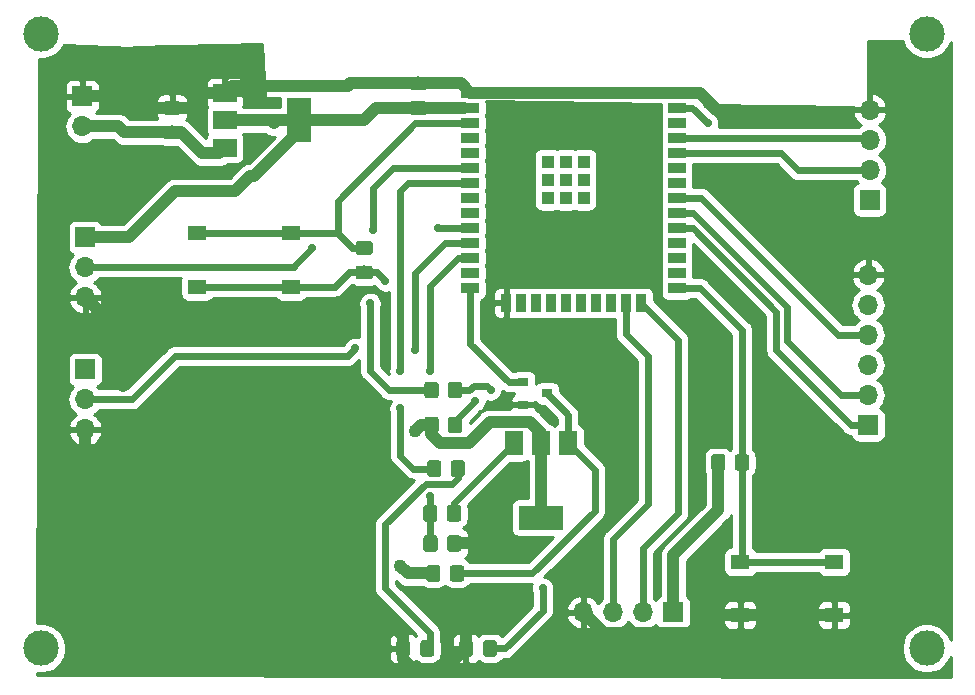
<source format=gbr>
%TF.GenerationSoftware,KiCad,Pcbnew,(5.1.2-1)-1*%
%TF.CreationDate,2022-01-27T07:40:46-05:00*%
%TF.ProjectId,project1-Juan,70726f6a-6563-4743-912d-4a75616e2e6b,rev?*%
%TF.SameCoordinates,Original*%
%TF.FileFunction,Copper,L1,Top*%
%TF.FilePolarity,Positive*%
%FSLAX46Y46*%
G04 Gerber Fmt 4.6, Leading zero omitted, Abs format (unit mm)*
G04 Created by KiCad (PCBNEW (5.1.2-1)-1) date 2022-01-27 07:40:46*
%MOMM*%
%LPD*%
G04 APERTURE LIST*
%TA.AperFunction,SMDPad,CuDef*%
%ADD10R,3.800000X2.000000*%
%TD*%
%TA.AperFunction,SMDPad,CuDef*%
%ADD11R,1.500000X2.000000*%
%TD*%
%TA.AperFunction,WasherPad*%
%ADD12C,3.000000*%
%TD*%
%TA.AperFunction,Conductor*%
%ADD13C,0.100000*%
%TD*%
%TA.AperFunction,SMDPad,CuDef*%
%ADD14C,1.200000*%
%TD*%
%TA.AperFunction,SMDPad,CuDef*%
%ADD15R,1.550000X1.300000*%
%TD*%
%TA.AperFunction,SMDPad,CuDef*%
%ADD16R,2.000000X3.800000*%
%TD*%
%TA.AperFunction,SMDPad,CuDef*%
%ADD17R,2.000000X1.500000*%
%TD*%
%TA.AperFunction,ComponentPad*%
%ADD18R,1.700000X1.700000*%
%TD*%
%TA.AperFunction,ComponentPad*%
%ADD19O,1.700000X1.700000*%
%TD*%
%TA.AperFunction,SMDPad,CuDef*%
%ADD20R,0.900000X0.800000*%
%TD*%
%TA.AperFunction,SMDPad,CuDef*%
%ADD21C,1.175000*%
%TD*%
%TA.AperFunction,SMDPad,CuDef*%
%ADD22C,1.150000*%
%TD*%
%TA.AperFunction,SMDPad,CuDef*%
%ADD23R,1.500000X0.900000*%
%TD*%
%TA.AperFunction,SMDPad,CuDef*%
%ADD24R,0.900000X1.500000*%
%TD*%
%TA.AperFunction,SMDPad,CuDef*%
%ADD25R,1.050000X1.050000*%
%TD*%
%TA.AperFunction,ViaPad*%
%ADD26C,1.100000*%
%TD*%
%TA.AperFunction,ViaPad*%
%ADD27C,0.700000*%
%TD*%
%TA.AperFunction,Conductor*%
%ADD28C,1.000000*%
%TD*%
%TA.AperFunction,Conductor*%
%ADD29C,0.600000*%
%TD*%
%TA.AperFunction,Conductor*%
%ADD30C,0.250000*%
%TD*%
%TA.AperFunction,Conductor*%
%ADD31C,0.254000*%
%TD*%
G04 APERTURE END LIST*
D10*
%TO.P,Q2,2*%
%TO.N,/Vin*%
X117348000Y-148946000D03*
D11*
X117348000Y-142646000D03*
%TO.P,Q2,3*%
%TO.N,Net-(Q2-Pad3)*%
X115048000Y-142646000D03*
%TO.P,Q2,1*%
%TO.N,Net-(Q1-Pad3)*%
X119648000Y-142646000D03*
%TD*%
D12*
%TO.P,REF\002A\002A,*%
%TO.N,*%
X150000000Y-160000000D03*
%TD*%
%TO.P,REF\002A\002A,*%
%TO.N,*%
X150000000Y-108000000D03*
%TD*%
%TO.P,REF\002A\002A,*%
%TO.N,*%
X75000000Y-108000000D03*
%TD*%
%TO.P,REF\002A\002A,*%
%TO.N,*%
X75000000Y-160000000D03*
%TD*%
D13*
%TO.N,/Vin*%
%TO.C,R5*%
G36*
X108594505Y-152971204D02*
G01*
X108618773Y-152974804D01*
X108642572Y-152980765D01*
X108665671Y-152989030D01*
X108687850Y-152999520D01*
X108708893Y-153012132D01*
X108728599Y-153026747D01*
X108746777Y-153043223D01*
X108763253Y-153061401D01*
X108777868Y-153081107D01*
X108790480Y-153102150D01*
X108800970Y-153124329D01*
X108809235Y-153147428D01*
X108815196Y-153171227D01*
X108818796Y-153195495D01*
X108820000Y-153219999D01*
X108820000Y-154120001D01*
X108818796Y-154144505D01*
X108815196Y-154168773D01*
X108809235Y-154192572D01*
X108800970Y-154215671D01*
X108790480Y-154237850D01*
X108777868Y-154258893D01*
X108763253Y-154278599D01*
X108746777Y-154296777D01*
X108728599Y-154313253D01*
X108708893Y-154327868D01*
X108687850Y-154340480D01*
X108665671Y-154350970D01*
X108642572Y-154359235D01*
X108618773Y-154365196D01*
X108594505Y-154368796D01*
X108570001Y-154370000D01*
X107869999Y-154370000D01*
X107845495Y-154368796D01*
X107821227Y-154365196D01*
X107797428Y-154359235D01*
X107774329Y-154350970D01*
X107752150Y-154340480D01*
X107731107Y-154327868D01*
X107711401Y-154313253D01*
X107693223Y-154296777D01*
X107676747Y-154278599D01*
X107662132Y-154258893D01*
X107649520Y-154237850D01*
X107639030Y-154215671D01*
X107630765Y-154192572D01*
X107624804Y-154168773D01*
X107621204Y-154144505D01*
X107620000Y-154120001D01*
X107620000Y-153219999D01*
X107621204Y-153195495D01*
X107624804Y-153171227D01*
X107630765Y-153147428D01*
X107639030Y-153124329D01*
X107649520Y-153102150D01*
X107662132Y-153081107D01*
X107676747Y-153061401D01*
X107693223Y-153043223D01*
X107711401Y-153026747D01*
X107731107Y-153012132D01*
X107752150Y-152999520D01*
X107774329Y-152989030D01*
X107797428Y-152980765D01*
X107821227Y-152974804D01*
X107845495Y-152971204D01*
X107869999Y-152970000D01*
X108570001Y-152970000D01*
X108594505Y-152971204D01*
X108594505Y-152971204D01*
G37*
D14*
%TD*%
%TO.P,R5,1*%
%TO.N,/Vin*%
X108220000Y-153670000D03*
D13*
%TO.N,Net-(Q1-Pad3)*%
%TO.C,R5*%
G36*
X110594505Y-152971204D02*
G01*
X110618773Y-152974804D01*
X110642572Y-152980765D01*
X110665671Y-152989030D01*
X110687850Y-152999520D01*
X110708893Y-153012132D01*
X110728599Y-153026747D01*
X110746777Y-153043223D01*
X110763253Y-153061401D01*
X110777868Y-153081107D01*
X110790480Y-153102150D01*
X110800970Y-153124329D01*
X110809235Y-153147428D01*
X110815196Y-153171227D01*
X110818796Y-153195495D01*
X110820000Y-153219999D01*
X110820000Y-154120001D01*
X110818796Y-154144505D01*
X110815196Y-154168773D01*
X110809235Y-154192572D01*
X110800970Y-154215671D01*
X110790480Y-154237850D01*
X110777868Y-154258893D01*
X110763253Y-154278599D01*
X110746777Y-154296777D01*
X110728599Y-154313253D01*
X110708893Y-154327868D01*
X110687850Y-154340480D01*
X110665671Y-154350970D01*
X110642572Y-154359235D01*
X110618773Y-154365196D01*
X110594505Y-154368796D01*
X110570001Y-154370000D01*
X109869999Y-154370000D01*
X109845495Y-154368796D01*
X109821227Y-154365196D01*
X109797428Y-154359235D01*
X109774329Y-154350970D01*
X109752150Y-154340480D01*
X109731107Y-154327868D01*
X109711401Y-154313253D01*
X109693223Y-154296777D01*
X109676747Y-154278599D01*
X109662132Y-154258893D01*
X109649520Y-154237850D01*
X109639030Y-154215671D01*
X109630765Y-154192572D01*
X109624804Y-154168773D01*
X109621204Y-154144505D01*
X109620000Y-154120001D01*
X109620000Y-153219999D01*
X109621204Y-153195495D01*
X109624804Y-153171227D01*
X109630765Y-153147428D01*
X109639030Y-153124329D01*
X109649520Y-153102150D01*
X109662132Y-153081107D01*
X109676747Y-153061401D01*
X109693223Y-153043223D01*
X109711401Y-153026747D01*
X109731107Y-153012132D01*
X109752150Y-152999520D01*
X109774329Y-152989030D01*
X109797428Y-152980765D01*
X109821227Y-152974804D01*
X109845495Y-152971204D01*
X109869999Y-152970000D01*
X110570001Y-152970000D01*
X110594505Y-152971204D01*
X110594505Y-152971204D01*
G37*
D14*
%TD*%
%TO.P,R5,2*%
%TO.N,Net-(Q1-Pad3)*%
X110220000Y-153670000D03*
D13*
%TO.N,Net-(Q2-Pad3)*%
%TO.C,R6*%
G36*
X110345585Y-147886124D02*
G01*
X110369853Y-147889724D01*
X110393652Y-147895685D01*
X110416751Y-147903950D01*
X110438930Y-147914440D01*
X110459973Y-147927052D01*
X110479679Y-147941667D01*
X110497857Y-147958143D01*
X110514333Y-147976321D01*
X110528948Y-147996027D01*
X110541560Y-148017070D01*
X110552050Y-148039249D01*
X110560315Y-148062348D01*
X110566276Y-148086147D01*
X110569876Y-148110415D01*
X110571080Y-148134919D01*
X110571080Y-149034921D01*
X110569876Y-149059425D01*
X110566276Y-149083693D01*
X110560315Y-149107492D01*
X110552050Y-149130591D01*
X110541560Y-149152770D01*
X110528948Y-149173813D01*
X110514333Y-149193519D01*
X110497857Y-149211697D01*
X110479679Y-149228173D01*
X110459973Y-149242788D01*
X110438930Y-149255400D01*
X110416751Y-149265890D01*
X110393652Y-149274155D01*
X110369853Y-149280116D01*
X110345585Y-149283716D01*
X110321081Y-149284920D01*
X109621079Y-149284920D01*
X109596575Y-149283716D01*
X109572307Y-149280116D01*
X109548508Y-149274155D01*
X109525409Y-149265890D01*
X109503230Y-149255400D01*
X109482187Y-149242788D01*
X109462481Y-149228173D01*
X109444303Y-149211697D01*
X109427827Y-149193519D01*
X109413212Y-149173813D01*
X109400600Y-149152770D01*
X109390110Y-149130591D01*
X109381845Y-149107492D01*
X109375884Y-149083693D01*
X109372284Y-149059425D01*
X109371080Y-149034921D01*
X109371080Y-148134919D01*
X109372284Y-148110415D01*
X109375884Y-148086147D01*
X109381845Y-148062348D01*
X109390110Y-148039249D01*
X109400600Y-148017070D01*
X109413212Y-147996027D01*
X109427827Y-147976321D01*
X109444303Y-147958143D01*
X109462481Y-147941667D01*
X109482187Y-147927052D01*
X109503230Y-147914440D01*
X109525409Y-147903950D01*
X109548508Y-147895685D01*
X109572307Y-147889724D01*
X109596575Y-147886124D01*
X109621079Y-147884920D01*
X110321081Y-147884920D01*
X110345585Y-147886124D01*
X110345585Y-147886124D01*
G37*
D14*
%TD*%
%TO.P,R6,1*%
%TO.N,Net-(Q2-Pad3)*%
X109971080Y-148584920D03*
D13*
%TO.N,/esp32/BATT_V*%
%TO.C,R6*%
G36*
X108345585Y-147886124D02*
G01*
X108369853Y-147889724D01*
X108393652Y-147895685D01*
X108416751Y-147903950D01*
X108438930Y-147914440D01*
X108459973Y-147927052D01*
X108479679Y-147941667D01*
X108497857Y-147958143D01*
X108514333Y-147976321D01*
X108528948Y-147996027D01*
X108541560Y-148017070D01*
X108552050Y-148039249D01*
X108560315Y-148062348D01*
X108566276Y-148086147D01*
X108569876Y-148110415D01*
X108571080Y-148134919D01*
X108571080Y-149034921D01*
X108569876Y-149059425D01*
X108566276Y-149083693D01*
X108560315Y-149107492D01*
X108552050Y-149130591D01*
X108541560Y-149152770D01*
X108528948Y-149173813D01*
X108514333Y-149193519D01*
X108497857Y-149211697D01*
X108479679Y-149228173D01*
X108459973Y-149242788D01*
X108438930Y-149255400D01*
X108416751Y-149265890D01*
X108393652Y-149274155D01*
X108369853Y-149280116D01*
X108345585Y-149283716D01*
X108321081Y-149284920D01*
X107621079Y-149284920D01*
X107596575Y-149283716D01*
X107572307Y-149280116D01*
X107548508Y-149274155D01*
X107525409Y-149265890D01*
X107503230Y-149255400D01*
X107482187Y-149242788D01*
X107462481Y-149228173D01*
X107444303Y-149211697D01*
X107427827Y-149193519D01*
X107413212Y-149173813D01*
X107400600Y-149152770D01*
X107390110Y-149130591D01*
X107381845Y-149107492D01*
X107375884Y-149083693D01*
X107372284Y-149059425D01*
X107371080Y-149034921D01*
X107371080Y-148134919D01*
X107372284Y-148110415D01*
X107375884Y-148086147D01*
X107381845Y-148062348D01*
X107390110Y-148039249D01*
X107400600Y-148017070D01*
X107413212Y-147996027D01*
X107427827Y-147976321D01*
X107444303Y-147958143D01*
X107462481Y-147941667D01*
X107482187Y-147927052D01*
X107503230Y-147914440D01*
X107525409Y-147903950D01*
X107548508Y-147895685D01*
X107572307Y-147889724D01*
X107596575Y-147886124D01*
X107621079Y-147884920D01*
X108321081Y-147884920D01*
X108345585Y-147886124D01*
X108345585Y-147886124D01*
G37*
D14*
%TD*%
%TO.P,R6,2*%
%TO.N,/esp32/BATT_V*%
X107971080Y-148584920D03*
D13*
%TO.N,/GND*%
%TO.C,R7*%
G36*
X110355745Y-150431204D02*
G01*
X110380013Y-150434804D01*
X110403812Y-150440765D01*
X110426911Y-150449030D01*
X110449090Y-150459520D01*
X110470133Y-150472132D01*
X110489839Y-150486747D01*
X110508017Y-150503223D01*
X110524493Y-150521401D01*
X110539108Y-150541107D01*
X110551720Y-150562150D01*
X110562210Y-150584329D01*
X110570475Y-150607428D01*
X110576436Y-150631227D01*
X110580036Y-150655495D01*
X110581240Y-150679999D01*
X110581240Y-151580001D01*
X110580036Y-151604505D01*
X110576436Y-151628773D01*
X110570475Y-151652572D01*
X110562210Y-151675671D01*
X110551720Y-151697850D01*
X110539108Y-151718893D01*
X110524493Y-151738599D01*
X110508017Y-151756777D01*
X110489839Y-151773253D01*
X110470133Y-151787868D01*
X110449090Y-151800480D01*
X110426911Y-151810970D01*
X110403812Y-151819235D01*
X110380013Y-151825196D01*
X110355745Y-151828796D01*
X110331241Y-151830000D01*
X109631239Y-151830000D01*
X109606735Y-151828796D01*
X109582467Y-151825196D01*
X109558668Y-151819235D01*
X109535569Y-151810970D01*
X109513390Y-151800480D01*
X109492347Y-151787868D01*
X109472641Y-151773253D01*
X109454463Y-151756777D01*
X109437987Y-151738599D01*
X109423372Y-151718893D01*
X109410760Y-151697850D01*
X109400270Y-151675671D01*
X109392005Y-151652572D01*
X109386044Y-151628773D01*
X109382444Y-151604505D01*
X109381240Y-151580001D01*
X109381240Y-150679999D01*
X109382444Y-150655495D01*
X109386044Y-150631227D01*
X109392005Y-150607428D01*
X109400270Y-150584329D01*
X109410760Y-150562150D01*
X109423372Y-150541107D01*
X109437987Y-150521401D01*
X109454463Y-150503223D01*
X109472641Y-150486747D01*
X109492347Y-150472132D01*
X109513390Y-150459520D01*
X109535569Y-150449030D01*
X109558668Y-150440765D01*
X109582467Y-150434804D01*
X109606735Y-150431204D01*
X109631239Y-150430000D01*
X110331241Y-150430000D01*
X110355745Y-150431204D01*
X110355745Y-150431204D01*
G37*
D14*
%TD*%
%TO.P,R7,2*%
%TO.N,/GND*%
X109981240Y-151130000D03*
D13*
%TO.N,/esp32/BATT_V*%
%TO.C,R7*%
G36*
X108355745Y-150431204D02*
G01*
X108380013Y-150434804D01*
X108403812Y-150440765D01*
X108426911Y-150449030D01*
X108449090Y-150459520D01*
X108470133Y-150472132D01*
X108489839Y-150486747D01*
X108508017Y-150503223D01*
X108524493Y-150521401D01*
X108539108Y-150541107D01*
X108551720Y-150562150D01*
X108562210Y-150584329D01*
X108570475Y-150607428D01*
X108576436Y-150631227D01*
X108580036Y-150655495D01*
X108581240Y-150679999D01*
X108581240Y-151580001D01*
X108580036Y-151604505D01*
X108576436Y-151628773D01*
X108570475Y-151652572D01*
X108562210Y-151675671D01*
X108551720Y-151697850D01*
X108539108Y-151718893D01*
X108524493Y-151738599D01*
X108508017Y-151756777D01*
X108489839Y-151773253D01*
X108470133Y-151787868D01*
X108449090Y-151800480D01*
X108426911Y-151810970D01*
X108403812Y-151819235D01*
X108380013Y-151825196D01*
X108355745Y-151828796D01*
X108331241Y-151830000D01*
X107631239Y-151830000D01*
X107606735Y-151828796D01*
X107582467Y-151825196D01*
X107558668Y-151819235D01*
X107535569Y-151810970D01*
X107513390Y-151800480D01*
X107492347Y-151787868D01*
X107472641Y-151773253D01*
X107454463Y-151756777D01*
X107437987Y-151738599D01*
X107423372Y-151718893D01*
X107410760Y-151697850D01*
X107400270Y-151675671D01*
X107392005Y-151652572D01*
X107386044Y-151628773D01*
X107382444Y-151604505D01*
X107381240Y-151580001D01*
X107381240Y-150679999D01*
X107382444Y-150655495D01*
X107386044Y-150631227D01*
X107392005Y-150607428D01*
X107400270Y-150584329D01*
X107410760Y-150562150D01*
X107423372Y-150541107D01*
X107437987Y-150521401D01*
X107454463Y-150503223D01*
X107472641Y-150486747D01*
X107492347Y-150472132D01*
X107513390Y-150459520D01*
X107535569Y-150449030D01*
X107558668Y-150440765D01*
X107582467Y-150434804D01*
X107606735Y-150431204D01*
X107631239Y-150430000D01*
X108331241Y-150430000D01*
X108355745Y-150431204D01*
X108355745Y-150431204D01*
G37*
D14*
%TD*%
%TO.P,R7,1*%
%TO.N,/esp32/BATT_V*%
X107981240Y-151130000D03*
D15*
%TO.P,SW1,2*%
%TO.N,/esp32/EN*%
X96177000Y-124877000D03*
%TO.P,SW1,1*%
%TO.N,Net-(C3-Pad2)*%
X96177000Y-129377000D03*
X88227000Y-129377000D03*
%TO.P,SW1,2*%
%TO.N,/esp32/EN*%
X88227000Y-124877000D03*
%TD*%
%TO.P,SW2,2*%
%TO.N,/GND*%
X142151000Y-157190000D03*
%TO.P,SW2,1*%
%TO.N,/esp32/BOOT*%
X142151000Y-152690000D03*
X134201000Y-152690000D03*
%TO.P,SW2,2*%
%TO.N,/GND*%
X134201000Y-157190000D03*
%TD*%
D16*
%TO.P,U1,2*%
%TO.N,/Vin*%
X96876000Y-115316000D03*
D17*
X90576000Y-115316000D03*
%TO.P,U1,3*%
%TO.N,/Vbat*%
X90576000Y-117616000D03*
%TO.P,U1,1*%
%TO.N,/GND*%
X90576000Y-113016000D03*
%TD*%
D18*
%TO.P,J6,1*%
%TO.N,/Vin*%
X78740000Y-125222000D03*
D19*
%TO.P,J6,2*%
%TO.N,/esp32/GNRL_PURPOSE_1*%
X78740000Y-127762000D03*
%TO.P,J6,3*%
%TO.N,/GND*%
X78740000Y-130302000D03*
%TD*%
D20*
%TO.P,Q1,1*%
%TO.N,/esp32/READ_BATT_V*%
X115840000Y-137480000D03*
%TO.P,Q1,2*%
%TO.N,/GND*%
X115840000Y-139380000D03*
%TO.P,Q1,3*%
%TO.N,Net-(Q1-Pad3)*%
X117840000Y-138430000D03*
%TD*%
D13*
%TO.N,Net-(D1-Pad2)*%
%TO.C,R1*%
G36*
X110437506Y-137436205D02*
G01*
X110461774Y-137439805D01*
X110485573Y-137445766D01*
X110508672Y-137454031D01*
X110530851Y-137464521D01*
X110551894Y-137477133D01*
X110571600Y-137491748D01*
X110589778Y-137508224D01*
X110606254Y-137526402D01*
X110620869Y-137546108D01*
X110633481Y-137567151D01*
X110643971Y-137589330D01*
X110652236Y-137612429D01*
X110658197Y-137636228D01*
X110661797Y-137660496D01*
X110663001Y-137685000D01*
X110663001Y-138585002D01*
X110661797Y-138609506D01*
X110658197Y-138633774D01*
X110652236Y-138657573D01*
X110643971Y-138680672D01*
X110633481Y-138702851D01*
X110620869Y-138723894D01*
X110606254Y-138743600D01*
X110589778Y-138761778D01*
X110571600Y-138778254D01*
X110551894Y-138792869D01*
X110530851Y-138805481D01*
X110508672Y-138815971D01*
X110485573Y-138824236D01*
X110461774Y-138830197D01*
X110437506Y-138833797D01*
X110413002Y-138835001D01*
X109713000Y-138835001D01*
X109688496Y-138833797D01*
X109664228Y-138830197D01*
X109640429Y-138824236D01*
X109617330Y-138815971D01*
X109595151Y-138805481D01*
X109574108Y-138792869D01*
X109554402Y-138778254D01*
X109536224Y-138761778D01*
X109519748Y-138743600D01*
X109505133Y-138723894D01*
X109492521Y-138702851D01*
X109482031Y-138680672D01*
X109473766Y-138657573D01*
X109467805Y-138633774D01*
X109464205Y-138609506D01*
X109463001Y-138585002D01*
X109463001Y-137685000D01*
X109464205Y-137660496D01*
X109467805Y-137636228D01*
X109473766Y-137612429D01*
X109482031Y-137589330D01*
X109492521Y-137567151D01*
X109505133Y-137546108D01*
X109519748Y-137526402D01*
X109536224Y-137508224D01*
X109554402Y-137491748D01*
X109574108Y-137477133D01*
X109595151Y-137464521D01*
X109617330Y-137454031D01*
X109640429Y-137445766D01*
X109664228Y-137439805D01*
X109688496Y-137436205D01*
X109713000Y-137435001D01*
X110413002Y-137435001D01*
X110437506Y-137436205D01*
X110437506Y-137436205D01*
G37*
D14*
%TD*%
%TO.P,R1,2*%
%TO.N,Net-(D1-Pad2)*%
X110063001Y-138135001D03*
D13*
%TO.N,/esp32/WIFI_CONNECTION*%
%TO.C,R1*%
G36*
X108437506Y-137436205D02*
G01*
X108461774Y-137439805D01*
X108485573Y-137445766D01*
X108508672Y-137454031D01*
X108530851Y-137464521D01*
X108551894Y-137477133D01*
X108571600Y-137491748D01*
X108589778Y-137508224D01*
X108606254Y-137526402D01*
X108620869Y-137546108D01*
X108633481Y-137567151D01*
X108643971Y-137589330D01*
X108652236Y-137612429D01*
X108658197Y-137636228D01*
X108661797Y-137660496D01*
X108663001Y-137685000D01*
X108663001Y-138585002D01*
X108661797Y-138609506D01*
X108658197Y-138633774D01*
X108652236Y-138657573D01*
X108643971Y-138680672D01*
X108633481Y-138702851D01*
X108620869Y-138723894D01*
X108606254Y-138743600D01*
X108589778Y-138761778D01*
X108571600Y-138778254D01*
X108551894Y-138792869D01*
X108530851Y-138805481D01*
X108508672Y-138815971D01*
X108485573Y-138824236D01*
X108461774Y-138830197D01*
X108437506Y-138833797D01*
X108413002Y-138835001D01*
X107713000Y-138835001D01*
X107688496Y-138833797D01*
X107664228Y-138830197D01*
X107640429Y-138824236D01*
X107617330Y-138815971D01*
X107595151Y-138805481D01*
X107574108Y-138792869D01*
X107554402Y-138778254D01*
X107536224Y-138761778D01*
X107519748Y-138743600D01*
X107505133Y-138723894D01*
X107492521Y-138702851D01*
X107482031Y-138680672D01*
X107473766Y-138657573D01*
X107467805Y-138633774D01*
X107464205Y-138609506D01*
X107463001Y-138585002D01*
X107463001Y-137685000D01*
X107464205Y-137660496D01*
X107467805Y-137636228D01*
X107473766Y-137612429D01*
X107482031Y-137589330D01*
X107492521Y-137567151D01*
X107505133Y-137546108D01*
X107519748Y-137526402D01*
X107536224Y-137508224D01*
X107554402Y-137491748D01*
X107574108Y-137477133D01*
X107595151Y-137464521D01*
X107617330Y-137454031D01*
X107640429Y-137445766D01*
X107664228Y-137439805D01*
X107688496Y-137436205D01*
X107713000Y-137435001D01*
X108413002Y-137435001D01*
X108437506Y-137436205D01*
X108437506Y-137436205D01*
G37*
D14*
%TD*%
%TO.P,R1,1*%
%TO.N,/esp32/WIFI_CONNECTION*%
X108063001Y-138135001D03*
D13*
%TO.N,/Vin*%
%TO.C,R2*%
G36*
X108437506Y-140386205D02*
G01*
X108461774Y-140389805D01*
X108485573Y-140395766D01*
X108508672Y-140404031D01*
X108530851Y-140414521D01*
X108551894Y-140427133D01*
X108571600Y-140441748D01*
X108589778Y-140458224D01*
X108606254Y-140476402D01*
X108620869Y-140496108D01*
X108633481Y-140517151D01*
X108643971Y-140539330D01*
X108652236Y-140562429D01*
X108658197Y-140586228D01*
X108661797Y-140610496D01*
X108663001Y-140635000D01*
X108663001Y-141535002D01*
X108661797Y-141559506D01*
X108658197Y-141583774D01*
X108652236Y-141607573D01*
X108643971Y-141630672D01*
X108633481Y-141652851D01*
X108620869Y-141673894D01*
X108606254Y-141693600D01*
X108589778Y-141711778D01*
X108571600Y-141728254D01*
X108551894Y-141742869D01*
X108530851Y-141755481D01*
X108508672Y-141765971D01*
X108485573Y-141774236D01*
X108461774Y-141780197D01*
X108437506Y-141783797D01*
X108413002Y-141785001D01*
X107713000Y-141785001D01*
X107688496Y-141783797D01*
X107664228Y-141780197D01*
X107640429Y-141774236D01*
X107617330Y-141765971D01*
X107595151Y-141755481D01*
X107574108Y-141742869D01*
X107554402Y-141728254D01*
X107536224Y-141711778D01*
X107519748Y-141693600D01*
X107505133Y-141673894D01*
X107492521Y-141652851D01*
X107482031Y-141630672D01*
X107473766Y-141607573D01*
X107467805Y-141583774D01*
X107464205Y-141559506D01*
X107463001Y-141535002D01*
X107463001Y-140635000D01*
X107464205Y-140610496D01*
X107467805Y-140586228D01*
X107473766Y-140562429D01*
X107482031Y-140539330D01*
X107492521Y-140517151D01*
X107505133Y-140496108D01*
X107519748Y-140476402D01*
X107536224Y-140458224D01*
X107554402Y-140441748D01*
X107574108Y-140427133D01*
X107595151Y-140414521D01*
X107617330Y-140404031D01*
X107640429Y-140395766D01*
X107664228Y-140389805D01*
X107688496Y-140386205D01*
X107713000Y-140385001D01*
X108413002Y-140385001D01*
X108437506Y-140386205D01*
X108437506Y-140386205D01*
G37*
D14*
%TD*%
%TO.P,R2,1*%
%TO.N,/Vin*%
X108063001Y-141085001D03*
D13*
%TO.N,Net-(C3-Pad2)*%
%TO.C,R2*%
G36*
X110437506Y-140386205D02*
G01*
X110461774Y-140389805D01*
X110485573Y-140395766D01*
X110508672Y-140404031D01*
X110530851Y-140414521D01*
X110551894Y-140427133D01*
X110571600Y-140441748D01*
X110589778Y-140458224D01*
X110606254Y-140476402D01*
X110620869Y-140496108D01*
X110633481Y-140517151D01*
X110643971Y-140539330D01*
X110652236Y-140562429D01*
X110658197Y-140586228D01*
X110661797Y-140610496D01*
X110663001Y-140635000D01*
X110663001Y-141535002D01*
X110661797Y-141559506D01*
X110658197Y-141583774D01*
X110652236Y-141607573D01*
X110643971Y-141630672D01*
X110633481Y-141652851D01*
X110620869Y-141673894D01*
X110606254Y-141693600D01*
X110589778Y-141711778D01*
X110571600Y-141728254D01*
X110551894Y-141742869D01*
X110530851Y-141755481D01*
X110508672Y-141765971D01*
X110485573Y-141774236D01*
X110461774Y-141780197D01*
X110437506Y-141783797D01*
X110413002Y-141785001D01*
X109713000Y-141785001D01*
X109688496Y-141783797D01*
X109664228Y-141780197D01*
X109640429Y-141774236D01*
X109617330Y-141765971D01*
X109595151Y-141755481D01*
X109574108Y-141742869D01*
X109554402Y-141728254D01*
X109536224Y-141711778D01*
X109519748Y-141693600D01*
X109505133Y-141673894D01*
X109492521Y-141652851D01*
X109482031Y-141630672D01*
X109473766Y-141607573D01*
X109467805Y-141583774D01*
X109464205Y-141559506D01*
X109463001Y-141535002D01*
X109463001Y-140635000D01*
X109464205Y-140610496D01*
X109467805Y-140586228D01*
X109473766Y-140562429D01*
X109482031Y-140539330D01*
X109492521Y-140517151D01*
X109505133Y-140496108D01*
X109519748Y-140476402D01*
X109536224Y-140458224D01*
X109554402Y-140441748D01*
X109574108Y-140427133D01*
X109595151Y-140414521D01*
X109617330Y-140404031D01*
X109640429Y-140395766D01*
X109664228Y-140389805D01*
X109688496Y-140386205D01*
X109713000Y-140385001D01*
X110413002Y-140385001D01*
X110437506Y-140386205D01*
X110437506Y-140386205D01*
G37*
D14*
%TD*%
%TO.P,R2,2*%
%TO.N,Net-(C3-Pad2)*%
X110063001Y-141085001D03*
D13*
%TO.N,/esp32/NO_WIFI_CONNECTION*%
%TO.C,R3*%
G36*
X108670705Y-144086284D02*
G01*
X108694973Y-144089884D01*
X108718772Y-144095845D01*
X108741871Y-144104110D01*
X108764050Y-144114600D01*
X108785093Y-144127212D01*
X108804799Y-144141827D01*
X108822977Y-144158303D01*
X108839453Y-144176481D01*
X108854068Y-144196187D01*
X108866680Y-144217230D01*
X108877170Y-144239409D01*
X108885435Y-144262508D01*
X108891396Y-144286307D01*
X108894996Y-144310575D01*
X108896200Y-144335079D01*
X108896200Y-145235081D01*
X108894996Y-145259585D01*
X108891396Y-145283853D01*
X108885435Y-145307652D01*
X108877170Y-145330751D01*
X108866680Y-145352930D01*
X108854068Y-145373973D01*
X108839453Y-145393679D01*
X108822977Y-145411857D01*
X108804799Y-145428333D01*
X108785093Y-145442948D01*
X108764050Y-145455560D01*
X108741871Y-145466050D01*
X108718772Y-145474315D01*
X108694973Y-145480276D01*
X108670705Y-145483876D01*
X108646201Y-145485080D01*
X107946199Y-145485080D01*
X107921695Y-145483876D01*
X107897427Y-145480276D01*
X107873628Y-145474315D01*
X107850529Y-145466050D01*
X107828350Y-145455560D01*
X107807307Y-145442948D01*
X107787601Y-145428333D01*
X107769423Y-145411857D01*
X107752947Y-145393679D01*
X107738332Y-145373973D01*
X107725720Y-145352930D01*
X107715230Y-145330751D01*
X107706965Y-145307652D01*
X107701004Y-145283853D01*
X107697404Y-145259585D01*
X107696200Y-145235081D01*
X107696200Y-144335079D01*
X107697404Y-144310575D01*
X107701004Y-144286307D01*
X107706965Y-144262508D01*
X107715230Y-144239409D01*
X107725720Y-144217230D01*
X107738332Y-144196187D01*
X107752947Y-144176481D01*
X107769423Y-144158303D01*
X107787601Y-144141827D01*
X107807307Y-144127212D01*
X107828350Y-144114600D01*
X107850529Y-144104110D01*
X107873628Y-144095845D01*
X107897427Y-144089884D01*
X107921695Y-144086284D01*
X107946199Y-144085080D01*
X108646201Y-144085080D01*
X108670705Y-144086284D01*
X108670705Y-144086284D01*
G37*
D14*
%TD*%
%TO.P,R3,1*%
%TO.N,/esp32/NO_WIFI_CONNECTION*%
X108296200Y-144785080D03*
D13*
%TO.N,Net-(D2-Pad2)*%
%TO.C,R3*%
G36*
X110670705Y-144086284D02*
G01*
X110694973Y-144089884D01*
X110718772Y-144095845D01*
X110741871Y-144104110D01*
X110764050Y-144114600D01*
X110785093Y-144127212D01*
X110804799Y-144141827D01*
X110822977Y-144158303D01*
X110839453Y-144176481D01*
X110854068Y-144196187D01*
X110866680Y-144217230D01*
X110877170Y-144239409D01*
X110885435Y-144262508D01*
X110891396Y-144286307D01*
X110894996Y-144310575D01*
X110896200Y-144335079D01*
X110896200Y-145235081D01*
X110894996Y-145259585D01*
X110891396Y-145283853D01*
X110885435Y-145307652D01*
X110877170Y-145330751D01*
X110866680Y-145352930D01*
X110854068Y-145373973D01*
X110839453Y-145393679D01*
X110822977Y-145411857D01*
X110804799Y-145428333D01*
X110785093Y-145442948D01*
X110764050Y-145455560D01*
X110741871Y-145466050D01*
X110718772Y-145474315D01*
X110694973Y-145480276D01*
X110670705Y-145483876D01*
X110646201Y-145485080D01*
X109946199Y-145485080D01*
X109921695Y-145483876D01*
X109897427Y-145480276D01*
X109873628Y-145474315D01*
X109850529Y-145466050D01*
X109828350Y-145455560D01*
X109807307Y-145442948D01*
X109787601Y-145428333D01*
X109769423Y-145411857D01*
X109752947Y-145393679D01*
X109738332Y-145373973D01*
X109725720Y-145352930D01*
X109715230Y-145330751D01*
X109706965Y-145307652D01*
X109701004Y-145283853D01*
X109697404Y-145259585D01*
X109696200Y-145235081D01*
X109696200Y-144335079D01*
X109697404Y-144310575D01*
X109701004Y-144286307D01*
X109706965Y-144262508D01*
X109715230Y-144239409D01*
X109725720Y-144217230D01*
X109738332Y-144196187D01*
X109752947Y-144176481D01*
X109769423Y-144158303D01*
X109787601Y-144141827D01*
X109807307Y-144127212D01*
X109828350Y-144114600D01*
X109850529Y-144104110D01*
X109873628Y-144095845D01*
X109897427Y-144089884D01*
X109921695Y-144086284D01*
X109946199Y-144085080D01*
X110646201Y-144085080D01*
X110670705Y-144086284D01*
X110670705Y-144086284D01*
G37*
D14*
%TD*%
%TO.P,R3,2*%
%TO.N,Net-(D2-Pad2)*%
X110296200Y-144785080D03*
D13*
%TO.N,/esp32/BOOT*%
%TO.C,R4*%
G36*
X134724505Y-143573204D02*
G01*
X134748773Y-143576804D01*
X134772572Y-143582765D01*
X134795671Y-143591030D01*
X134817850Y-143601520D01*
X134838893Y-143614132D01*
X134858599Y-143628747D01*
X134876777Y-143645223D01*
X134893253Y-143663401D01*
X134907868Y-143683107D01*
X134920480Y-143704150D01*
X134930970Y-143726329D01*
X134939235Y-143749428D01*
X134945196Y-143773227D01*
X134948796Y-143797495D01*
X134950000Y-143821999D01*
X134950000Y-144722001D01*
X134948796Y-144746505D01*
X134945196Y-144770773D01*
X134939235Y-144794572D01*
X134930970Y-144817671D01*
X134920480Y-144839850D01*
X134907868Y-144860893D01*
X134893253Y-144880599D01*
X134876777Y-144898777D01*
X134858599Y-144915253D01*
X134838893Y-144929868D01*
X134817850Y-144942480D01*
X134795671Y-144952970D01*
X134772572Y-144961235D01*
X134748773Y-144967196D01*
X134724505Y-144970796D01*
X134700001Y-144972000D01*
X133999999Y-144972000D01*
X133975495Y-144970796D01*
X133951227Y-144967196D01*
X133927428Y-144961235D01*
X133904329Y-144952970D01*
X133882150Y-144942480D01*
X133861107Y-144929868D01*
X133841401Y-144915253D01*
X133823223Y-144898777D01*
X133806747Y-144880599D01*
X133792132Y-144860893D01*
X133779520Y-144839850D01*
X133769030Y-144817671D01*
X133760765Y-144794572D01*
X133754804Y-144770773D01*
X133751204Y-144746505D01*
X133750000Y-144722001D01*
X133750000Y-143821999D01*
X133751204Y-143797495D01*
X133754804Y-143773227D01*
X133760765Y-143749428D01*
X133769030Y-143726329D01*
X133779520Y-143704150D01*
X133792132Y-143683107D01*
X133806747Y-143663401D01*
X133823223Y-143645223D01*
X133841401Y-143628747D01*
X133861107Y-143614132D01*
X133882150Y-143601520D01*
X133904329Y-143591030D01*
X133927428Y-143582765D01*
X133951227Y-143576804D01*
X133975495Y-143573204D01*
X133999999Y-143572000D01*
X134700001Y-143572000D01*
X134724505Y-143573204D01*
X134724505Y-143573204D01*
G37*
D14*
%TD*%
%TO.P,R4,2*%
%TO.N,/esp32/BOOT*%
X134350000Y-144272000D03*
D13*
%TO.N,/Vin*%
%TO.C,R4*%
G36*
X132724505Y-143573204D02*
G01*
X132748773Y-143576804D01*
X132772572Y-143582765D01*
X132795671Y-143591030D01*
X132817850Y-143601520D01*
X132838893Y-143614132D01*
X132858599Y-143628747D01*
X132876777Y-143645223D01*
X132893253Y-143663401D01*
X132907868Y-143683107D01*
X132920480Y-143704150D01*
X132930970Y-143726329D01*
X132939235Y-143749428D01*
X132945196Y-143773227D01*
X132948796Y-143797495D01*
X132950000Y-143821999D01*
X132950000Y-144722001D01*
X132948796Y-144746505D01*
X132945196Y-144770773D01*
X132939235Y-144794572D01*
X132930970Y-144817671D01*
X132920480Y-144839850D01*
X132907868Y-144860893D01*
X132893253Y-144880599D01*
X132876777Y-144898777D01*
X132858599Y-144915253D01*
X132838893Y-144929868D01*
X132817850Y-144942480D01*
X132795671Y-144952970D01*
X132772572Y-144961235D01*
X132748773Y-144967196D01*
X132724505Y-144970796D01*
X132700001Y-144972000D01*
X131999999Y-144972000D01*
X131975495Y-144970796D01*
X131951227Y-144967196D01*
X131927428Y-144961235D01*
X131904329Y-144952970D01*
X131882150Y-144942480D01*
X131861107Y-144929868D01*
X131841401Y-144915253D01*
X131823223Y-144898777D01*
X131806747Y-144880599D01*
X131792132Y-144860893D01*
X131779520Y-144839850D01*
X131769030Y-144817671D01*
X131760765Y-144794572D01*
X131754804Y-144770773D01*
X131751204Y-144746505D01*
X131750000Y-144722001D01*
X131750000Y-143821999D01*
X131751204Y-143797495D01*
X131754804Y-143773227D01*
X131760765Y-143749428D01*
X131769030Y-143726329D01*
X131779520Y-143704150D01*
X131792132Y-143683107D01*
X131806747Y-143663401D01*
X131823223Y-143645223D01*
X131841401Y-143628747D01*
X131861107Y-143614132D01*
X131882150Y-143601520D01*
X131904329Y-143591030D01*
X131927428Y-143582765D01*
X131951227Y-143576804D01*
X131975495Y-143573204D01*
X131999999Y-143572000D01*
X132700001Y-143572000D01*
X132724505Y-143573204D01*
X132724505Y-143573204D01*
G37*
D14*
%TD*%
%TO.P,R4,1*%
%TO.N,/Vin*%
X132350000Y-144272000D03*
D13*
%TO.N,/GND*%
%TO.C,C2*%
G36*
X107463984Y-111599244D02*
G01*
X107488253Y-111602844D01*
X107512051Y-111608805D01*
X107535151Y-111617070D01*
X107557329Y-111627560D01*
X107578373Y-111640173D01*
X107598078Y-111654787D01*
X107616257Y-111671263D01*
X107632733Y-111689442D01*
X107647347Y-111709147D01*
X107659960Y-111730191D01*
X107670450Y-111752369D01*
X107678715Y-111775469D01*
X107684676Y-111799267D01*
X107688276Y-111823536D01*
X107689480Y-111848040D01*
X107689480Y-112523040D01*
X107688276Y-112547544D01*
X107684676Y-112571813D01*
X107678715Y-112595611D01*
X107670450Y-112618711D01*
X107659960Y-112640889D01*
X107647347Y-112661933D01*
X107632733Y-112681638D01*
X107616257Y-112699817D01*
X107598078Y-112716293D01*
X107578373Y-112730907D01*
X107557329Y-112743520D01*
X107535151Y-112754010D01*
X107512051Y-112762275D01*
X107488253Y-112768236D01*
X107463984Y-112771836D01*
X107439480Y-112773040D01*
X106489480Y-112773040D01*
X106464976Y-112771836D01*
X106440707Y-112768236D01*
X106416909Y-112762275D01*
X106393809Y-112754010D01*
X106371631Y-112743520D01*
X106350587Y-112730907D01*
X106330882Y-112716293D01*
X106312703Y-112699817D01*
X106296227Y-112681638D01*
X106281613Y-112661933D01*
X106269000Y-112640889D01*
X106258510Y-112618711D01*
X106250245Y-112595611D01*
X106244284Y-112571813D01*
X106240684Y-112547544D01*
X106239480Y-112523040D01*
X106239480Y-111848040D01*
X106240684Y-111823536D01*
X106244284Y-111799267D01*
X106250245Y-111775469D01*
X106258510Y-111752369D01*
X106269000Y-111730191D01*
X106281613Y-111709147D01*
X106296227Y-111689442D01*
X106312703Y-111671263D01*
X106330882Y-111654787D01*
X106350587Y-111640173D01*
X106371631Y-111627560D01*
X106393809Y-111617070D01*
X106416909Y-111608805D01*
X106440707Y-111602844D01*
X106464976Y-111599244D01*
X106489480Y-111598040D01*
X107439480Y-111598040D01*
X107463984Y-111599244D01*
X107463984Y-111599244D01*
G37*
D21*
%TD*%
%TO.P,C2,2*%
%TO.N,/GND*%
X106964480Y-112185540D03*
D13*
%TO.N,/Vin*%
%TO.C,C2*%
G36*
X107463984Y-113674244D02*
G01*
X107488253Y-113677844D01*
X107512051Y-113683805D01*
X107535151Y-113692070D01*
X107557329Y-113702560D01*
X107578373Y-113715173D01*
X107598078Y-113729787D01*
X107616257Y-113746263D01*
X107632733Y-113764442D01*
X107647347Y-113784147D01*
X107659960Y-113805191D01*
X107670450Y-113827369D01*
X107678715Y-113850469D01*
X107684676Y-113874267D01*
X107688276Y-113898536D01*
X107689480Y-113923040D01*
X107689480Y-114598040D01*
X107688276Y-114622544D01*
X107684676Y-114646813D01*
X107678715Y-114670611D01*
X107670450Y-114693711D01*
X107659960Y-114715889D01*
X107647347Y-114736933D01*
X107632733Y-114756638D01*
X107616257Y-114774817D01*
X107598078Y-114791293D01*
X107578373Y-114805907D01*
X107557329Y-114818520D01*
X107535151Y-114829010D01*
X107512051Y-114837275D01*
X107488253Y-114843236D01*
X107463984Y-114846836D01*
X107439480Y-114848040D01*
X106489480Y-114848040D01*
X106464976Y-114846836D01*
X106440707Y-114843236D01*
X106416909Y-114837275D01*
X106393809Y-114829010D01*
X106371631Y-114818520D01*
X106350587Y-114805907D01*
X106330882Y-114791293D01*
X106312703Y-114774817D01*
X106296227Y-114756638D01*
X106281613Y-114736933D01*
X106269000Y-114715889D01*
X106258510Y-114693711D01*
X106250245Y-114670611D01*
X106244284Y-114646813D01*
X106240684Y-114622544D01*
X106239480Y-114598040D01*
X106239480Y-113923040D01*
X106240684Y-113898536D01*
X106244284Y-113874267D01*
X106250245Y-113850469D01*
X106258510Y-113827369D01*
X106269000Y-113805191D01*
X106281613Y-113784147D01*
X106296227Y-113764442D01*
X106312703Y-113746263D01*
X106330882Y-113729787D01*
X106350587Y-113715173D01*
X106371631Y-113702560D01*
X106393809Y-113692070D01*
X106416909Y-113683805D01*
X106440707Y-113677844D01*
X106464976Y-113674244D01*
X106489480Y-113673040D01*
X107439480Y-113673040D01*
X107463984Y-113674244D01*
X107463984Y-113674244D01*
G37*
D21*
%TD*%
%TO.P,C2,1*%
%TO.N,/Vin*%
X106964480Y-114260540D03*
D18*
%TO.P,J3,1*%
%TO.N,/Vin*%
X145161000Y-122047000D03*
D19*
%TO.P,J3,2*%
%TO.N,/esp32/TX*%
X145161000Y-119507000D03*
%TO.P,J3,3*%
%TO.N,/esp32/RX*%
X145161000Y-116967000D03*
%TO.P,J3,4*%
%TO.N,/GND*%
X145161000Y-114427000D03*
%TD*%
D13*
%TO.N,/GND*%
%TO.C,D2*%
G36*
X106004505Y-159321204D02*
G01*
X106028773Y-159324804D01*
X106052572Y-159330765D01*
X106075671Y-159339030D01*
X106097850Y-159349520D01*
X106118893Y-159362132D01*
X106138599Y-159376747D01*
X106156777Y-159393223D01*
X106173253Y-159411401D01*
X106187868Y-159431107D01*
X106200480Y-159452150D01*
X106210970Y-159474329D01*
X106219235Y-159497428D01*
X106225196Y-159521227D01*
X106228796Y-159545495D01*
X106230000Y-159569999D01*
X106230000Y-160470001D01*
X106228796Y-160494505D01*
X106225196Y-160518773D01*
X106219235Y-160542572D01*
X106210970Y-160565671D01*
X106200480Y-160587850D01*
X106187868Y-160608893D01*
X106173253Y-160628599D01*
X106156777Y-160646777D01*
X106138599Y-160663253D01*
X106118893Y-160677868D01*
X106097850Y-160690480D01*
X106075671Y-160700970D01*
X106052572Y-160709235D01*
X106028773Y-160715196D01*
X106004505Y-160718796D01*
X105980001Y-160720000D01*
X105329999Y-160720000D01*
X105305495Y-160718796D01*
X105281227Y-160715196D01*
X105257428Y-160709235D01*
X105234329Y-160700970D01*
X105212150Y-160690480D01*
X105191107Y-160677868D01*
X105171401Y-160663253D01*
X105153223Y-160646777D01*
X105136747Y-160628599D01*
X105122132Y-160608893D01*
X105109520Y-160587850D01*
X105099030Y-160565671D01*
X105090765Y-160542572D01*
X105084804Y-160518773D01*
X105081204Y-160494505D01*
X105080000Y-160470001D01*
X105080000Y-159569999D01*
X105081204Y-159545495D01*
X105084804Y-159521227D01*
X105090765Y-159497428D01*
X105099030Y-159474329D01*
X105109520Y-159452150D01*
X105122132Y-159431107D01*
X105136747Y-159411401D01*
X105153223Y-159393223D01*
X105171401Y-159376747D01*
X105191107Y-159362132D01*
X105212150Y-159349520D01*
X105234329Y-159339030D01*
X105257428Y-159330765D01*
X105281227Y-159324804D01*
X105305495Y-159321204D01*
X105329999Y-159320000D01*
X105980001Y-159320000D01*
X106004505Y-159321204D01*
X106004505Y-159321204D01*
G37*
D22*
%TD*%
%TO.P,D2,1*%
%TO.N,/GND*%
X105655000Y-160020000D03*
D13*
%TO.N,Net-(D2-Pad2)*%
%TO.C,D2*%
G36*
X108054505Y-159321204D02*
G01*
X108078773Y-159324804D01*
X108102572Y-159330765D01*
X108125671Y-159339030D01*
X108147850Y-159349520D01*
X108168893Y-159362132D01*
X108188599Y-159376747D01*
X108206777Y-159393223D01*
X108223253Y-159411401D01*
X108237868Y-159431107D01*
X108250480Y-159452150D01*
X108260970Y-159474329D01*
X108269235Y-159497428D01*
X108275196Y-159521227D01*
X108278796Y-159545495D01*
X108280000Y-159569999D01*
X108280000Y-160470001D01*
X108278796Y-160494505D01*
X108275196Y-160518773D01*
X108269235Y-160542572D01*
X108260970Y-160565671D01*
X108250480Y-160587850D01*
X108237868Y-160608893D01*
X108223253Y-160628599D01*
X108206777Y-160646777D01*
X108188599Y-160663253D01*
X108168893Y-160677868D01*
X108147850Y-160690480D01*
X108125671Y-160700970D01*
X108102572Y-160709235D01*
X108078773Y-160715196D01*
X108054505Y-160718796D01*
X108030001Y-160720000D01*
X107379999Y-160720000D01*
X107355495Y-160718796D01*
X107331227Y-160715196D01*
X107307428Y-160709235D01*
X107284329Y-160700970D01*
X107262150Y-160690480D01*
X107241107Y-160677868D01*
X107221401Y-160663253D01*
X107203223Y-160646777D01*
X107186747Y-160628599D01*
X107172132Y-160608893D01*
X107159520Y-160587850D01*
X107149030Y-160565671D01*
X107140765Y-160542572D01*
X107134804Y-160518773D01*
X107131204Y-160494505D01*
X107130000Y-160470001D01*
X107130000Y-159569999D01*
X107131204Y-159545495D01*
X107134804Y-159521227D01*
X107140765Y-159497428D01*
X107149030Y-159474329D01*
X107159520Y-159452150D01*
X107172132Y-159431107D01*
X107186747Y-159411401D01*
X107203223Y-159393223D01*
X107221401Y-159376747D01*
X107241107Y-159362132D01*
X107262150Y-159349520D01*
X107284329Y-159339030D01*
X107307428Y-159330765D01*
X107331227Y-159324804D01*
X107355495Y-159321204D01*
X107379999Y-159320000D01*
X108030001Y-159320000D01*
X108054505Y-159321204D01*
X108054505Y-159321204D01*
G37*
D22*
%TD*%
%TO.P,D2,2*%
%TO.N,Net-(D2-Pad2)*%
X107705000Y-160020000D03*
D13*
%TO.N,/esp32/EN*%
%TO.C,C3*%
G36*
X102861504Y-125524704D02*
G01*
X102885773Y-125528304D01*
X102909571Y-125534265D01*
X102932671Y-125542530D01*
X102954849Y-125553020D01*
X102975893Y-125565633D01*
X102995598Y-125580247D01*
X103013777Y-125596723D01*
X103030253Y-125614902D01*
X103044867Y-125634607D01*
X103057480Y-125655651D01*
X103067970Y-125677829D01*
X103076235Y-125700929D01*
X103082196Y-125724727D01*
X103085796Y-125748996D01*
X103087000Y-125773500D01*
X103087000Y-126448500D01*
X103085796Y-126473004D01*
X103082196Y-126497273D01*
X103076235Y-126521071D01*
X103067970Y-126544171D01*
X103057480Y-126566349D01*
X103044867Y-126587393D01*
X103030253Y-126607098D01*
X103013777Y-126625277D01*
X102995598Y-126641753D01*
X102975893Y-126656367D01*
X102954849Y-126668980D01*
X102932671Y-126679470D01*
X102909571Y-126687735D01*
X102885773Y-126693696D01*
X102861504Y-126697296D01*
X102837000Y-126698500D01*
X101887000Y-126698500D01*
X101862496Y-126697296D01*
X101838227Y-126693696D01*
X101814429Y-126687735D01*
X101791329Y-126679470D01*
X101769151Y-126668980D01*
X101748107Y-126656367D01*
X101728402Y-126641753D01*
X101710223Y-126625277D01*
X101693747Y-126607098D01*
X101679133Y-126587393D01*
X101666520Y-126566349D01*
X101656030Y-126544171D01*
X101647765Y-126521071D01*
X101641804Y-126497273D01*
X101638204Y-126473004D01*
X101637000Y-126448500D01*
X101637000Y-125773500D01*
X101638204Y-125748996D01*
X101641804Y-125724727D01*
X101647765Y-125700929D01*
X101656030Y-125677829D01*
X101666520Y-125655651D01*
X101679133Y-125634607D01*
X101693747Y-125614902D01*
X101710223Y-125596723D01*
X101728402Y-125580247D01*
X101748107Y-125565633D01*
X101769151Y-125553020D01*
X101791329Y-125542530D01*
X101814429Y-125534265D01*
X101838227Y-125528304D01*
X101862496Y-125524704D01*
X101887000Y-125523500D01*
X102837000Y-125523500D01*
X102861504Y-125524704D01*
X102861504Y-125524704D01*
G37*
D21*
%TD*%
%TO.P,C3,1*%
%TO.N,/esp32/EN*%
X102362000Y-126111000D03*
D13*
%TO.N,Net-(C3-Pad2)*%
%TO.C,C3*%
G36*
X102861504Y-127599704D02*
G01*
X102885773Y-127603304D01*
X102909571Y-127609265D01*
X102932671Y-127617530D01*
X102954849Y-127628020D01*
X102975893Y-127640633D01*
X102995598Y-127655247D01*
X103013777Y-127671723D01*
X103030253Y-127689902D01*
X103044867Y-127709607D01*
X103057480Y-127730651D01*
X103067970Y-127752829D01*
X103076235Y-127775929D01*
X103082196Y-127799727D01*
X103085796Y-127823996D01*
X103087000Y-127848500D01*
X103087000Y-128523500D01*
X103085796Y-128548004D01*
X103082196Y-128572273D01*
X103076235Y-128596071D01*
X103067970Y-128619171D01*
X103057480Y-128641349D01*
X103044867Y-128662393D01*
X103030253Y-128682098D01*
X103013777Y-128700277D01*
X102995598Y-128716753D01*
X102975893Y-128731367D01*
X102954849Y-128743980D01*
X102932671Y-128754470D01*
X102909571Y-128762735D01*
X102885773Y-128768696D01*
X102861504Y-128772296D01*
X102837000Y-128773500D01*
X101887000Y-128773500D01*
X101862496Y-128772296D01*
X101838227Y-128768696D01*
X101814429Y-128762735D01*
X101791329Y-128754470D01*
X101769151Y-128743980D01*
X101748107Y-128731367D01*
X101728402Y-128716753D01*
X101710223Y-128700277D01*
X101693747Y-128682098D01*
X101679133Y-128662393D01*
X101666520Y-128641349D01*
X101656030Y-128619171D01*
X101647765Y-128596071D01*
X101641804Y-128572273D01*
X101638204Y-128548004D01*
X101637000Y-128523500D01*
X101637000Y-127848500D01*
X101638204Y-127823996D01*
X101641804Y-127799727D01*
X101647765Y-127775929D01*
X101656030Y-127752829D01*
X101666520Y-127730651D01*
X101679133Y-127709607D01*
X101693747Y-127689902D01*
X101710223Y-127671723D01*
X101728402Y-127655247D01*
X101748107Y-127640633D01*
X101769151Y-127628020D01*
X101791329Y-127617530D01*
X101814429Y-127609265D01*
X101838227Y-127603304D01*
X101862496Y-127599704D01*
X101887000Y-127598500D01*
X102837000Y-127598500D01*
X102861504Y-127599704D01*
X102861504Y-127599704D01*
G37*
D21*
%TD*%
%TO.P,C3,2*%
%TO.N,Net-(C3-Pad2)*%
X102362000Y-128186000D03*
D13*
%TO.N,/GND*%
%TO.C,C1*%
G36*
X86605504Y-113670704D02*
G01*
X86629773Y-113674304D01*
X86653571Y-113680265D01*
X86676671Y-113688530D01*
X86698849Y-113699020D01*
X86719893Y-113711633D01*
X86739598Y-113726247D01*
X86757777Y-113742723D01*
X86774253Y-113760902D01*
X86788867Y-113780607D01*
X86801480Y-113801651D01*
X86811970Y-113823829D01*
X86820235Y-113846929D01*
X86826196Y-113870727D01*
X86829796Y-113894996D01*
X86831000Y-113919500D01*
X86831000Y-114594500D01*
X86829796Y-114619004D01*
X86826196Y-114643273D01*
X86820235Y-114667071D01*
X86811970Y-114690171D01*
X86801480Y-114712349D01*
X86788867Y-114733393D01*
X86774253Y-114753098D01*
X86757777Y-114771277D01*
X86739598Y-114787753D01*
X86719893Y-114802367D01*
X86698849Y-114814980D01*
X86676671Y-114825470D01*
X86653571Y-114833735D01*
X86629773Y-114839696D01*
X86605504Y-114843296D01*
X86581000Y-114844500D01*
X85631000Y-114844500D01*
X85606496Y-114843296D01*
X85582227Y-114839696D01*
X85558429Y-114833735D01*
X85535329Y-114825470D01*
X85513151Y-114814980D01*
X85492107Y-114802367D01*
X85472402Y-114787753D01*
X85454223Y-114771277D01*
X85437747Y-114753098D01*
X85423133Y-114733393D01*
X85410520Y-114712349D01*
X85400030Y-114690171D01*
X85391765Y-114667071D01*
X85385804Y-114643273D01*
X85382204Y-114619004D01*
X85381000Y-114594500D01*
X85381000Y-113919500D01*
X85382204Y-113894996D01*
X85385804Y-113870727D01*
X85391765Y-113846929D01*
X85400030Y-113823829D01*
X85410520Y-113801651D01*
X85423133Y-113780607D01*
X85437747Y-113760902D01*
X85454223Y-113742723D01*
X85472402Y-113726247D01*
X85492107Y-113711633D01*
X85513151Y-113699020D01*
X85535329Y-113688530D01*
X85558429Y-113680265D01*
X85582227Y-113674304D01*
X85606496Y-113670704D01*
X85631000Y-113669500D01*
X86581000Y-113669500D01*
X86605504Y-113670704D01*
X86605504Y-113670704D01*
G37*
D21*
%TD*%
%TO.P,C1,2*%
%TO.N,/GND*%
X86106000Y-114257000D03*
D13*
%TO.N,/Vbat*%
%TO.C,C1*%
G36*
X86605504Y-115745704D02*
G01*
X86629773Y-115749304D01*
X86653571Y-115755265D01*
X86676671Y-115763530D01*
X86698849Y-115774020D01*
X86719893Y-115786633D01*
X86739598Y-115801247D01*
X86757777Y-115817723D01*
X86774253Y-115835902D01*
X86788867Y-115855607D01*
X86801480Y-115876651D01*
X86811970Y-115898829D01*
X86820235Y-115921929D01*
X86826196Y-115945727D01*
X86829796Y-115969996D01*
X86831000Y-115994500D01*
X86831000Y-116669500D01*
X86829796Y-116694004D01*
X86826196Y-116718273D01*
X86820235Y-116742071D01*
X86811970Y-116765171D01*
X86801480Y-116787349D01*
X86788867Y-116808393D01*
X86774253Y-116828098D01*
X86757777Y-116846277D01*
X86739598Y-116862753D01*
X86719893Y-116877367D01*
X86698849Y-116889980D01*
X86676671Y-116900470D01*
X86653571Y-116908735D01*
X86629773Y-116914696D01*
X86605504Y-116918296D01*
X86581000Y-116919500D01*
X85631000Y-116919500D01*
X85606496Y-116918296D01*
X85582227Y-116914696D01*
X85558429Y-116908735D01*
X85535329Y-116900470D01*
X85513151Y-116889980D01*
X85492107Y-116877367D01*
X85472402Y-116862753D01*
X85454223Y-116846277D01*
X85437747Y-116828098D01*
X85423133Y-116808393D01*
X85410520Y-116787349D01*
X85400030Y-116765171D01*
X85391765Y-116742071D01*
X85385804Y-116718273D01*
X85382204Y-116694004D01*
X85381000Y-116669500D01*
X85381000Y-115994500D01*
X85382204Y-115969996D01*
X85385804Y-115945727D01*
X85391765Y-115921929D01*
X85400030Y-115898829D01*
X85410520Y-115876651D01*
X85423133Y-115855607D01*
X85437747Y-115835902D01*
X85454223Y-115817723D01*
X85472402Y-115801247D01*
X85492107Y-115786633D01*
X85513151Y-115774020D01*
X85535329Y-115763530D01*
X85558429Y-115755265D01*
X85582227Y-115749304D01*
X85606496Y-115745704D01*
X85631000Y-115744500D01*
X86581000Y-115744500D01*
X86605504Y-115745704D01*
X86605504Y-115745704D01*
G37*
D21*
%TD*%
%TO.P,C1,1*%
%TO.N,/Vbat*%
X86106000Y-116332000D03*
D23*
%TO.P,U2,14*%
%TO.N,/esp32/READ_BATT_V*%
X111346001Y-129516001D03*
%TO.P,U2,13*%
%TO.N,Net-(U2-Pad13)*%
X111346001Y-128246001D03*
%TO.P,U2,12*%
%TO.N,/esp32/BATT_V*%
X111346001Y-126976001D03*
%TO.P,U2,11*%
%TO.N,/esp32/GNRL_PURPOSE_2*%
X111346001Y-125706001D03*
%TO.P,U2,10*%
%TO.N,/esp32/GNRL_PURPOSE_1*%
X111346001Y-124436001D03*
%TO.P,U2,9*%
%TO.N,Net-(U2-Pad9)*%
X111346001Y-123166001D03*
%TO.P,U2,8*%
%TO.N,Net-(U2-Pad8)*%
X111346001Y-121896001D03*
%TO.P,U2,7*%
%TO.N,/esp32/NO_WIFI_CONNECTION*%
X111346001Y-120626001D03*
%TO.P,U2,6*%
%TO.N,/esp32/WIFI_CONNECTION*%
X111346001Y-119356001D03*
%TO.P,U2,5*%
%TO.N,Net-(U2-Pad5)*%
X111346001Y-118086001D03*
%TO.P,U2,4*%
%TO.N,Net-(U2-Pad4)*%
X111346001Y-116816001D03*
%TO.P,U2,3*%
%TO.N,/esp32/EN*%
X111346001Y-115546001D03*
%TO.P,U2,2*%
%TO.N,/Vin*%
X111346001Y-114276001D03*
%TO.P,U2,1*%
%TO.N,/GND*%
X111346001Y-113006001D03*
D24*
%TO.P,U2,15*%
X114376001Y-130766001D03*
%TO.P,U2,16*%
%TO.N,Net-(U2-Pad16)*%
X115646001Y-130766001D03*
%TO.P,U2,17*%
%TO.N,Net-(U2-Pad17)*%
X116916001Y-130766001D03*
%TO.P,U2,18*%
%TO.N,Net-(U2-Pad18)*%
X118186001Y-130766001D03*
%TO.P,U2,19*%
%TO.N,Net-(U2-Pad19)*%
X119456001Y-130766001D03*
%TO.P,U2,20*%
%TO.N,Net-(U2-Pad20)*%
X120726001Y-130766001D03*
%TO.P,U2,21*%
%TO.N,Net-(U2-Pad21)*%
X121996001Y-130766001D03*
%TO.P,U2,22*%
%TO.N,Net-(U2-Pad22)*%
X123266001Y-130766001D03*
%TO.P,U2,23*%
%TO.N,/esp32/CLK_SENSOR*%
X124536001Y-130766001D03*
%TO.P,U2,24*%
%TO.N,/esp32/DATA_OUT_DTH22_SENSOR*%
X125806001Y-130766001D03*
D23*
%TO.P,U2,25*%
%TO.N,/esp32/BOOT*%
X128846001Y-129516001D03*
%TO.P,U2,26*%
%TO.N,Net-(U2-Pad26)*%
X128846001Y-128246001D03*
%TO.P,U2,27*%
%TO.N,Net-(U2-Pad27)*%
X128846001Y-126976001D03*
%TO.P,U2,28*%
%TO.N,Net-(U2-Pad28)*%
X128846001Y-125706001D03*
%TO.P,U2,29*%
%TO.N,/esp32/CS*%
X128846001Y-124436001D03*
%TO.P,U2,30*%
%TO.N,/esp32/CLK*%
X128846001Y-123166001D03*
%TO.P,U2,31*%
%TO.N,/esp32/MISO*%
X128846001Y-121896001D03*
%TO.P,U2,32*%
%TO.N,Net-(U2-Pad32)*%
X128846001Y-120626001D03*
%TO.P,U2,33*%
%TO.N,Net-(U2-Pad33)*%
X128846001Y-119356001D03*
%TO.P,U2,34*%
%TO.N,/esp32/TX*%
X128846001Y-118086001D03*
%TO.P,U2,35*%
%TO.N,/esp32/RX*%
X128846001Y-116816001D03*
%TO.P,U2,36*%
%TO.N,Net-(U2-Pad36)*%
X128846001Y-115546001D03*
%TO.P,U2,37*%
%TO.N,/esp32/MOSI*%
X128846001Y-114276001D03*
%TO.P,U2,38*%
%TO.N,/GND*%
X128846001Y-113006001D03*
D25*
%TO.P,U2,39*%
%TO.N,Net-(U2-Pad39)*%
X119416001Y-120346001D03*
X120941001Y-120346001D03*
X117891001Y-120346001D03*
X117891001Y-121871001D03*
X119416001Y-121871001D03*
X120941001Y-121871001D03*
X120941001Y-118821001D03*
X119416001Y-118821001D03*
X117891001Y-118821001D03*
%TD*%
D19*
%TO.P,J5,3*%
%TO.N,/GND*%
X78740000Y-141478000D03*
%TO.P,J5,2*%
%TO.N,/esp32/GNRL_PURPOSE_2*%
X78740000Y-138938000D03*
D18*
%TO.P,J5,1*%
%TO.N,/Vin*%
X78740000Y-136398000D03*
%TD*%
%TO.P,J4,1*%
%TO.N,/esp32/CS*%
X145034000Y-141097000D03*
D19*
%TO.P,J4,2*%
%TO.N,/esp32/CLK*%
X145034000Y-138557000D03*
%TO.P,J4,3*%
%TO.N,/esp32/MOSI*%
X145034000Y-136017000D03*
%TO.P,J4,4*%
%TO.N,/esp32/MISO*%
X145034000Y-133477000D03*
%TO.P,J4,5*%
%TO.N,/Vin*%
X145034000Y-130937000D03*
%TO.P,J4,6*%
%TO.N,/GND*%
X145034000Y-128397000D03*
%TD*%
D18*
%TO.P,J1,1*%
%TO.N,/GND*%
X78486000Y-113284000D03*
D19*
%TO.P,J1,2*%
%TO.N,/Vbat*%
X78486000Y-115824000D03*
%TD*%
%TO.P,J2,4*%
%TO.N,/GND*%
X120904000Y-156972000D03*
%TO.P,J2,3*%
%TO.N,/esp32/CLK_SENSOR*%
X123444000Y-156972000D03*
%TO.P,J2,2*%
%TO.N,/esp32/DATA_OUT_DTH22_SENSOR*%
X125984000Y-156972000D03*
D18*
%TO.P,J2,1*%
%TO.N,/Vin*%
X128524000Y-156972000D03*
%TD*%
D13*
%TO.N,Net-(D1-Pad2)*%
%TO.C,D1*%
G36*
X113379505Y-159321204D02*
G01*
X113403773Y-159324804D01*
X113427572Y-159330765D01*
X113450671Y-159339030D01*
X113472850Y-159349520D01*
X113493893Y-159362132D01*
X113513599Y-159376747D01*
X113531777Y-159393223D01*
X113548253Y-159411401D01*
X113562868Y-159431107D01*
X113575480Y-159452150D01*
X113585970Y-159474329D01*
X113594235Y-159497428D01*
X113600196Y-159521227D01*
X113603796Y-159545495D01*
X113605000Y-159569999D01*
X113605000Y-160470001D01*
X113603796Y-160494505D01*
X113600196Y-160518773D01*
X113594235Y-160542572D01*
X113585970Y-160565671D01*
X113575480Y-160587850D01*
X113562868Y-160608893D01*
X113548253Y-160628599D01*
X113531777Y-160646777D01*
X113513599Y-160663253D01*
X113493893Y-160677868D01*
X113472850Y-160690480D01*
X113450671Y-160700970D01*
X113427572Y-160709235D01*
X113403773Y-160715196D01*
X113379505Y-160718796D01*
X113355001Y-160720000D01*
X112704999Y-160720000D01*
X112680495Y-160718796D01*
X112656227Y-160715196D01*
X112632428Y-160709235D01*
X112609329Y-160700970D01*
X112587150Y-160690480D01*
X112566107Y-160677868D01*
X112546401Y-160663253D01*
X112528223Y-160646777D01*
X112511747Y-160628599D01*
X112497132Y-160608893D01*
X112484520Y-160587850D01*
X112474030Y-160565671D01*
X112465765Y-160542572D01*
X112459804Y-160518773D01*
X112456204Y-160494505D01*
X112455000Y-160470001D01*
X112455000Y-159569999D01*
X112456204Y-159545495D01*
X112459804Y-159521227D01*
X112465765Y-159497428D01*
X112474030Y-159474329D01*
X112484520Y-159452150D01*
X112497132Y-159431107D01*
X112511747Y-159411401D01*
X112528223Y-159393223D01*
X112546401Y-159376747D01*
X112566107Y-159362132D01*
X112587150Y-159349520D01*
X112609329Y-159339030D01*
X112632428Y-159330765D01*
X112656227Y-159324804D01*
X112680495Y-159321204D01*
X112704999Y-159320000D01*
X113355001Y-159320000D01*
X113379505Y-159321204D01*
X113379505Y-159321204D01*
G37*
D22*
%TD*%
%TO.P,D1,2*%
%TO.N,Net-(D1-Pad2)*%
X113030000Y-160020000D03*
D13*
%TO.N,/GND*%
%TO.C,D1*%
G36*
X111329505Y-159321204D02*
G01*
X111353773Y-159324804D01*
X111377572Y-159330765D01*
X111400671Y-159339030D01*
X111422850Y-159349520D01*
X111443893Y-159362132D01*
X111463599Y-159376747D01*
X111481777Y-159393223D01*
X111498253Y-159411401D01*
X111512868Y-159431107D01*
X111525480Y-159452150D01*
X111535970Y-159474329D01*
X111544235Y-159497428D01*
X111550196Y-159521227D01*
X111553796Y-159545495D01*
X111555000Y-159569999D01*
X111555000Y-160470001D01*
X111553796Y-160494505D01*
X111550196Y-160518773D01*
X111544235Y-160542572D01*
X111535970Y-160565671D01*
X111525480Y-160587850D01*
X111512868Y-160608893D01*
X111498253Y-160628599D01*
X111481777Y-160646777D01*
X111463599Y-160663253D01*
X111443893Y-160677868D01*
X111422850Y-160690480D01*
X111400671Y-160700970D01*
X111377572Y-160709235D01*
X111353773Y-160715196D01*
X111329505Y-160718796D01*
X111305001Y-160720000D01*
X110654999Y-160720000D01*
X110630495Y-160718796D01*
X110606227Y-160715196D01*
X110582428Y-160709235D01*
X110559329Y-160700970D01*
X110537150Y-160690480D01*
X110516107Y-160677868D01*
X110496401Y-160663253D01*
X110478223Y-160646777D01*
X110461747Y-160628599D01*
X110447132Y-160608893D01*
X110434520Y-160587850D01*
X110424030Y-160565671D01*
X110415765Y-160542572D01*
X110409804Y-160518773D01*
X110406204Y-160494505D01*
X110405000Y-160470001D01*
X110405000Y-159569999D01*
X110406204Y-159545495D01*
X110409804Y-159521227D01*
X110415765Y-159497428D01*
X110424030Y-159474329D01*
X110434520Y-159452150D01*
X110447132Y-159431107D01*
X110461747Y-159411401D01*
X110478223Y-159393223D01*
X110496401Y-159376747D01*
X110516107Y-159362132D01*
X110537150Y-159349520D01*
X110559329Y-159339030D01*
X110582428Y-159330765D01*
X110606227Y-159324804D01*
X110630495Y-159321204D01*
X110654999Y-159320000D01*
X111305001Y-159320000D01*
X111329505Y-159321204D01*
X111329505Y-159321204D01*
G37*
D22*
%TD*%
%TO.P,D1,1*%
%TO.N,/GND*%
X110980000Y-160020000D03*
D26*
%TO.N,/GND*%
X114300000Y-152400000D03*
D27*
X81915000Y-137795000D03*
D26*
X111760000Y-156845000D03*
%TO.N,/Vin*%
X105410000Y-153035000D03*
X106680000Y-141605000D03*
D27*
%TO.N,Net-(C3-Pad2)*%
X111760000Y-139065000D03*
X104140000Y-128905000D03*
%TO.N,Net-(D1-Pad2)*%
X117475000Y-154940000D03*
X113075720Y-138130280D03*
%TO.N,/esp32/MOSI*%
X131445000Y-115570000D03*
%TO.N,/esp32/GNRL_PURPOSE_2*%
X101600000Y-134620000D03*
X106649520Y-134711440D03*
%TO.N,/esp32/GNRL_PURPOSE_1*%
X108585000Y-124460000D03*
X97977960Y-126095760D03*
%TO.N,/esp32/WIFI_CONNECTION*%
X102870000Y-130810000D03*
X103087000Y-124550000D03*
%TO.N,/esp32/NO_WIFI_CONNECTION*%
X105410000Y-139700000D03*
X105410000Y-136525000D03*
%TO.N,/esp32/BATT_V*%
X107960160Y-147106640D03*
X107950000Y-136525000D03*
%TD*%
D28*
%TO.N,/GND*%
X111346001Y-113006001D02*
X128846001Y-113006001D01*
X110220000Y-151130000D02*
X113030000Y-151130000D01*
X113030000Y-151130000D02*
X114300000Y-152400000D01*
X106680000Y-161925000D02*
X109075000Y-161925000D01*
X109075000Y-161925000D02*
X110980000Y-160020000D01*
X105655000Y-160900000D02*
X106680000Y-161925000D01*
X105655000Y-160020000D02*
X105655000Y-160900000D01*
X83185000Y-154940000D02*
X78740000Y-150495000D01*
X78740000Y-150495000D02*
X78740000Y-141478000D01*
X101600000Y-154940000D02*
X83185000Y-154940000D01*
X105655000Y-158995000D02*
X101600000Y-154940000D01*
X105655000Y-160020000D02*
X105655000Y-158995000D01*
X81915000Y-133477000D02*
X81915000Y-137795000D01*
X78740000Y-130302000D02*
X81915000Y-133477000D01*
X111760000Y-156845000D02*
X110980000Y-157625000D01*
X111346001Y-113006001D02*
X110525540Y-112185540D01*
X100965000Y-112395000D02*
X101174460Y-112185540D01*
X101174460Y-112185540D02*
X106964480Y-112185540D01*
X122682000Y-158750000D02*
X120904000Y-156972000D01*
X132370000Y-157190000D02*
X130810000Y-158750000D01*
X134201000Y-157190000D02*
X132370000Y-157190000D01*
X134201000Y-157190000D02*
X142151000Y-157190000D01*
X132715000Y-114935000D02*
X130786001Y-113006001D01*
X130786001Y-113006001D02*
X128846001Y-113006001D01*
X110980000Y-157625000D02*
X110980000Y-160020000D01*
X130810000Y-158750000D02*
X122682000Y-158750000D01*
X100965000Y-112395000D02*
X91197000Y-112395000D01*
X91197000Y-112395000D02*
X90576000Y-113016000D01*
X87673000Y-114257000D02*
X88914000Y-113016000D01*
X88914000Y-113016000D02*
X90576000Y-113016000D01*
X86106000Y-114257000D02*
X87673000Y-114257000D01*
X82804000Y-113284000D02*
X83777000Y-114257000D01*
X83777000Y-114257000D02*
X86106000Y-114257000D01*
X78486000Y-113284000D02*
X82804000Y-113284000D01*
X110525540Y-112185540D02*
X106964480Y-112185540D01*
%TO.N,/Vbat*%
X86106000Y-116332000D02*
X86868000Y-116332000D01*
X81534000Y-115824000D02*
X82042000Y-116332000D01*
X82042000Y-116332000D02*
X86106000Y-116332000D01*
X78486000Y-115824000D02*
X81534000Y-115824000D01*
X88646000Y-118110000D02*
X90082000Y-118110000D01*
X90082000Y-118110000D02*
X90576000Y-117616000D01*
X86868000Y-116332000D02*
X88646000Y-118110000D01*
%TO.N,/Vin*%
X90576000Y-115316000D02*
X96876000Y-115316000D01*
X103374460Y-114260540D02*
X106964480Y-114260540D01*
X108063001Y-141085001D02*
X108063001Y-141885001D01*
X96876000Y-115316000D02*
X102319000Y-115316000D01*
X106964480Y-114260540D02*
X110762049Y-114260540D01*
X110762049Y-114260540D02*
X110797509Y-114296000D01*
X102319000Y-115316000D02*
X103374460Y-114260540D01*
X108763011Y-142585011D02*
X111245011Y-142585011D01*
X96876000Y-116216000D02*
X96876000Y-115316000D01*
X92710000Y-120015000D02*
X93077000Y-120015000D01*
X93077000Y-120015000D02*
X96876000Y-116216000D01*
X108220000Y-153670000D02*
X106045000Y-153670000D01*
X106045000Y-153670000D02*
X105410000Y-153035000D01*
X108063001Y-141085001D02*
X107199999Y-141085001D01*
X107199999Y-141085001D02*
X106680000Y-141605000D01*
X132350000Y-148320000D02*
X128524000Y-152146000D01*
X128524000Y-152146000D02*
X128524000Y-156972000D01*
X132350000Y-144272000D02*
X132350000Y-148320000D01*
X94959000Y-115316000D02*
X94705000Y-115570000D01*
X78740000Y-125222000D02*
X82423000Y-125222000D01*
X91440000Y-121285000D02*
X92710000Y-120015000D01*
X82423000Y-125222000D02*
X86360000Y-121285000D01*
X86360000Y-121285000D02*
X91440000Y-121285000D01*
X108063001Y-141885001D02*
X108763011Y-142585011D01*
X117348000Y-141755998D02*
X117348000Y-142646000D01*
X116438001Y-140845999D02*
X117348000Y-141755998D01*
X112984023Y-140845999D02*
X116438001Y-140845999D01*
X111245011Y-142585011D02*
X112984023Y-140845999D01*
X117348000Y-142646000D02*
X117348000Y-148946000D01*
D29*
%TO.N,/esp32/EN*%
X111346001Y-115546001D02*
X106703999Y-115546001D01*
X100112000Y-122138000D02*
X100112000Y-124877000D01*
X106703999Y-115546001D02*
X100112000Y-122138000D01*
X88227000Y-124877000D02*
X96177000Y-124877000D01*
X100112000Y-124877000D02*
X101346000Y-126111000D01*
X101346000Y-126111000D02*
X102362000Y-126111000D01*
X96177000Y-124877000D02*
X100112000Y-124877000D01*
%TO.N,Net-(C3-Pad2)*%
X111760000Y-139065000D02*
X110063001Y-140761999D01*
X110063001Y-140761999D02*
X110063001Y-141085001D01*
X103421000Y-128186000D02*
X104140000Y-128905000D01*
X102362000Y-128186000D02*
X103421000Y-128186000D01*
X88227000Y-129377000D02*
X96177000Y-129377000D01*
X99858000Y-129377000D02*
X101049000Y-128186000D01*
X101049000Y-128186000D02*
X102362000Y-128186000D01*
X96177000Y-129377000D02*
X99858000Y-129377000D01*
%TO.N,Net-(D1-Pad2)*%
X111638717Y-137780281D02*
X112725721Y-137780281D01*
X112725721Y-137780281D02*
X113075720Y-138130280D01*
X110063001Y-138135001D02*
X111283997Y-138135001D01*
X111283997Y-138135001D02*
X111638717Y-137780281D01*
X114300000Y-160020000D02*
X117475000Y-156845000D01*
X117475000Y-156845000D02*
X117475000Y-154940000D01*
X113030000Y-160020000D02*
X114300000Y-160020000D01*
X110063001Y-138135001D02*
X110149999Y-138135001D01*
%TO.N,Net-(D2-Pad2)*%
X110296200Y-145585080D02*
X110296200Y-144785080D01*
X107575708Y-146085090D02*
X109796190Y-146085090D01*
X104140000Y-149520798D02*
X107575708Y-146085090D01*
X109796190Y-146085090D02*
X110296200Y-145585080D01*
X104140000Y-154940000D02*
X104140000Y-149520798D01*
X107950000Y-158750000D02*
X107950000Y-159775000D01*
X107950000Y-159775000D02*
X107705000Y-160020000D01*
X104140000Y-154940000D02*
X107950000Y-158750000D01*
%TO.N,/esp32/CLK_SENSOR*%
X126365000Y-135255000D02*
X124536001Y-133426001D01*
X124536001Y-133426001D02*
X124536001Y-130766001D01*
X126365000Y-147828000D02*
X126365000Y-135255000D01*
X123444000Y-150749000D02*
X126365000Y-147828000D01*
X123444000Y-156972000D02*
X123444000Y-150749000D01*
%TO.N,/esp32/DATA_OUT_DTH22_SENSOR*%
X128905000Y-148590000D02*
X128905000Y-133865000D01*
X128905000Y-133865000D02*
X125806001Y-130766001D01*
X125984000Y-151511000D02*
X128905000Y-148590000D01*
X125984000Y-156972000D02*
X125984000Y-151511000D01*
%TO.N,/esp32/TX*%
X130053080Y-118110000D02*
X130029081Y-118086001D01*
X137160000Y-118110000D02*
X137136001Y-118086001D01*
X130029081Y-118086001D02*
X128846001Y-118086001D01*
X137160000Y-118110000D02*
X130053080Y-118110000D01*
X137160000Y-118110000D02*
X137668000Y-118110000D01*
X139065000Y-119507000D02*
X145161000Y-119507000D01*
X137668000Y-118110000D02*
X139065000Y-119507000D01*
%TO.N,/esp32/RX*%
X145010001Y-116816001D02*
X145161000Y-116967000D01*
X128846001Y-116816001D02*
X145010001Y-116816001D01*
%TO.N,/esp32/CS*%
X128846001Y-124436001D02*
X130193195Y-124436001D01*
X130193195Y-124436001D02*
X137275989Y-131518795D01*
X137275989Y-131518795D02*
X137275989Y-134788989D01*
X137275989Y-134788989D02*
X143584000Y-141097000D01*
X143584000Y-141097000D02*
X145034000Y-141097000D01*
%TO.N,/esp32/CLK*%
X130196001Y-123166001D02*
X138176000Y-131146000D01*
X128846001Y-123166001D02*
X130196001Y-123166001D01*
X138176000Y-131146000D02*
X138176000Y-133985000D01*
X142748000Y-138557000D02*
X145034000Y-138557000D01*
X138176000Y-133985000D02*
X142748000Y-138557000D01*
%TO.N,/esp32/MOSI*%
X131445000Y-115570000D02*
X130151001Y-114276001D01*
X130151001Y-114276001D02*
X128846001Y-114276001D01*
%TO.N,/esp32/MISO*%
X128846001Y-121896001D02*
X130913001Y-121896001D01*
X142494000Y-133477000D02*
X145034000Y-133477000D01*
X130913001Y-121896001D02*
X142494000Y-133477000D01*
%TO.N,/esp32/GNRL_PURPOSE_2*%
X106680000Y-132080000D02*
X106649520Y-132110480D01*
X86360000Y-135255000D02*
X82677000Y-138938000D01*
X82677000Y-138938000D02*
X78740000Y-138938000D01*
X100965000Y-135255000D02*
X86360000Y-135255000D01*
X101600000Y-134620000D02*
X100965000Y-135255000D01*
X106680000Y-128270000D02*
X106680000Y-132080000D01*
X109243999Y-125706001D02*
X106680000Y-128270000D01*
X111346001Y-125706001D02*
X109243999Y-125706001D01*
X106649520Y-132110480D02*
X106649520Y-134711440D01*
%TO.N,/esp32/GNRL_PURPOSE_1*%
X108585000Y-124460000D02*
X111322002Y-124460000D01*
X111322002Y-124460000D02*
X111346001Y-124436001D01*
X78740000Y-127762000D02*
X96393000Y-127762000D01*
X97977960Y-126095760D02*
X96393000Y-127680720D01*
X96393000Y-127680720D02*
X96393000Y-127762000D01*
%TO.N,/esp32/READ_BATT_V*%
X111346001Y-134206001D02*
X114620000Y-137480000D01*
X114620000Y-137480000D02*
X115840000Y-137480000D01*
X111346001Y-129516001D02*
X111346001Y-134206001D01*
%TO.N,Net-(Q1-Pad3)*%
X116604002Y-153670000D02*
X121920000Y-148354002D01*
X110220000Y-153670000D02*
X116604002Y-153670000D01*
X121920000Y-144918000D02*
X119648000Y-142646000D01*
X121920000Y-148354002D02*
X121920000Y-144918000D01*
X119648000Y-140238000D02*
X119648000Y-142646000D01*
X117840000Y-138430000D02*
X119648000Y-140238000D01*
%TO.N,Net-(Q2-Pad3)*%
X109971080Y-147722920D02*
X115048000Y-142646000D01*
X109971080Y-148584920D02*
X109971080Y-147722920D01*
%TO.N,/esp32/WIFI_CONNECTION*%
X104798999Y-119356001D02*
X103087000Y-121068000D01*
X103087000Y-121068000D02*
X103087000Y-124550000D01*
X102870000Y-136525000D02*
X104480001Y-138135001D01*
X104480001Y-138135001D02*
X108063001Y-138135001D01*
X102870000Y-130810000D02*
X102870000Y-136525000D01*
D30*
X103075180Y-124538180D02*
X103087000Y-124550000D01*
D29*
X111346001Y-119356001D02*
X104798999Y-119356001D01*
%TO.N,/esp32/NO_WIFI_CONNECTION*%
X105410000Y-139700000D02*
X105410000Y-143692880D01*
X105410000Y-143692880D02*
X106502200Y-144785080D01*
X106502200Y-144785080D02*
X108296200Y-144785080D01*
X105410000Y-121285000D02*
X105410000Y-136525000D01*
X106068999Y-120626001D02*
X105410000Y-121285000D01*
X111346001Y-120626001D02*
X106068999Y-120626001D01*
%TO.N,/esp32/BOOT*%
X134350000Y-144272000D02*
X134350000Y-152541000D01*
X134350000Y-152541000D02*
X134201000Y-152690000D01*
X130786001Y-129516001D02*
X134350000Y-133080000D01*
X134350000Y-133080000D02*
X134350000Y-144272000D01*
X128846001Y-129516001D02*
X130786001Y-129516001D01*
X134201000Y-152690000D02*
X142151000Y-152690000D01*
%TO.N,/esp32/BATT_V*%
X107971080Y-148584920D02*
X107971080Y-151119840D01*
X107960160Y-147106640D02*
X107960160Y-148330160D01*
X107950000Y-129372002D02*
X107950000Y-136525000D01*
X111346001Y-126976001D02*
X110346001Y-126976001D01*
X110346001Y-126976001D02*
X107950000Y-129372002D01*
X107971080Y-151119840D02*
X107981240Y-151130000D01*
%TD*%
D31*
%TO.N,/GND*%
G36*
X147947047Y-108622756D02*
G01*
X148107988Y-109011302D01*
X148341637Y-109360983D01*
X148639017Y-109658363D01*
X148988698Y-109892012D01*
X149377244Y-110052953D01*
X149789721Y-110135000D01*
X150210279Y-110135000D01*
X150622756Y-110052953D01*
X151011302Y-109892012D01*
X151360983Y-109658363D01*
X151658363Y-109360983D01*
X151892012Y-109011302D01*
X152019000Y-108704726D01*
X152019000Y-159295274D01*
X151892012Y-158988698D01*
X151658363Y-158639017D01*
X151360983Y-158341637D01*
X151011302Y-158107988D01*
X150622756Y-157947047D01*
X150210279Y-157865000D01*
X149789721Y-157865000D01*
X149377244Y-157947047D01*
X148988698Y-158107988D01*
X148639017Y-158341637D01*
X148341637Y-158639017D01*
X148107988Y-158988698D01*
X147947047Y-159377244D01*
X147865000Y-159789721D01*
X147865000Y-160210279D01*
X147947047Y-160622756D01*
X148107988Y-161011302D01*
X148341637Y-161360983D01*
X148639017Y-161658363D01*
X148988698Y-161892012D01*
X149377244Y-162052953D01*
X149789721Y-162135000D01*
X150210279Y-162135000D01*
X150622756Y-162052953D01*
X151011302Y-161892012D01*
X151360983Y-161658363D01*
X151658363Y-161360983D01*
X151892012Y-161011302D01*
X152019000Y-160704726D01*
X152019000Y-162432792D01*
X74676300Y-162306208D01*
X74676758Y-162112530D01*
X74789721Y-162135000D01*
X75210279Y-162135000D01*
X75622756Y-162052953D01*
X76011302Y-161892012D01*
X76360983Y-161658363D01*
X76658363Y-161360983D01*
X76892012Y-161011302D01*
X77012673Y-160720000D01*
X104441928Y-160720000D01*
X104454188Y-160844482D01*
X104490498Y-160964180D01*
X104549463Y-161074494D01*
X104628815Y-161171185D01*
X104725506Y-161250537D01*
X104835820Y-161309502D01*
X104955518Y-161345812D01*
X105080000Y-161358072D01*
X105369250Y-161355000D01*
X105528000Y-161196250D01*
X105528000Y-160147000D01*
X104603750Y-160147000D01*
X104445000Y-160305750D01*
X104441928Y-160720000D01*
X77012673Y-160720000D01*
X77052953Y-160622756D01*
X77135000Y-160210279D01*
X77135000Y-159789721D01*
X77052953Y-159377244D01*
X77029242Y-159320000D01*
X104441928Y-159320000D01*
X104445000Y-159734250D01*
X104603750Y-159893000D01*
X105528000Y-159893000D01*
X105528000Y-158843750D01*
X105369250Y-158685000D01*
X105080000Y-158681928D01*
X104955518Y-158694188D01*
X104835820Y-158730498D01*
X104725506Y-158789463D01*
X104628815Y-158868815D01*
X104549463Y-158965506D01*
X104490498Y-159075820D01*
X104454188Y-159195518D01*
X104441928Y-159320000D01*
X77029242Y-159320000D01*
X76892012Y-158988698D01*
X76658363Y-158639017D01*
X76360983Y-158341637D01*
X76011302Y-158107988D01*
X75622756Y-157947047D01*
X75210279Y-157865000D01*
X74789721Y-157865000D01*
X74686751Y-157885482D01*
X74724695Y-141834890D01*
X77298524Y-141834890D01*
X77343175Y-141982099D01*
X77468359Y-142244920D01*
X77642412Y-142478269D01*
X77858645Y-142673178D01*
X78108748Y-142822157D01*
X78383109Y-142919481D01*
X78613000Y-142798814D01*
X78613000Y-141605000D01*
X78867000Y-141605000D01*
X78867000Y-142798814D01*
X79096891Y-142919481D01*
X79371252Y-142822157D01*
X79621355Y-142673178D01*
X79837588Y-142478269D01*
X80011641Y-142244920D01*
X80136825Y-141982099D01*
X80181476Y-141834890D01*
X80060155Y-141605000D01*
X78867000Y-141605000D01*
X78613000Y-141605000D01*
X77419845Y-141605000D01*
X77298524Y-141834890D01*
X74724695Y-141834890D01*
X74751115Y-130658890D01*
X77298524Y-130658890D01*
X77343175Y-130806099D01*
X77468359Y-131068920D01*
X77642412Y-131302269D01*
X77858645Y-131497178D01*
X78108748Y-131646157D01*
X78383109Y-131743481D01*
X78613000Y-131622814D01*
X78613000Y-130429000D01*
X78867000Y-130429000D01*
X78867000Y-131622814D01*
X79096891Y-131743481D01*
X79371252Y-131646157D01*
X79621355Y-131497178D01*
X79837588Y-131302269D01*
X80011641Y-131068920D01*
X80136825Y-130806099D01*
X80181476Y-130658890D01*
X80060155Y-130429000D01*
X78867000Y-130429000D01*
X78613000Y-130429000D01*
X77419845Y-130429000D01*
X77298524Y-130658890D01*
X74751115Y-130658890D01*
X74794201Y-112434000D01*
X76997928Y-112434000D01*
X77001000Y-112998250D01*
X77159750Y-113157000D01*
X78359000Y-113157000D01*
X78359000Y-111957750D01*
X78613000Y-111957750D01*
X78613000Y-113157000D01*
X79812250Y-113157000D01*
X79971000Y-112998250D01*
X79974072Y-112434000D01*
X79961812Y-112309518D01*
X79948611Y-112266000D01*
X88937928Y-112266000D01*
X88941000Y-112730250D01*
X89099750Y-112889000D01*
X90449000Y-112889000D01*
X90449000Y-111789750D01*
X90703000Y-111789750D01*
X90703000Y-112889000D01*
X92052250Y-112889000D01*
X92211000Y-112730250D01*
X92214072Y-112266000D01*
X92201812Y-112141518D01*
X92165502Y-112021820D01*
X92106537Y-111911506D01*
X92027185Y-111814815D01*
X91930494Y-111735463D01*
X91820180Y-111676498D01*
X91700482Y-111640188D01*
X91576000Y-111627928D01*
X90861750Y-111631000D01*
X90703000Y-111789750D01*
X90449000Y-111789750D01*
X90290250Y-111631000D01*
X89576000Y-111627928D01*
X89451518Y-111640188D01*
X89331820Y-111676498D01*
X89221506Y-111735463D01*
X89124815Y-111814815D01*
X89045463Y-111911506D01*
X88986498Y-112021820D01*
X88950188Y-112141518D01*
X88937928Y-112266000D01*
X79948611Y-112266000D01*
X79925502Y-112189820D01*
X79866537Y-112079506D01*
X79787185Y-111982815D01*
X79690494Y-111903463D01*
X79580180Y-111844498D01*
X79460482Y-111808188D01*
X79336000Y-111795928D01*
X78771750Y-111799000D01*
X78613000Y-111957750D01*
X78359000Y-111957750D01*
X78200250Y-111799000D01*
X77636000Y-111795928D01*
X77511518Y-111808188D01*
X77391820Y-111844498D01*
X77281506Y-111903463D01*
X77184815Y-111982815D01*
X77105463Y-112079506D01*
X77046498Y-112189820D01*
X77010188Y-112309518D01*
X76997928Y-112434000D01*
X74794201Y-112434000D01*
X74799637Y-110135000D01*
X75210279Y-110135000D01*
X75622756Y-110052953D01*
X76011302Y-109892012D01*
X76360983Y-109658363D01*
X76658363Y-109360983D01*
X76892012Y-109011302D01*
X76919079Y-108945957D01*
X82670959Y-109219856D01*
X82695824Y-109218597D01*
X82719965Y-109212512D01*
X82742455Y-109201833D01*
X82762429Y-109186972D01*
X82779121Y-109168500D01*
X82791888Y-109147127D01*
X82800240Y-109123673D01*
X82803856Y-109099041D01*
X82803406Y-109090160D01*
X93733013Y-108841760D01*
X93980196Y-113291045D01*
X93984006Y-113315648D01*
X93992544Y-113339034D01*
X94005480Y-113360306D01*
X94022317Y-113378646D01*
X94042409Y-113393348D01*
X94064982Y-113403848D01*
X94089171Y-113409742D01*
X94105095Y-113410986D01*
X95237928Y-113427978D01*
X95237928Y-114181000D01*
X95014741Y-114181000D01*
X94958999Y-114175510D01*
X94903257Y-114181000D01*
X92081501Y-114181000D01*
X92069191Y-114166000D01*
X92106537Y-114120494D01*
X92165502Y-114010180D01*
X92201812Y-113890482D01*
X92214072Y-113766000D01*
X92211000Y-113301750D01*
X92052250Y-113143000D01*
X90703000Y-113143000D01*
X90703000Y-113163000D01*
X90449000Y-113163000D01*
X90449000Y-113143000D01*
X89099750Y-113143000D01*
X88941000Y-113301750D01*
X88937928Y-113766000D01*
X88950188Y-113890482D01*
X88986498Y-114010180D01*
X89045463Y-114120494D01*
X89082809Y-114166000D01*
X89045463Y-114211506D01*
X88986498Y-114321820D01*
X88950188Y-114441518D01*
X88937928Y-114566000D01*
X88937928Y-116066000D01*
X88950188Y-116190482D01*
X88986498Y-116310180D01*
X89045463Y-116420494D01*
X89082809Y-116466000D01*
X89045463Y-116511506D01*
X88986498Y-116621820D01*
X88950188Y-116741518D01*
X88944133Y-116803000D01*
X87709995Y-115568864D01*
X87674449Y-115525551D01*
X87501623Y-115383716D01*
X87304447Y-115278324D01*
X87298030Y-115276377D01*
X87361537Y-115198994D01*
X87420502Y-115088680D01*
X87456812Y-114968982D01*
X87469072Y-114844500D01*
X87466000Y-114542750D01*
X87307250Y-114384000D01*
X86233000Y-114384000D01*
X86233000Y-114404000D01*
X85979000Y-114404000D01*
X85979000Y-114384000D01*
X84904750Y-114384000D01*
X84746000Y-114542750D01*
X84742928Y-114844500D01*
X84755188Y-114968982D01*
X84791498Y-115088680D01*
X84849397Y-115197000D01*
X82512131Y-115197000D01*
X82375996Y-115060865D01*
X82340449Y-115017551D01*
X82167623Y-114875716D01*
X81970447Y-114770324D01*
X81756499Y-114705423D01*
X81589752Y-114689000D01*
X81589751Y-114689000D01*
X81534000Y-114683509D01*
X81478249Y-114689000D01*
X79644728Y-114689000D01*
X79690494Y-114664537D01*
X79787185Y-114585185D01*
X79866537Y-114488494D01*
X79925502Y-114378180D01*
X79961812Y-114258482D01*
X79974072Y-114134000D01*
X79971544Y-113669500D01*
X84742928Y-113669500D01*
X84746000Y-113971250D01*
X84904750Y-114130000D01*
X85979000Y-114130000D01*
X85979000Y-113193250D01*
X86233000Y-113193250D01*
X86233000Y-114130000D01*
X87307250Y-114130000D01*
X87466000Y-113971250D01*
X87469072Y-113669500D01*
X87456812Y-113545018D01*
X87420502Y-113425320D01*
X87361537Y-113315006D01*
X87282185Y-113218315D01*
X87185494Y-113138963D01*
X87075180Y-113079998D01*
X86955482Y-113043688D01*
X86831000Y-113031428D01*
X86391750Y-113034500D01*
X86233000Y-113193250D01*
X85979000Y-113193250D01*
X85820250Y-113034500D01*
X85381000Y-113031428D01*
X85256518Y-113043688D01*
X85136820Y-113079998D01*
X85026506Y-113138963D01*
X84929815Y-113218315D01*
X84850463Y-113315006D01*
X84791498Y-113425320D01*
X84755188Y-113545018D01*
X84742928Y-113669500D01*
X79971544Y-113669500D01*
X79971000Y-113569750D01*
X79812250Y-113411000D01*
X78613000Y-113411000D01*
X78613000Y-113431000D01*
X78359000Y-113431000D01*
X78359000Y-113411000D01*
X77159750Y-113411000D01*
X77001000Y-113569750D01*
X76997928Y-114134000D01*
X77010188Y-114258482D01*
X77046498Y-114378180D01*
X77105463Y-114488494D01*
X77184815Y-114585185D01*
X77281506Y-114664537D01*
X77391820Y-114723502D01*
X77460687Y-114744393D01*
X77430866Y-114768866D01*
X77245294Y-114994986D01*
X77107401Y-115252966D01*
X77022487Y-115532889D01*
X76993815Y-115824000D01*
X77022487Y-116115111D01*
X77107401Y-116395034D01*
X77245294Y-116653014D01*
X77430866Y-116879134D01*
X77656986Y-117064706D01*
X77914966Y-117202599D01*
X78194889Y-117287513D01*
X78413050Y-117309000D01*
X78558950Y-117309000D01*
X78777111Y-117287513D01*
X79057034Y-117202599D01*
X79315014Y-117064706D01*
X79443817Y-116959000D01*
X81063869Y-116959000D01*
X81200004Y-117095135D01*
X81235551Y-117138449D01*
X81408377Y-117280284D01*
X81605553Y-117385676D01*
X81819501Y-117450577D01*
X81986248Y-117467000D01*
X81986257Y-117467000D01*
X82041999Y-117472490D01*
X82097741Y-117467000D01*
X85248173Y-117467000D01*
X85291150Y-117489972D01*
X85457746Y-117540508D01*
X85631000Y-117557572D01*
X86488441Y-117557572D01*
X87804013Y-118873146D01*
X87839551Y-118916449D01*
X87882854Y-118951987D01*
X87882856Y-118951989D01*
X88012377Y-119058284D01*
X88209553Y-119163676D01*
X88423501Y-119228577D01*
X88646000Y-119250491D01*
X88701752Y-119245000D01*
X90026249Y-119245000D01*
X90082000Y-119250491D01*
X90137751Y-119245000D01*
X90137752Y-119245000D01*
X90304499Y-119228577D01*
X90518447Y-119163676D01*
X90715623Y-119058284D01*
X90781680Y-119004072D01*
X91576000Y-119004072D01*
X91700482Y-118991812D01*
X91820180Y-118955502D01*
X91930494Y-118896537D01*
X92027185Y-118817185D01*
X92106537Y-118720494D01*
X92165502Y-118610180D01*
X92201812Y-118490482D01*
X92214072Y-118366000D01*
X92214072Y-116866000D01*
X92201812Y-116741518D01*
X92165502Y-116621820D01*
X92106537Y-116511506D01*
X92069191Y-116466000D01*
X92081501Y-116451000D01*
X93989394Y-116451000D01*
X94071378Y-116518283D01*
X94268554Y-116623676D01*
X94482502Y-116688577D01*
X94705000Y-116710491D01*
X94784175Y-116702693D01*
X92601693Y-118885176D01*
X92508493Y-118894356D01*
X92487500Y-118896423D01*
X92437705Y-118911529D01*
X92273553Y-118961324D01*
X92076377Y-119066716D01*
X91903551Y-119208551D01*
X91868011Y-119251857D01*
X90969869Y-120150000D01*
X86415752Y-120150000D01*
X86360000Y-120144509D01*
X86304248Y-120150000D01*
X86137501Y-120166423D01*
X85923553Y-120231324D01*
X85726377Y-120336716D01*
X85553551Y-120478551D01*
X85518011Y-120521857D01*
X81952869Y-124087000D01*
X80157683Y-124087000D01*
X80120537Y-124017506D01*
X80041185Y-123920815D01*
X79944494Y-123841463D01*
X79834180Y-123782498D01*
X79714482Y-123746188D01*
X79590000Y-123733928D01*
X77890000Y-123733928D01*
X77765518Y-123746188D01*
X77645820Y-123782498D01*
X77535506Y-123841463D01*
X77438815Y-123920815D01*
X77359463Y-124017506D01*
X77300498Y-124127820D01*
X77264188Y-124247518D01*
X77251928Y-124372000D01*
X77251928Y-126072000D01*
X77264188Y-126196482D01*
X77300498Y-126316180D01*
X77359463Y-126426494D01*
X77438815Y-126523185D01*
X77535506Y-126602537D01*
X77645820Y-126661502D01*
X77714687Y-126682393D01*
X77684866Y-126706866D01*
X77499294Y-126932986D01*
X77361401Y-127190966D01*
X77276487Y-127470889D01*
X77247815Y-127762000D01*
X77276487Y-128053111D01*
X77361401Y-128333034D01*
X77499294Y-128591014D01*
X77684866Y-128817134D01*
X77910986Y-129002706D01*
X77975523Y-129037201D01*
X77858645Y-129106822D01*
X77642412Y-129301731D01*
X77468359Y-129535080D01*
X77343175Y-129797901D01*
X77298524Y-129945110D01*
X77419845Y-130175000D01*
X78613000Y-130175000D01*
X78613000Y-130155000D01*
X78867000Y-130155000D01*
X78867000Y-130175000D01*
X80060155Y-130175000D01*
X80181476Y-129945110D01*
X80136825Y-129797901D01*
X80011641Y-129535080D01*
X79837588Y-129301731D01*
X79621355Y-129106822D01*
X79504477Y-129037201D01*
X79569014Y-129002706D01*
X79795134Y-128817134D01*
X79893725Y-128697000D01*
X86816883Y-128697000D01*
X86813928Y-128727000D01*
X86813928Y-130027000D01*
X86826188Y-130151482D01*
X86862498Y-130271180D01*
X86921463Y-130381494D01*
X87000815Y-130478185D01*
X87097506Y-130557537D01*
X87207820Y-130616502D01*
X87327518Y-130652812D01*
X87452000Y-130665072D01*
X89002000Y-130665072D01*
X89126482Y-130652812D01*
X89246180Y-130616502D01*
X89356494Y-130557537D01*
X89453185Y-130478185D01*
X89532537Y-130381494D01*
X89569683Y-130312000D01*
X94834317Y-130312000D01*
X94871463Y-130381494D01*
X94950815Y-130478185D01*
X95047506Y-130557537D01*
X95157820Y-130616502D01*
X95277518Y-130652812D01*
X95402000Y-130665072D01*
X96952000Y-130665072D01*
X97076482Y-130652812D01*
X97196180Y-130616502D01*
X97306494Y-130557537D01*
X97403185Y-130478185D01*
X97482537Y-130381494D01*
X97519683Y-130312000D01*
X99812068Y-130312000D01*
X99858000Y-130316524D01*
X99903932Y-130312000D01*
X100041292Y-130298471D01*
X100217540Y-130245007D01*
X100379972Y-130158186D01*
X100522344Y-130041344D01*
X100551630Y-130005659D01*
X101339662Y-129217628D01*
X101393614Y-129261905D01*
X101547150Y-129343972D01*
X101713746Y-129394508D01*
X101887000Y-129411572D01*
X102837000Y-129411572D01*
X103010254Y-129394508D01*
X103176850Y-129343972D01*
X103228875Y-129316164D01*
X103254957Y-129342246D01*
X103267104Y-129371572D01*
X103374901Y-129532901D01*
X103512099Y-129670099D01*
X103673428Y-129777896D01*
X103852686Y-129852147D01*
X104042986Y-129890000D01*
X104237014Y-129890000D01*
X104427314Y-129852147D01*
X104475001Y-129832395D01*
X104475001Y-136208358D01*
X104462853Y-136237686D01*
X104425000Y-136427986D01*
X104425000Y-136622014D01*
X104458694Y-136791404D01*
X103805000Y-136137711D01*
X103805000Y-131126639D01*
X103817147Y-131097314D01*
X103855000Y-130907014D01*
X103855000Y-130712986D01*
X103817147Y-130522686D01*
X103742896Y-130343428D01*
X103635099Y-130182099D01*
X103497901Y-130044901D01*
X103336572Y-129937104D01*
X103157314Y-129862853D01*
X102967014Y-129825000D01*
X102772986Y-129825000D01*
X102582686Y-129862853D01*
X102403428Y-129937104D01*
X102242099Y-130044901D01*
X102104901Y-130182099D01*
X101997104Y-130343428D01*
X101922853Y-130522686D01*
X101885000Y-130712986D01*
X101885000Y-130907014D01*
X101922853Y-131097314D01*
X101935000Y-131126640D01*
X101935001Y-133692605D01*
X101887314Y-133672853D01*
X101697014Y-133635000D01*
X101502986Y-133635000D01*
X101312686Y-133672853D01*
X101133428Y-133747104D01*
X100972099Y-133854901D01*
X100834901Y-133992099D01*
X100727104Y-134153428D01*
X100714957Y-134182754D01*
X100577711Y-134320000D01*
X86405935Y-134320000D01*
X86360000Y-134315476D01*
X86176708Y-134333528D01*
X86000459Y-134386993D01*
X85953675Y-134412000D01*
X85838028Y-134473814D01*
X85695656Y-134590656D01*
X85666370Y-134626341D01*
X82289711Y-138003000D01*
X79893725Y-138003000D01*
X79795134Y-137882866D01*
X79765313Y-137858393D01*
X79834180Y-137837502D01*
X79944494Y-137778537D01*
X80041185Y-137699185D01*
X80120537Y-137602494D01*
X80179502Y-137492180D01*
X80215812Y-137372482D01*
X80228072Y-137248000D01*
X80228072Y-135548000D01*
X80215812Y-135423518D01*
X80179502Y-135303820D01*
X80120537Y-135193506D01*
X80041185Y-135096815D01*
X79944494Y-135017463D01*
X79834180Y-134958498D01*
X79714482Y-134922188D01*
X79590000Y-134909928D01*
X77890000Y-134909928D01*
X77765518Y-134922188D01*
X77645820Y-134958498D01*
X77535506Y-135017463D01*
X77438815Y-135096815D01*
X77359463Y-135193506D01*
X77300498Y-135303820D01*
X77264188Y-135423518D01*
X77251928Y-135548000D01*
X77251928Y-137248000D01*
X77264188Y-137372482D01*
X77300498Y-137492180D01*
X77359463Y-137602494D01*
X77438815Y-137699185D01*
X77535506Y-137778537D01*
X77645820Y-137837502D01*
X77714687Y-137858393D01*
X77684866Y-137882866D01*
X77499294Y-138108986D01*
X77361401Y-138366966D01*
X77276487Y-138646889D01*
X77247815Y-138938000D01*
X77276487Y-139229111D01*
X77361401Y-139509034D01*
X77499294Y-139767014D01*
X77684866Y-139993134D01*
X77910986Y-140178706D01*
X77975523Y-140213201D01*
X77858645Y-140282822D01*
X77642412Y-140477731D01*
X77468359Y-140711080D01*
X77343175Y-140973901D01*
X77298524Y-141121110D01*
X77419845Y-141351000D01*
X78613000Y-141351000D01*
X78613000Y-141331000D01*
X78867000Y-141331000D01*
X78867000Y-141351000D01*
X80060155Y-141351000D01*
X80181476Y-141121110D01*
X80136825Y-140973901D01*
X80011641Y-140711080D01*
X79837588Y-140477731D01*
X79621355Y-140282822D01*
X79504477Y-140213201D01*
X79569014Y-140178706D01*
X79795134Y-139993134D01*
X79893725Y-139873000D01*
X82631068Y-139873000D01*
X82677000Y-139877524D01*
X82722932Y-139873000D01*
X82860292Y-139859471D01*
X83036540Y-139806007D01*
X83198972Y-139719186D01*
X83341344Y-139602344D01*
X83370630Y-139566659D01*
X86747289Y-136190000D01*
X100919068Y-136190000D01*
X100965000Y-136194524D01*
X101010932Y-136190000D01*
X101148292Y-136176471D01*
X101324540Y-136123007D01*
X101486972Y-136036186D01*
X101629344Y-135919344D01*
X101658630Y-135883659D01*
X101935001Y-135607288D01*
X101935001Y-136479058D01*
X101930476Y-136525000D01*
X101948529Y-136708291D01*
X101990085Y-136845281D01*
X102001994Y-136884540D01*
X102088815Y-137046972D01*
X102205657Y-137189344D01*
X102241336Y-137218625D01*
X103786375Y-138763665D01*
X103815657Y-138799345D01*
X103958029Y-138916187D01*
X104120461Y-139003008D01*
X104228088Y-139035656D01*
X104296708Y-139056472D01*
X104480000Y-139074525D01*
X104525932Y-139070001D01*
X104646999Y-139070001D01*
X104644901Y-139072099D01*
X104537104Y-139233428D01*
X104462853Y-139412686D01*
X104425000Y-139602986D01*
X104425000Y-139797014D01*
X104462853Y-139987314D01*
X104475000Y-140016640D01*
X104475001Y-143646938D01*
X104470476Y-143692880D01*
X104488529Y-143876171D01*
X104499538Y-143912461D01*
X104541994Y-144052420D01*
X104628815Y-144214852D01*
X104745657Y-144357224D01*
X104781336Y-144386505D01*
X105808574Y-145413744D01*
X105837856Y-145449424D01*
X105980228Y-145566266D01*
X106142660Y-145653087D01*
X106265443Y-145690333D01*
X106318907Y-145706551D01*
X106502199Y-145724604D01*
X106548131Y-145720080D01*
X106618429Y-145720080D01*
X103511336Y-148827173D01*
X103475657Y-148856454D01*
X103358815Y-148998826D01*
X103301054Y-149106891D01*
X103271994Y-149161258D01*
X103218529Y-149337507D01*
X103200476Y-149520798D01*
X103205001Y-149566740D01*
X103205000Y-154894068D01*
X103200476Y-154940000D01*
X103205000Y-154985931D01*
X103218529Y-155123291D01*
X103271993Y-155299539D01*
X103358814Y-155461971D01*
X103475656Y-155604344D01*
X103511341Y-155633630D01*
X106789228Y-158911517D01*
X106752038Y-158942038D01*
X106746658Y-158948594D01*
X106681185Y-158868815D01*
X106584494Y-158789463D01*
X106474180Y-158730498D01*
X106354482Y-158694188D01*
X106230000Y-158681928D01*
X105940750Y-158685000D01*
X105782000Y-158843750D01*
X105782000Y-159893000D01*
X105802000Y-159893000D01*
X105802000Y-160147000D01*
X105782000Y-160147000D01*
X105782000Y-161196250D01*
X105940750Y-161355000D01*
X106230000Y-161358072D01*
X106354482Y-161345812D01*
X106474180Y-161309502D01*
X106584494Y-161250537D01*
X106681185Y-161171185D01*
X106746658Y-161091406D01*
X106752038Y-161097962D01*
X106886613Y-161208405D01*
X107040149Y-161290472D01*
X107206745Y-161341008D01*
X107379999Y-161358072D01*
X108030001Y-161358072D01*
X108203255Y-161341008D01*
X108369851Y-161290472D01*
X108523387Y-161208405D01*
X108657962Y-161097962D01*
X108768405Y-160963387D01*
X108850472Y-160809851D01*
X108877727Y-160720000D01*
X109766928Y-160720000D01*
X109779188Y-160844482D01*
X109815498Y-160964180D01*
X109874463Y-161074494D01*
X109953815Y-161171185D01*
X110050506Y-161250537D01*
X110160820Y-161309502D01*
X110280518Y-161345812D01*
X110405000Y-161358072D01*
X110694250Y-161355000D01*
X110853000Y-161196250D01*
X110853000Y-160147000D01*
X109928750Y-160147000D01*
X109770000Y-160305750D01*
X109766928Y-160720000D01*
X108877727Y-160720000D01*
X108901008Y-160643255D01*
X108918072Y-160470001D01*
X108918072Y-159569999D01*
X108901008Y-159396745D01*
X108885000Y-159343973D01*
X108885000Y-159320000D01*
X109766928Y-159320000D01*
X109770000Y-159734250D01*
X109928750Y-159893000D01*
X110853000Y-159893000D01*
X110853000Y-158843750D01*
X110694250Y-158685000D01*
X110405000Y-158681928D01*
X110280518Y-158694188D01*
X110160820Y-158730498D01*
X110050506Y-158789463D01*
X109953815Y-158868815D01*
X109874463Y-158965506D01*
X109815498Y-159075820D01*
X109779188Y-159195518D01*
X109766928Y-159320000D01*
X108885000Y-159320000D01*
X108885000Y-158795935D01*
X108889524Y-158750000D01*
X108871472Y-158566708D01*
X108818007Y-158390459D01*
X108765462Y-158292155D01*
X108731186Y-158228028D01*
X108614344Y-158085656D01*
X108578660Y-158056371D01*
X105075000Y-154552711D01*
X105075000Y-154305132D01*
X105203008Y-154433140D01*
X105238551Y-154476449D01*
X105400703Y-154609524D01*
X105411377Y-154618284D01*
X105608553Y-154723676D01*
X105822501Y-154788577D01*
X106045000Y-154810491D01*
X106100752Y-154805000D01*
X107311539Y-154805000D01*
X107376613Y-154858405D01*
X107530149Y-154940472D01*
X107696745Y-154991008D01*
X107869999Y-155008072D01*
X108570001Y-155008072D01*
X108743255Y-154991008D01*
X108909851Y-154940472D01*
X109063387Y-154858405D01*
X109197962Y-154747962D01*
X109220000Y-154721109D01*
X109242038Y-154747962D01*
X109376613Y-154858405D01*
X109530149Y-154940472D01*
X109696745Y-154991008D01*
X109869999Y-155008072D01*
X110570001Y-155008072D01*
X110743255Y-154991008D01*
X110909851Y-154940472D01*
X111063387Y-154858405D01*
X111197962Y-154747962D01*
X111308405Y-154613387D01*
X111312888Y-154605000D01*
X116547605Y-154605000D01*
X116527853Y-154652686D01*
X116490000Y-154842986D01*
X116490000Y-155037014D01*
X116527853Y-155227314D01*
X116540001Y-155256641D01*
X116540000Y-156457710D01*
X114015737Y-158981974D01*
X113982962Y-158942038D01*
X113848387Y-158831595D01*
X113694851Y-158749528D01*
X113528255Y-158698992D01*
X113355001Y-158681928D01*
X112704999Y-158681928D01*
X112531745Y-158698992D01*
X112365149Y-158749528D01*
X112211613Y-158831595D01*
X112077038Y-158942038D01*
X112071658Y-158948594D01*
X112006185Y-158868815D01*
X111909494Y-158789463D01*
X111799180Y-158730498D01*
X111679482Y-158694188D01*
X111555000Y-158681928D01*
X111265750Y-158685000D01*
X111107000Y-158843750D01*
X111107000Y-159893000D01*
X111127000Y-159893000D01*
X111127000Y-160147000D01*
X111107000Y-160147000D01*
X111107000Y-161196250D01*
X111265750Y-161355000D01*
X111555000Y-161358072D01*
X111679482Y-161345812D01*
X111799180Y-161309502D01*
X111909494Y-161250537D01*
X112006185Y-161171185D01*
X112071658Y-161091406D01*
X112077038Y-161097962D01*
X112211613Y-161208405D01*
X112365149Y-161290472D01*
X112531745Y-161341008D01*
X112704999Y-161358072D01*
X113355001Y-161358072D01*
X113528255Y-161341008D01*
X113694851Y-161290472D01*
X113848387Y-161208405D01*
X113982962Y-161097962D01*
X114093405Y-160963387D01*
X114097888Y-160955000D01*
X114254068Y-160955000D01*
X114300000Y-160959524D01*
X114345932Y-160955000D01*
X114483292Y-160941471D01*
X114659540Y-160888007D01*
X114821972Y-160801186D01*
X114964344Y-160684344D01*
X114993630Y-160648659D01*
X118103666Y-157538624D01*
X118139344Y-157509344D01*
X118256186Y-157366972D01*
X118276540Y-157328891D01*
X119462519Y-157328891D01*
X119559843Y-157603252D01*
X119708822Y-157853355D01*
X119903731Y-158069588D01*
X120137080Y-158243641D01*
X120399901Y-158368825D01*
X120547110Y-158413476D01*
X120777000Y-158292155D01*
X120777000Y-157099000D01*
X119583186Y-157099000D01*
X119462519Y-157328891D01*
X118276540Y-157328891D01*
X118343007Y-157204540D01*
X118380253Y-157081757D01*
X118396471Y-157028293D01*
X118414524Y-156845001D01*
X118410000Y-156799069D01*
X118410000Y-156615109D01*
X119462519Y-156615109D01*
X119583186Y-156845000D01*
X120777000Y-156845000D01*
X120777000Y-155651845D01*
X120547110Y-155530524D01*
X120399901Y-155575175D01*
X120137080Y-155700359D01*
X119903731Y-155874412D01*
X119708822Y-156090645D01*
X119559843Y-156340748D01*
X119462519Y-156615109D01*
X118410000Y-156615109D01*
X118410000Y-155256639D01*
X118422147Y-155227314D01*
X118460000Y-155037014D01*
X118460000Y-154842986D01*
X118422147Y-154652686D01*
X118347896Y-154473428D01*
X118240099Y-154312099D01*
X118102901Y-154174901D01*
X117941572Y-154067104D01*
X117762314Y-153992853D01*
X117629797Y-153966494D01*
X122548666Y-149047626D01*
X122584344Y-149018346D01*
X122701186Y-148875974D01*
X122788007Y-148713542D01*
X122841471Y-148537294D01*
X122855000Y-148399934D01*
X122855000Y-148399928D01*
X122859523Y-148354003D01*
X122855000Y-148308078D01*
X122855000Y-144963931D01*
X122859524Y-144917999D01*
X122841471Y-144734707D01*
X122814427Y-144645556D01*
X122788007Y-144558460D01*
X122701186Y-144396028D01*
X122584344Y-144253656D01*
X122548664Y-144224374D01*
X121036072Y-142711783D01*
X121036072Y-141646000D01*
X121023812Y-141521518D01*
X120987502Y-141401820D01*
X120928537Y-141291506D01*
X120849185Y-141194815D01*
X120752494Y-141115463D01*
X120642180Y-141056498D01*
X120583000Y-141038546D01*
X120583000Y-140283931D01*
X120587524Y-140237999D01*
X120569471Y-140054707D01*
X120542690Y-139966424D01*
X120516007Y-139878460D01*
X120429186Y-139716028D01*
X120312344Y-139573656D01*
X120276666Y-139544376D01*
X118928072Y-138195783D01*
X118928072Y-138030000D01*
X118915812Y-137905518D01*
X118879502Y-137785820D01*
X118820537Y-137675506D01*
X118741185Y-137578815D01*
X118644494Y-137499463D01*
X118534180Y-137440498D01*
X118414482Y-137404188D01*
X118290000Y-137391928D01*
X117390000Y-137391928D01*
X117265518Y-137404188D01*
X117145820Y-137440498D01*
X117035506Y-137499463D01*
X116938815Y-137578815D01*
X116928072Y-137591905D01*
X116928072Y-137080000D01*
X116915812Y-136955518D01*
X116879502Y-136835820D01*
X116820537Y-136725506D01*
X116741185Y-136628815D01*
X116644494Y-136549463D01*
X116534180Y-136490498D01*
X116414482Y-136454188D01*
X116290000Y-136441928D01*
X115390000Y-136441928D01*
X115265518Y-136454188D01*
X115145820Y-136490498D01*
X115043856Y-136545000D01*
X115007289Y-136545000D01*
X112281001Y-133818712D01*
X112281001Y-131516001D01*
X113287929Y-131516001D01*
X113300189Y-131640483D01*
X113336499Y-131760181D01*
X113395464Y-131870495D01*
X113474816Y-131967186D01*
X113571507Y-132046538D01*
X113681821Y-132105503D01*
X113801519Y-132141813D01*
X113926001Y-132154073D01*
X114090251Y-132151001D01*
X114249001Y-131992251D01*
X114249001Y-130893001D01*
X113449751Y-130893001D01*
X113291001Y-131051751D01*
X113287929Y-131516001D01*
X112281001Y-131516001D01*
X112281001Y-130573455D01*
X112340181Y-130555503D01*
X112450495Y-130496538D01*
X112547186Y-130417186D01*
X112626538Y-130320495D01*
X112685503Y-130210181D01*
X112721813Y-130090483D01*
X112729148Y-130016001D01*
X113287929Y-130016001D01*
X113291001Y-130480251D01*
X113449751Y-130639001D01*
X114249001Y-130639001D01*
X114249001Y-129539751D01*
X114090251Y-129381001D01*
X113926001Y-129377929D01*
X113801519Y-129390189D01*
X113681821Y-129426499D01*
X113571507Y-129485464D01*
X113474816Y-129564816D01*
X113395464Y-129661507D01*
X113336499Y-129771821D01*
X113300189Y-129891519D01*
X113287929Y-130016001D01*
X112729148Y-130016001D01*
X112734073Y-129966001D01*
X112734073Y-129066001D01*
X112721813Y-128941519D01*
X112703455Y-128881001D01*
X112721813Y-128820483D01*
X112734073Y-128696001D01*
X112734073Y-127796001D01*
X112721813Y-127671519D01*
X112703455Y-127611001D01*
X112721813Y-127550483D01*
X112734073Y-127426001D01*
X112734073Y-126526001D01*
X112721813Y-126401519D01*
X112703455Y-126341001D01*
X112721813Y-126280483D01*
X112734073Y-126156001D01*
X112734073Y-125256001D01*
X112721813Y-125131519D01*
X112703455Y-125071001D01*
X112721813Y-125010483D01*
X112734073Y-124886001D01*
X112734073Y-123986001D01*
X112721813Y-123861519D01*
X112703455Y-123801001D01*
X112721813Y-123740483D01*
X112734073Y-123616001D01*
X112734073Y-122716001D01*
X112721813Y-122591519D01*
X112703455Y-122531001D01*
X112721813Y-122470483D01*
X112734073Y-122346001D01*
X112734073Y-121446001D01*
X112721813Y-121321519D01*
X112703455Y-121261001D01*
X112721813Y-121200483D01*
X112734073Y-121076001D01*
X112734073Y-120176001D01*
X112721813Y-120051519D01*
X112703455Y-119991001D01*
X112721813Y-119930483D01*
X112734073Y-119806001D01*
X112734073Y-118906001D01*
X112721813Y-118781519D01*
X112703455Y-118721001D01*
X112721813Y-118660483D01*
X112734073Y-118536001D01*
X112734073Y-118296001D01*
X116727929Y-118296001D01*
X116727929Y-119346001D01*
X116740189Y-119470483D01*
X116774473Y-119583501D01*
X116740189Y-119696519D01*
X116727929Y-119821001D01*
X116727929Y-120871001D01*
X116740189Y-120995483D01*
X116774473Y-121108501D01*
X116740189Y-121221519D01*
X116727929Y-121346001D01*
X116727929Y-122396001D01*
X116740189Y-122520483D01*
X116776499Y-122640181D01*
X116835464Y-122750495D01*
X116914816Y-122847186D01*
X117011507Y-122926538D01*
X117121821Y-122985503D01*
X117241519Y-123021813D01*
X117366001Y-123034073D01*
X118416001Y-123034073D01*
X118540483Y-123021813D01*
X118653501Y-122987529D01*
X118766519Y-123021813D01*
X118891001Y-123034073D01*
X119941001Y-123034073D01*
X120065483Y-123021813D01*
X120178501Y-122987529D01*
X120291519Y-123021813D01*
X120416001Y-123034073D01*
X121466001Y-123034073D01*
X121590483Y-123021813D01*
X121710181Y-122985503D01*
X121820495Y-122926538D01*
X121917186Y-122847186D01*
X121996538Y-122750495D01*
X122055503Y-122640181D01*
X122091813Y-122520483D01*
X122104073Y-122396001D01*
X122104073Y-121346001D01*
X122091813Y-121221519D01*
X122057529Y-121108501D01*
X122091813Y-120995483D01*
X122104073Y-120871001D01*
X122104073Y-119821001D01*
X122091813Y-119696519D01*
X122057529Y-119583501D01*
X122091813Y-119470483D01*
X122104073Y-119346001D01*
X122104073Y-118296001D01*
X122091813Y-118171519D01*
X122055503Y-118051821D01*
X121996538Y-117941507D01*
X121917186Y-117844816D01*
X121820495Y-117765464D01*
X121710181Y-117706499D01*
X121590483Y-117670189D01*
X121466001Y-117657929D01*
X120416001Y-117657929D01*
X120291519Y-117670189D01*
X120178501Y-117704473D01*
X120065483Y-117670189D01*
X119941001Y-117657929D01*
X118891001Y-117657929D01*
X118766519Y-117670189D01*
X118653501Y-117704473D01*
X118540483Y-117670189D01*
X118416001Y-117657929D01*
X117366001Y-117657929D01*
X117241519Y-117670189D01*
X117121821Y-117706499D01*
X117011507Y-117765464D01*
X116914816Y-117844816D01*
X116835464Y-117941507D01*
X116776499Y-118051821D01*
X116740189Y-118171519D01*
X116727929Y-118296001D01*
X112734073Y-118296001D01*
X112734073Y-117636001D01*
X112721813Y-117511519D01*
X112703455Y-117451001D01*
X112721813Y-117390483D01*
X112734073Y-117266001D01*
X112734073Y-116366001D01*
X112721813Y-116241519D01*
X112703455Y-116181001D01*
X112721813Y-116120483D01*
X112734073Y-115996001D01*
X112734073Y-115096001D01*
X112721813Y-114971519D01*
X112703455Y-114911001D01*
X112721813Y-114850483D01*
X112734073Y-114726001D01*
X112734073Y-113826001D01*
X112721813Y-113701519D01*
X112718375Y-113690185D01*
X127457929Y-113911279D01*
X127457929Y-114726001D01*
X127470189Y-114850483D01*
X127488547Y-114911001D01*
X127470189Y-114971519D01*
X127457929Y-115096001D01*
X127457929Y-115996001D01*
X127470189Y-116120483D01*
X127488547Y-116181001D01*
X127470189Y-116241519D01*
X127457929Y-116366001D01*
X127457929Y-117266001D01*
X127470189Y-117390483D01*
X127488547Y-117451001D01*
X127470189Y-117511519D01*
X127457929Y-117636001D01*
X127457929Y-118536001D01*
X127470189Y-118660483D01*
X127488547Y-118721001D01*
X127470189Y-118781519D01*
X127457929Y-118906001D01*
X127457929Y-119806001D01*
X127470189Y-119930483D01*
X127488547Y-119991001D01*
X127470189Y-120051519D01*
X127457929Y-120176001D01*
X127457929Y-121076001D01*
X127470189Y-121200483D01*
X127488547Y-121261001D01*
X127470189Y-121321519D01*
X127457929Y-121446001D01*
X127457929Y-122346001D01*
X127470189Y-122470483D01*
X127488547Y-122531001D01*
X127470189Y-122591519D01*
X127457929Y-122716001D01*
X127457929Y-123616001D01*
X127470189Y-123740483D01*
X127488547Y-123801001D01*
X127470189Y-123861519D01*
X127457929Y-123986001D01*
X127457929Y-124886001D01*
X127470189Y-125010483D01*
X127488547Y-125071001D01*
X127470189Y-125131519D01*
X127457929Y-125256001D01*
X127457929Y-126156001D01*
X127470189Y-126280483D01*
X127488547Y-126341001D01*
X127470189Y-126401519D01*
X127457929Y-126526001D01*
X127457929Y-127426001D01*
X127470189Y-127550483D01*
X127488547Y-127611001D01*
X127470189Y-127671519D01*
X127457929Y-127796001D01*
X127457929Y-128696001D01*
X127470189Y-128820483D01*
X127488547Y-128881001D01*
X127470189Y-128941519D01*
X127457929Y-129066001D01*
X127457929Y-129966001D01*
X127470189Y-130090483D01*
X127506499Y-130210181D01*
X127565464Y-130320495D01*
X127644816Y-130417186D01*
X127741507Y-130496538D01*
X127851821Y-130555503D01*
X127971519Y-130591813D01*
X128096001Y-130604073D01*
X129596001Y-130604073D01*
X129720483Y-130591813D01*
X129840181Y-130555503D01*
X129950495Y-130496538D01*
X130005982Y-130451001D01*
X130398712Y-130451001D01*
X133415000Y-133467289D01*
X133415001Y-143158779D01*
X133372038Y-143194038D01*
X133350000Y-143220891D01*
X133327962Y-143194038D01*
X133193387Y-143083595D01*
X133039851Y-143001528D01*
X132873255Y-142950992D01*
X132700001Y-142933928D01*
X131999999Y-142933928D01*
X131826745Y-142950992D01*
X131660149Y-143001528D01*
X131506613Y-143083595D01*
X131372038Y-143194038D01*
X131261595Y-143328613D01*
X131179528Y-143482149D01*
X131128992Y-143648745D01*
X131111928Y-143821999D01*
X131111928Y-144722001D01*
X131128992Y-144895255D01*
X131179528Y-145061851D01*
X131215000Y-145128215D01*
X131215001Y-147849867D01*
X127760865Y-151304004D01*
X127717551Y-151339551D01*
X127575716Y-151512377D01*
X127483178Y-151685506D01*
X127470324Y-151709554D01*
X127405423Y-151923502D01*
X127383509Y-152146000D01*
X127389000Y-152201752D01*
X127389001Y-155554317D01*
X127319506Y-155591463D01*
X127222815Y-155670815D01*
X127143463Y-155767506D01*
X127084498Y-155877820D01*
X127063607Y-155946687D01*
X127039134Y-155916866D01*
X126919000Y-155818275D01*
X126919000Y-151898289D01*
X129533660Y-149283629D01*
X129569344Y-149254344D01*
X129686186Y-149111972D01*
X129773007Y-148949540D01*
X129826471Y-148773292D01*
X129840000Y-148635932D01*
X129840000Y-148635931D01*
X129844524Y-148590000D01*
X129840000Y-148544068D01*
X129840000Y-133910931D01*
X129844524Y-133864999D01*
X129826471Y-133681707D01*
X129783987Y-133541658D01*
X129773007Y-133505460D01*
X129686186Y-133343028D01*
X129569344Y-133200656D01*
X129533664Y-133171374D01*
X126894073Y-130531784D01*
X126894073Y-130016001D01*
X126881813Y-129891519D01*
X126845503Y-129771821D01*
X126786538Y-129661507D01*
X126707186Y-129564816D01*
X126610495Y-129485464D01*
X126500181Y-129426499D01*
X126380483Y-129390189D01*
X126256001Y-129377929D01*
X125356001Y-129377929D01*
X125231519Y-129390189D01*
X125171001Y-129408547D01*
X125110483Y-129390189D01*
X124986001Y-129377929D01*
X124086001Y-129377929D01*
X123961519Y-129390189D01*
X123901001Y-129408547D01*
X123840483Y-129390189D01*
X123716001Y-129377929D01*
X122816001Y-129377929D01*
X122691519Y-129390189D01*
X122631001Y-129408547D01*
X122570483Y-129390189D01*
X122446001Y-129377929D01*
X121546001Y-129377929D01*
X121421519Y-129390189D01*
X121361001Y-129408547D01*
X121300483Y-129390189D01*
X121176001Y-129377929D01*
X120276001Y-129377929D01*
X120151519Y-129390189D01*
X120091001Y-129408547D01*
X120030483Y-129390189D01*
X119906001Y-129377929D01*
X119006001Y-129377929D01*
X118881519Y-129390189D01*
X118821001Y-129408547D01*
X118760483Y-129390189D01*
X118636001Y-129377929D01*
X117736001Y-129377929D01*
X117611519Y-129390189D01*
X117551001Y-129408547D01*
X117490483Y-129390189D01*
X117366001Y-129377929D01*
X116466001Y-129377929D01*
X116341519Y-129390189D01*
X116281001Y-129408547D01*
X116220483Y-129390189D01*
X116096001Y-129377929D01*
X115196001Y-129377929D01*
X115071519Y-129390189D01*
X115011001Y-129408547D01*
X114950483Y-129390189D01*
X114826001Y-129377929D01*
X114661751Y-129381001D01*
X114503001Y-129539751D01*
X114503001Y-130639001D01*
X114523001Y-130639001D01*
X114523001Y-130893001D01*
X114503001Y-130893001D01*
X114503001Y-131992251D01*
X114661751Y-132151001D01*
X114826001Y-132154073D01*
X114950483Y-132141813D01*
X115011001Y-132123455D01*
X115071519Y-132141813D01*
X115196001Y-132154073D01*
X116096001Y-132154073D01*
X116220483Y-132141813D01*
X116281001Y-132123455D01*
X116341519Y-132141813D01*
X116466001Y-132154073D01*
X117366001Y-132154073D01*
X117490483Y-132141813D01*
X117551001Y-132123455D01*
X117611519Y-132141813D01*
X117736001Y-132154073D01*
X118636001Y-132154073D01*
X118760483Y-132141813D01*
X118821001Y-132123455D01*
X118881519Y-132141813D01*
X119006001Y-132154073D01*
X119906001Y-132154073D01*
X120030483Y-132141813D01*
X120091001Y-132123455D01*
X120151519Y-132141813D01*
X120276001Y-132154073D01*
X121176001Y-132154073D01*
X121300483Y-132141813D01*
X121361001Y-132123455D01*
X121421519Y-132141813D01*
X121546001Y-132154073D01*
X122446001Y-132154073D01*
X122570483Y-132141813D01*
X122631001Y-132123455D01*
X122691519Y-132141813D01*
X122816001Y-132154073D01*
X123601001Y-132154073D01*
X123601001Y-133380069D01*
X123596477Y-133426001D01*
X123613809Y-133601971D01*
X123614530Y-133609292D01*
X123667994Y-133785540D01*
X123754815Y-133947972D01*
X123871657Y-134090345D01*
X123907342Y-134119631D01*
X125430001Y-135642291D01*
X125430000Y-147440711D01*
X122815336Y-150055375D01*
X122779657Y-150084656D01*
X122662815Y-150227028D01*
X122649556Y-150251834D01*
X122575994Y-150389460D01*
X122522529Y-150565709D01*
X122504476Y-150749000D01*
X122509001Y-150794942D01*
X122509000Y-155818274D01*
X122388866Y-155916866D01*
X122203294Y-156142986D01*
X122168799Y-156207523D01*
X122099178Y-156090645D01*
X121904269Y-155874412D01*
X121670920Y-155700359D01*
X121408099Y-155575175D01*
X121260890Y-155530524D01*
X121031000Y-155651845D01*
X121031000Y-156845000D01*
X121051000Y-156845000D01*
X121051000Y-157099000D01*
X121031000Y-157099000D01*
X121031000Y-158292155D01*
X121260890Y-158413476D01*
X121408099Y-158368825D01*
X121670920Y-158243641D01*
X121904269Y-158069588D01*
X122099178Y-157853355D01*
X122168799Y-157736477D01*
X122203294Y-157801014D01*
X122388866Y-158027134D01*
X122614986Y-158212706D01*
X122872966Y-158350599D01*
X123152889Y-158435513D01*
X123371050Y-158457000D01*
X123516950Y-158457000D01*
X123735111Y-158435513D01*
X124015034Y-158350599D01*
X124273014Y-158212706D01*
X124499134Y-158027134D01*
X124684706Y-157801014D01*
X124714000Y-157746209D01*
X124743294Y-157801014D01*
X124928866Y-158027134D01*
X125154986Y-158212706D01*
X125412966Y-158350599D01*
X125692889Y-158435513D01*
X125911050Y-158457000D01*
X126056950Y-158457000D01*
X126275111Y-158435513D01*
X126555034Y-158350599D01*
X126813014Y-158212706D01*
X127039134Y-158027134D01*
X127063607Y-157997313D01*
X127084498Y-158066180D01*
X127143463Y-158176494D01*
X127222815Y-158273185D01*
X127319506Y-158352537D01*
X127429820Y-158411502D01*
X127549518Y-158447812D01*
X127674000Y-158460072D01*
X129374000Y-158460072D01*
X129498482Y-158447812D01*
X129618180Y-158411502D01*
X129728494Y-158352537D01*
X129825185Y-158273185D01*
X129904537Y-158176494D01*
X129963502Y-158066180D01*
X129999812Y-157946482D01*
X130010299Y-157840000D01*
X132787928Y-157840000D01*
X132800188Y-157964482D01*
X132836498Y-158084180D01*
X132895463Y-158194494D01*
X132974815Y-158291185D01*
X133071506Y-158370537D01*
X133181820Y-158429502D01*
X133301518Y-158465812D01*
X133426000Y-158478072D01*
X133915250Y-158475000D01*
X134074000Y-158316250D01*
X134074000Y-157317000D01*
X134328000Y-157317000D01*
X134328000Y-158316250D01*
X134486750Y-158475000D01*
X134976000Y-158478072D01*
X135100482Y-158465812D01*
X135220180Y-158429502D01*
X135330494Y-158370537D01*
X135427185Y-158291185D01*
X135506537Y-158194494D01*
X135565502Y-158084180D01*
X135601812Y-157964482D01*
X135614072Y-157840000D01*
X140737928Y-157840000D01*
X140750188Y-157964482D01*
X140786498Y-158084180D01*
X140845463Y-158194494D01*
X140924815Y-158291185D01*
X141021506Y-158370537D01*
X141131820Y-158429502D01*
X141251518Y-158465812D01*
X141376000Y-158478072D01*
X141865250Y-158475000D01*
X142024000Y-158316250D01*
X142024000Y-157317000D01*
X142278000Y-157317000D01*
X142278000Y-158316250D01*
X142436750Y-158475000D01*
X142926000Y-158478072D01*
X143050482Y-158465812D01*
X143170180Y-158429502D01*
X143280494Y-158370537D01*
X143377185Y-158291185D01*
X143456537Y-158194494D01*
X143515502Y-158084180D01*
X143551812Y-157964482D01*
X143564072Y-157840000D01*
X143561000Y-157475750D01*
X143402250Y-157317000D01*
X142278000Y-157317000D01*
X142024000Y-157317000D01*
X140899750Y-157317000D01*
X140741000Y-157475750D01*
X140737928Y-157840000D01*
X135614072Y-157840000D01*
X135611000Y-157475750D01*
X135452250Y-157317000D01*
X134328000Y-157317000D01*
X134074000Y-157317000D01*
X132949750Y-157317000D01*
X132791000Y-157475750D01*
X132787928Y-157840000D01*
X130010299Y-157840000D01*
X130012072Y-157822000D01*
X130012072Y-156540000D01*
X132787928Y-156540000D01*
X132791000Y-156904250D01*
X132949750Y-157063000D01*
X134074000Y-157063000D01*
X134074000Y-156063750D01*
X134328000Y-156063750D01*
X134328000Y-157063000D01*
X135452250Y-157063000D01*
X135611000Y-156904250D01*
X135614072Y-156540000D01*
X140737928Y-156540000D01*
X140741000Y-156904250D01*
X140899750Y-157063000D01*
X142024000Y-157063000D01*
X142024000Y-156063750D01*
X142278000Y-156063750D01*
X142278000Y-157063000D01*
X143402250Y-157063000D01*
X143561000Y-156904250D01*
X143564072Y-156540000D01*
X143551812Y-156415518D01*
X143515502Y-156295820D01*
X143456537Y-156185506D01*
X143377185Y-156088815D01*
X143280494Y-156009463D01*
X143170180Y-155950498D01*
X143050482Y-155914188D01*
X142926000Y-155901928D01*
X142436750Y-155905000D01*
X142278000Y-156063750D01*
X142024000Y-156063750D01*
X141865250Y-155905000D01*
X141376000Y-155901928D01*
X141251518Y-155914188D01*
X141131820Y-155950498D01*
X141021506Y-156009463D01*
X140924815Y-156088815D01*
X140845463Y-156185506D01*
X140786498Y-156295820D01*
X140750188Y-156415518D01*
X140737928Y-156540000D01*
X135614072Y-156540000D01*
X135601812Y-156415518D01*
X135565502Y-156295820D01*
X135506537Y-156185506D01*
X135427185Y-156088815D01*
X135330494Y-156009463D01*
X135220180Y-155950498D01*
X135100482Y-155914188D01*
X134976000Y-155901928D01*
X134486750Y-155905000D01*
X134328000Y-156063750D01*
X134074000Y-156063750D01*
X133915250Y-155905000D01*
X133426000Y-155901928D01*
X133301518Y-155914188D01*
X133181820Y-155950498D01*
X133071506Y-156009463D01*
X132974815Y-156088815D01*
X132895463Y-156185506D01*
X132836498Y-156295820D01*
X132800188Y-156415518D01*
X132787928Y-156540000D01*
X130012072Y-156540000D01*
X130012072Y-156122000D01*
X129999812Y-155997518D01*
X129963502Y-155877820D01*
X129904537Y-155767506D01*
X129825185Y-155670815D01*
X129728494Y-155591463D01*
X129659000Y-155554317D01*
X129659000Y-152616131D01*
X133113141Y-149161991D01*
X133156449Y-149126449D01*
X133298284Y-148953623D01*
X133403676Y-148756447D01*
X133415001Y-148719115D01*
X133415001Y-151403011D01*
X133301518Y-151414188D01*
X133181820Y-151450498D01*
X133071506Y-151509463D01*
X132974815Y-151588815D01*
X132895463Y-151685506D01*
X132836498Y-151795820D01*
X132800188Y-151915518D01*
X132787928Y-152040000D01*
X132787928Y-153340000D01*
X132800188Y-153464482D01*
X132836498Y-153584180D01*
X132895463Y-153694494D01*
X132974815Y-153791185D01*
X133071506Y-153870537D01*
X133181820Y-153929502D01*
X133301518Y-153965812D01*
X133426000Y-153978072D01*
X134976000Y-153978072D01*
X135100482Y-153965812D01*
X135220180Y-153929502D01*
X135330494Y-153870537D01*
X135427185Y-153791185D01*
X135506537Y-153694494D01*
X135543683Y-153625000D01*
X140808317Y-153625000D01*
X140845463Y-153694494D01*
X140924815Y-153791185D01*
X141021506Y-153870537D01*
X141131820Y-153929502D01*
X141251518Y-153965812D01*
X141376000Y-153978072D01*
X142926000Y-153978072D01*
X143050482Y-153965812D01*
X143170180Y-153929502D01*
X143280494Y-153870537D01*
X143377185Y-153791185D01*
X143456537Y-153694494D01*
X143515502Y-153584180D01*
X143551812Y-153464482D01*
X143564072Y-153340000D01*
X143564072Y-152040000D01*
X143551812Y-151915518D01*
X143515502Y-151795820D01*
X143456537Y-151685506D01*
X143377185Y-151588815D01*
X143280494Y-151509463D01*
X143170180Y-151450498D01*
X143050482Y-151414188D01*
X142926000Y-151401928D01*
X141376000Y-151401928D01*
X141251518Y-151414188D01*
X141131820Y-151450498D01*
X141021506Y-151509463D01*
X140924815Y-151588815D01*
X140845463Y-151685506D01*
X140808317Y-151755000D01*
X135543683Y-151755000D01*
X135506537Y-151685506D01*
X135427185Y-151588815D01*
X135330494Y-151509463D01*
X135285000Y-151485146D01*
X135285000Y-145385220D01*
X135327962Y-145349962D01*
X135438405Y-145215387D01*
X135520472Y-145061851D01*
X135571008Y-144895255D01*
X135588072Y-144722001D01*
X135588072Y-143821999D01*
X135571008Y-143648745D01*
X135520472Y-143482149D01*
X135438405Y-143328613D01*
X135327962Y-143194038D01*
X135285000Y-143158780D01*
X135285000Y-133125935D01*
X135289524Y-133080000D01*
X135271472Y-132896708D01*
X135218007Y-132720459D01*
X135177575Y-132644816D01*
X135131186Y-132558028D01*
X135014344Y-132415656D01*
X134978660Y-132386371D01*
X131479631Y-128887342D01*
X131450345Y-128851657D01*
X131307973Y-128734815D01*
X131145541Y-128647994D01*
X130969293Y-128594530D01*
X130831933Y-128581001D01*
X130786001Y-128576477D01*
X130740069Y-128581001D01*
X130234073Y-128581001D01*
X130234073Y-127796001D01*
X130221813Y-127671519D01*
X130203455Y-127611001D01*
X130221813Y-127550483D01*
X130234073Y-127426001D01*
X130234073Y-126526001D01*
X130221813Y-126401519D01*
X130203455Y-126341001D01*
X130221813Y-126280483D01*
X130234073Y-126156001D01*
X130234073Y-125799168D01*
X136340989Y-131906085D01*
X136340990Y-134743047D01*
X136336465Y-134788989D01*
X136354518Y-134972280D01*
X136392296Y-135096815D01*
X136407983Y-135148529D01*
X136494804Y-135310961D01*
X136611646Y-135453333D01*
X136647325Y-135482614D01*
X142890370Y-141725659D01*
X142919656Y-141761344D01*
X143062028Y-141878186D01*
X143167880Y-141934765D01*
X143224459Y-141965007D01*
X143400708Y-142018472D01*
X143554459Y-142033615D01*
X143558188Y-142071482D01*
X143594498Y-142191180D01*
X143653463Y-142301494D01*
X143732815Y-142398185D01*
X143829506Y-142477537D01*
X143939820Y-142536502D01*
X144059518Y-142572812D01*
X144184000Y-142585072D01*
X145884000Y-142585072D01*
X146008482Y-142572812D01*
X146128180Y-142536502D01*
X146238494Y-142477537D01*
X146335185Y-142398185D01*
X146414537Y-142301494D01*
X146473502Y-142191180D01*
X146509812Y-142071482D01*
X146522072Y-141947000D01*
X146522072Y-140247000D01*
X146509812Y-140122518D01*
X146473502Y-140002820D01*
X146414537Y-139892506D01*
X146335185Y-139795815D01*
X146238494Y-139716463D01*
X146128180Y-139657498D01*
X146059313Y-139636607D01*
X146089134Y-139612134D01*
X146274706Y-139386014D01*
X146412599Y-139128034D01*
X146497513Y-138848111D01*
X146526185Y-138557000D01*
X146497513Y-138265889D01*
X146412599Y-137985966D01*
X146274706Y-137727986D01*
X146089134Y-137501866D01*
X145863014Y-137316294D01*
X145808209Y-137287000D01*
X145863014Y-137257706D01*
X146089134Y-137072134D01*
X146274706Y-136846014D01*
X146412599Y-136588034D01*
X146497513Y-136308111D01*
X146526185Y-136017000D01*
X146497513Y-135725889D01*
X146412599Y-135445966D01*
X146274706Y-135187986D01*
X146089134Y-134961866D01*
X145863014Y-134776294D01*
X145808209Y-134747000D01*
X145863014Y-134717706D01*
X146089134Y-134532134D01*
X146274706Y-134306014D01*
X146412599Y-134048034D01*
X146497513Y-133768111D01*
X146526185Y-133477000D01*
X146497513Y-133185889D01*
X146412599Y-132905966D01*
X146274706Y-132647986D01*
X146089134Y-132421866D01*
X145863014Y-132236294D01*
X145808209Y-132207000D01*
X145863014Y-132177706D01*
X146089134Y-131992134D01*
X146274706Y-131766014D01*
X146412599Y-131508034D01*
X146497513Y-131228111D01*
X146526185Y-130937000D01*
X146497513Y-130645889D01*
X146412599Y-130365966D01*
X146274706Y-130107986D01*
X146089134Y-129881866D01*
X145863014Y-129696294D01*
X145798477Y-129661799D01*
X145915355Y-129592178D01*
X146131588Y-129397269D01*
X146305641Y-129163920D01*
X146430825Y-128901099D01*
X146475476Y-128753890D01*
X146354155Y-128524000D01*
X145161000Y-128524000D01*
X145161000Y-128544000D01*
X144907000Y-128544000D01*
X144907000Y-128524000D01*
X143713845Y-128524000D01*
X143592524Y-128753890D01*
X143637175Y-128901099D01*
X143762359Y-129163920D01*
X143936412Y-129397269D01*
X144152645Y-129592178D01*
X144269523Y-129661799D01*
X144204986Y-129696294D01*
X143978866Y-129881866D01*
X143793294Y-130107986D01*
X143655401Y-130365966D01*
X143570487Y-130645889D01*
X143541815Y-130937000D01*
X143570487Y-131228111D01*
X143655401Y-131508034D01*
X143793294Y-131766014D01*
X143978866Y-131992134D01*
X144204986Y-132177706D01*
X144259791Y-132207000D01*
X144204986Y-132236294D01*
X143978866Y-132421866D01*
X143880275Y-132542000D01*
X142881289Y-132542000D01*
X138379399Y-128040110D01*
X143592524Y-128040110D01*
X143713845Y-128270000D01*
X144907000Y-128270000D01*
X144907000Y-127076186D01*
X145161000Y-127076186D01*
X145161000Y-128270000D01*
X146354155Y-128270000D01*
X146475476Y-128040110D01*
X146430825Y-127892901D01*
X146305641Y-127630080D01*
X146131588Y-127396731D01*
X145915355Y-127201822D01*
X145665252Y-127052843D01*
X145390891Y-126955519D01*
X145161000Y-127076186D01*
X144907000Y-127076186D01*
X144677109Y-126955519D01*
X144402748Y-127052843D01*
X144152645Y-127201822D01*
X143936412Y-127396731D01*
X143762359Y-127630080D01*
X143637175Y-127892901D01*
X143592524Y-128040110D01*
X138379399Y-128040110D01*
X131606631Y-121267342D01*
X131577345Y-121231657D01*
X131434973Y-121114815D01*
X131272541Y-121027994D01*
X131096293Y-120974530D01*
X130958933Y-120961001D01*
X130913001Y-120956477D01*
X130867069Y-120961001D01*
X130234073Y-120961001D01*
X130234073Y-120176001D01*
X130221813Y-120051519D01*
X130203455Y-119991001D01*
X130221813Y-119930483D01*
X130234073Y-119806001D01*
X130234073Y-119045000D01*
X137114066Y-119045000D01*
X137160000Y-119049524D01*
X137205935Y-119045000D01*
X137280711Y-119045000D01*
X138371374Y-120135664D01*
X138400656Y-120171344D01*
X138543028Y-120288186D01*
X138705460Y-120375007D01*
X138799904Y-120403656D01*
X138881707Y-120428471D01*
X139064999Y-120446524D01*
X139110931Y-120442000D01*
X144007275Y-120442000D01*
X144105866Y-120562134D01*
X144135687Y-120586607D01*
X144066820Y-120607498D01*
X143956506Y-120666463D01*
X143859815Y-120745815D01*
X143780463Y-120842506D01*
X143721498Y-120952820D01*
X143685188Y-121072518D01*
X143672928Y-121197000D01*
X143672928Y-122897000D01*
X143685188Y-123021482D01*
X143721498Y-123141180D01*
X143780463Y-123251494D01*
X143859815Y-123348185D01*
X143956506Y-123427537D01*
X144066820Y-123486502D01*
X144186518Y-123522812D01*
X144311000Y-123535072D01*
X146011000Y-123535072D01*
X146135482Y-123522812D01*
X146255180Y-123486502D01*
X146365494Y-123427537D01*
X146462185Y-123348185D01*
X146541537Y-123251494D01*
X146600502Y-123141180D01*
X146636812Y-123021482D01*
X146649072Y-122897000D01*
X146649072Y-121197000D01*
X146636812Y-121072518D01*
X146600502Y-120952820D01*
X146541537Y-120842506D01*
X146462185Y-120745815D01*
X146365494Y-120666463D01*
X146255180Y-120607498D01*
X146186313Y-120586607D01*
X146216134Y-120562134D01*
X146401706Y-120336014D01*
X146539599Y-120078034D01*
X146624513Y-119798111D01*
X146653185Y-119507000D01*
X146624513Y-119215889D01*
X146539599Y-118935966D01*
X146401706Y-118677986D01*
X146216134Y-118451866D01*
X145990014Y-118266294D01*
X145935209Y-118237000D01*
X145990014Y-118207706D01*
X146216134Y-118022134D01*
X146401706Y-117796014D01*
X146539599Y-117538034D01*
X146624513Y-117258111D01*
X146653185Y-116967000D01*
X146624513Y-116675889D01*
X146539599Y-116395966D01*
X146401706Y-116137986D01*
X146216134Y-115911866D01*
X145990014Y-115726294D01*
X145925477Y-115691799D01*
X146042355Y-115622178D01*
X146258588Y-115427269D01*
X146432641Y-115193920D01*
X146557825Y-114931099D01*
X146602476Y-114783890D01*
X146481155Y-114554000D01*
X145288000Y-114554000D01*
X145288000Y-114574000D01*
X145034000Y-114574000D01*
X145034000Y-114554000D01*
X143840845Y-114554000D01*
X143719524Y-114783890D01*
X143764175Y-114931099D01*
X143889359Y-115193920D01*
X144063412Y-115427269D01*
X144279645Y-115622178D01*
X144396523Y-115691799D01*
X144331986Y-115726294D01*
X144143475Y-115881001D01*
X132382336Y-115881001D01*
X132392147Y-115857314D01*
X132430000Y-115667014D01*
X132430000Y-115472986D01*
X132392147Y-115282686D01*
X132317896Y-115103428D01*
X132210099Y-114942099D01*
X132072901Y-114804901D01*
X131911572Y-114697104D01*
X131882246Y-114684957D01*
X131164161Y-113966872D01*
X143764789Y-114155881D01*
X143840845Y-114300000D01*
X145034000Y-114300000D01*
X145034000Y-113106186D01*
X145288000Y-113106186D01*
X145288000Y-114300000D01*
X146481155Y-114300000D01*
X146602476Y-114070110D01*
X146557825Y-113922901D01*
X146432641Y-113660080D01*
X146258588Y-113426731D01*
X146042355Y-113231822D01*
X145792252Y-113082843D01*
X145517891Y-112985519D01*
X145288000Y-113106186D01*
X145034000Y-113106186D01*
X145034000Y-108585000D01*
X147939537Y-108585000D01*
X147947047Y-108622756D01*
X147947047Y-108622756D01*
G37*
X147947047Y-108622756D02*
X148107988Y-109011302D01*
X148341637Y-109360983D01*
X148639017Y-109658363D01*
X148988698Y-109892012D01*
X149377244Y-110052953D01*
X149789721Y-110135000D01*
X150210279Y-110135000D01*
X150622756Y-110052953D01*
X151011302Y-109892012D01*
X151360983Y-109658363D01*
X151658363Y-109360983D01*
X151892012Y-109011302D01*
X152019000Y-108704726D01*
X152019000Y-159295274D01*
X151892012Y-158988698D01*
X151658363Y-158639017D01*
X151360983Y-158341637D01*
X151011302Y-158107988D01*
X150622756Y-157947047D01*
X150210279Y-157865000D01*
X149789721Y-157865000D01*
X149377244Y-157947047D01*
X148988698Y-158107988D01*
X148639017Y-158341637D01*
X148341637Y-158639017D01*
X148107988Y-158988698D01*
X147947047Y-159377244D01*
X147865000Y-159789721D01*
X147865000Y-160210279D01*
X147947047Y-160622756D01*
X148107988Y-161011302D01*
X148341637Y-161360983D01*
X148639017Y-161658363D01*
X148988698Y-161892012D01*
X149377244Y-162052953D01*
X149789721Y-162135000D01*
X150210279Y-162135000D01*
X150622756Y-162052953D01*
X151011302Y-161892012D01*
X151360983Y-161658363D01*
X151658363Y-161360983D01*
X151892012Y-161011302D01*
X152019000Y-160704726D01*
X152019000Y-162432792D01*
X74676300Y-162306208D01*
X74676758Y-162112530D01*
X74789721Y-162135000D01*
X75210279Y-162135000D01*
X75622756Y-162052953D01*
X76011302Y-161892012D01*
X76360983Y-161658363D01*
X76658363Y-161360983D01*
X76892012Y-161011302D01*
X77012673Y-160720000D01*
X104441928Y-160720000D01*
X104454188Y-160844482D01*
X104490498Y-160964180D01*
X104549463Y-161074494D01*
X104628815Y-161171185D01*
X104725506Y-161250537D01*
X104835820Y-161309502D01*
X104955518Y-161345812D01*
X105080000Y-161358072D01*
X105369250Y-161355000D01*
X105528000Y-161196250D01*
X105528000Y-160147000D01*
X104603750Y-160147000D01*
X104445000Y-160305750D01*
X104441928Y-160720000D01*
X77012673Y-160720000D01*
X77052953Y-160622756D01*
X77135000Y-160210279D01*
X77135000Y-159789721D01*
X77052953Y-159377244D01*
X77029242Y-159320000D01*
X104441928Y-159320000D01*
X104445000Y-159734250D01*
X104603750Y-159893000D01*
X105528000Y-159893000D01*
X105528000Y-158843750D01*
X105369250Y-158685000D01*
X105080000Y-158681928D01*
X104955518Y-158694188D01*
X104835820Y-158730498D01*
X104725506Y-158789463D01*
X104628815Y-158868815D01*
X104549463Y-158965506D01*
X104490498Y-159075820D01*
X104454188Y-159195518D01*
X104441928Y-159320000D01*
X77029242Y-159320000D01*
X76892012Y-158988698D01*
X76658363Y-158639017D01*
X76360983Y-158341637D01*
X76011302Y-158107988D01*
X75622756Y-157947047D01*
X75210279Y-157865000D01*
X74789721Y-157865000D01*
X74686751Y-157885482D01*
X74724695Y-141834890D01*
X77298524Y-141834890D01*
X77343175Y-141982099D01*
X77468359Y-142244920D01*
X77642412Y-142478269D01*
X77858645Y-142673178D01*
X78108748Y-142822157D01*
X78383109Y-142919481D01*
X78613000Y-142798814D01*
X78613000Y-141605000D01*
X78867000Y-141605000D01*
X78867000Y-142798814D01*
X79096891Y-142919481D01*
X79371252Y-142822157D01*
X79621355Y-142673178D01*
X79837588Y-142478269D01*
X80011641Y-142244920D01*
X80136825Y-141982099D01*
X80181476Y-141834890D01*
X80060155Y-141605000D01*
X78867000Y-141605000D01*
X78613000Y-141605000D01*
X77419845Y-141605000D01*
X77298524Y-141834890D01*
X74724695Y-141834890D01*
X74751115Y-130658890D01*
X77298524Y-130658890D01*
X77343175Y-130806099D01*
X77468359Y-131068920D01*
X77642412Y-131302269D01*
X77858645Y-131497178D01*
X78108748Y-131646157D01*
X78383109Y-131743481D01*
X78613000Y-131622814D01*
X78613000Y-130429000D01*
X78867000Y-130429000D01*
X78867000Y-131622814D01*
X79096891Y-131743481D01*
X79371252Y-131646157D01*
X79621355Y-131497178D01*
X79837588Y-131302269D01*
X80011641Y-131068920D01*
X80136825Y-130806099D01*
X80181476Y-130658890D01*
X80060155Y-130429000D01*
X78867000Y-130429000D01*
X78613000Y-130429000D01*
X77419845Y-130429000D01*
X77298524Y-130658890D01*
X74751115Y-130658890D01*
X74794201Y-112434000D01*
X76997928Y-112434000D01*
X77001000Y-112998250D01*
X77159750Y-113157000D01*
X78359000Y-113157000D01*
X78359000Y-111957750D01*
X78613000Y-111957750D01*
X78613000Y-113157000D01*
X79812250Y-113157000D01*
X79971000Y-112998250D01*
X79974072Y-112434000D01*
X79961812Y-112309518D01*
X79948611Y-112266000D01*
X88937928Y-112266000D01*
X88941000Y-112730250D01*
X89099750Y-112889000D01*
X90449000Y-112889000D01*
X90449000Y-111789750D01*
X90703000Y-111789750D01*
X90703000Y-112889000D01*
X92052250Y-112889000D01*
X92211000Y-112730250D01*
X92214072Y-112266000D01*
X92201812Y-112141518D01*
X92165502Y-112021820D01*
X92106537Y-111911506D01*
X92027185Y-111814815D01*
X91930494Y-111735463D01*
X91820180Y-111676498D01*
X91700482Y-111640188D01*
X91576000Y-111627928D01*
X90861750Y-111631000D01*
X90703000Y-111789750D01*
X90449000Y-111789750D01*
X90290250Y-111631000D01*
X89576000Y-111627928D01*
X89451518Y-111640188D01*
X89331820Y-111676498D01*
X89221506Y-111735463D01*
X89124815Y-111814815D01*
X89045463Y-111911506D01*
X88986498Y-112021820D01*
X88950188Y-112141518D01*
X88937928Y-112266000D01*
X79948611Y-112266000D01*
X79925502Y-112189820D01*
X79866537Y-112079506D01*
X79787185Y-111982815D01*
X79690494Y-111903463D01*
X79580180Y-111844498D01*
X79460482Y-111808188D01*
X79336000Y-111795928D01*
X78771750Y-111799000D01*
X78613000Y-111957750D01*
X78359000Y-111957750D01*
X78200250Y-111799000D01*
X77636000Y-111795928D01*
X77511518Y-111808188D01*
X77391820Y-111844498D01*
X77281506Y-111903463D01*
X77184815Y-111982815D01*
X77105463Y-112079506D01*
X77046498Y-112189820D01*
X77010188Y-112309518D01*
X76997928Y-112434000D01*
X74794201Y-112434000D01*
X74799637Y-110135000D01*
X75210279Y-110135000D01*
X75622756Y-110052953D01*
X76011302Y-109892012D01*
X76360983Y-109658363D01*
X76658363Y-109360983D01*
X76892012Y-109011302D01*
X76919079Y-108945957D01*
X82670959Y-109219856D01*
X82695824Y-109218597D01*
X82719965Y-109212512D01*
X82742455Y-109201833D01*
X82762429Y-109186972D01*
X82779121Y-109168500D01*
X82791888Y-109147127D01*
X82800240Y-109123673D01*
X82803856Y-109099041D01*
X82803406Y-109090160D01*
X93733013Y-108841760D01*
X93980196Y-113291045D01*
X93984006Y-113315648D01*
X93992544Y-113339034D01*
X94005480Y-113360306D01*
X94022317Y-113378646D01*
X94042409Y-113393348D01*
X94064982Y-113403848D01*
X94089171Y-113409742D01*
X94105095Y-113410986D01*
X95237928Y-113427978D01*
X95237928Y-114181000D01*
X95014741Y-114181000D01*
X94958999Y-114175510D01*
X94903257Y-114181000D01*
X92081501Y-114181000D01*
X92069191Y-114166000D01*
X92106537Y-114120494D01*
X92165502Y-114010180D01*
X92201812Y-113890482D01*
X92214072Y-113766000D01*
X92211000Y-113301750D01*
X92052250Y-113143000D01*
X90703000Y-113143000D01*
X90703000Y-113163000D01*
X90449000Y-113163000D01*
X90449000Y-113143000D01*
X89099750Y-113143000D01*
X88941000Y-113301750D01*
X88937928Y-113766000D01*
X88950188Y-113890482D01*
X88986498Y-114010180D01*
X89045463Y-114120494D01*
X89082809Y-114166000D01*
X89045463Y-114211506D01*
X88986498Y-114321820D01*
X88950188Y-114441518D01*
X88937928Y-114566000D01*
X88937928Y-116066000D01*
X88950188Y-116190482D01*
X88986498Y-116310180D01*
X89045463Y-116420494D01*
X89082809Y-116466000D01*
X89045463Y-116511506D01*
X88986498Y-116621820D01*
X88950188Y-116741518D01*
X88944133Y-116803000D01*
X87709995Y-115568864D01*
X87674449Y-115525551D01*
X87501623Y-115383716D01*
X87304447Y-115278324D01*
X87298030Y-115276377D01*
X87361537Y-115198994D01*
X87420502Y-115088680D01*
X87456812Y-114968982D01*
X87469072Y-114844500D01*
X87466000Y-114542750D01*
X87307250Y-114384000D01*
X86233000Y-114384000D01*
X86233000Y-114404000D01*
X85979000Y-114404000D01*
X85979000Y-114384000D01*
X84904750Y-114384000D01*
X84746000Y-114542750D01*
X84742928Y-114844500D01*
X84755188Y-114968982D01*
X84791498Y-115088680D01*
X84849397Y-115197000D01*
X82512131Y-115197000D01*
X82375996Y-115060865D01*
X82340449Y-115017551D01*
X82167623Y-114875716D01*
X81970447Y-114770324D01*
X81756499Y-114705423D01*
X81589752Y-114689000D01*
X81589751Y-114689000D01*
X81534000Y-114683509D01*
X81478249Y-114689000D01*
X79644728Y-114689000D01*
X79690494Y-114664537D01*
X79787185Y-114585185D01*
X79866537Y-114488494D01*
X79925502Y-114378180D01*
X79961812Y-114258482D01*
X79974072Y-114134000D01*
X79971544Y-113669500D01*
X84742928Y-113669500D01*
X84746000Y-113971250D01*
X84904750Y-114130000D01*
X85979000Y-114130000D01*
X85979000Y-113193250D01*
X86233000Y-113193250D01*
X86233000Y-114130000D01*
X87307250Y-114130000D01*
X87466000Y-113971250D01*
X87469072Y-113669500D01*
X87456812Y-113545018D01*
X87420502Y-113425320D01*
X87361537Y-113315006D01*
X87282185Y-113218315D01*
X87185494Y-113138963D01*
X87075180Y-113079998D01*
X86955482Y-113043688D01*
X86831000Y-113031428D01*
X86391750Y-113034500D01*
X86233000Y-113193250D01*
X85979000Y-113193250D01*
X85820250Y-113034500D01*
X85381000Y-113031428D01*
X85256518Y-113043688D01*
X85136820Y-113079998D01*
X85026506Y-113138963D01*
X84929815Y-113218315D01*
X84850463Y-113315006D01*
X84791498Y-113425320D01*
X84755188Y-113545018D01*
X84742928Y-113669500D01*
X79971544Y-113669500D01*
X79971000Y-113569750D01*
X79812250Y-113411000D01*
X78613000Y-113411000D01*
X78613000Y-113431000D01*
X78359000Y-113431000D01*
X78359000Y-113411000D01*
X77159750Y-113411000D01*
X77001000Y-113569750D01*
X76997928Y-114134000D01*
X77010188Y-114258482D01*
X77046498Y-114378180D01*
X77105463Y-114488494D01*
X77184815Y-114585185D01*
X77281506Y-114664537D01*
X77391820Y-114723502D01*
X77460687Y-114744393D01*
X77430866Y-114768866D01*
X77245294Y-114994986D01*
X77107401Y-115252966D01*
X77022487Y-115532889D01*
X76993815Y-115824000D01*
X77022487Y-116115111D01*
X77107401Y-116395034D01*
X77245294Y-116653014D01*
X77430866Y-116879134D01*
X77656986Y-117064706D01*
X77914966Y-117202599D01*
X78194889Y-117287513D01*
X78413050Y-117309000D01*
X78558950Y-117309000D01*
X78777111Y-117287513D01*
X79057034Y-117202599D01*
X79315014Y-117064706D01*
X79443817Y-116959000D01*
X81063869Y-116959000D01*
X81200004Y-117095135D01*
X81235551Y-117138449D01*
X81408377Y-117280284D01*
X81605553Y-117385676D01*
X81819501Y-117450577D01*
X81986248Y-117467000D01*
X81986257Y-117467000D01*
X82041999Y-117472490D01*
X82097741Y-117467000D01*
X85248173Y-117467000D01*
X85291150Y-117489972D01*
X85457746Y-117540508D01*
X85631000Y-117557572D01*
X86488441Y-117557572D01*
X87804013Y-118873146D01*
X87839551Y-118916449D01*
X87882854Y-118951987D01*
X87882856Y-118951989D01*
X88012377Y-119058284D01*
X88209553Y-119163676D01*
X88423501Y-119228577D01*
X88646000Y-119250491D01*
X88701752Y-119245000D01*
X90026249Y-119245000D01*
X90082000Y-119250491D01*
X90137751Y-119245000D01*
X90137752Y-119245000D01*
X90304499Y-119228577D01*
X90518447Y-119163676D01*
X90715623Y-119058284D01*
X90781680Y-119004072D01*
X91576000Y-119004072D01*
X91700482Y-118991812D01*
X91820180Y-118955502D01*
X91930494Y-118896537D01*
X92027185Y-118817185D01*
X92106537Y-118720494D01*
X92165502Y-118610180D01*
X92201812Y-118490482D01*
X92214072Y-118366000D01*
X92214072Y-116866000D01*
X92201812Y-116741518D01*
X92165502Y-116621820D01*
X92106537Y-116511506D01*
X92069191Y-116466000D01*
X92081501Y-116451000D01*
X93989394Y-116451000D01*
X94071378Y-116518283D01*
X94268554Y-116623676D01*
X94482502Y-116688577D01*
X94705000Y-116710491D01*
X94784175Y-116702693D01*
X92601693Y-118885176D01*
X92508493Y-118894356D01*
X92487500Y-118896423D01*
X92437705Y-118911529D01*
X92273553Y-118961324D01*
X92076377Y-119066716D01*
X91903551Y-119208551D01*
X91868011Y-119251857D01*
X90969869Y-120150000D01*
X86415752Y-120150000D01*
X86360000Y-120144509D01*
X86304248Y-120150000D01*
X86137501Y-120166423D01*
X85923553Y-120231324D01*
X85726377Y-120336716D01*
X85553551Y-120478551D01*
X85518011Y-120521857D01*
X81952869Y-124087000D01*
X80157683Y-124087000D01*
X80120537Y-124017506D01*
X80041185Y-123920815D01*
X79944494Y-123841463D01*
X79834180Y-123782498D01*
X79714482Y-123746188D01*
X79590000Y-123733928D01*
X77890000Y-123733928D01*
X77765518Y-123746188D01*
X77645820Y-123782498D01*
X77535506Y-123841463D01*
X77438815Y-123920815D01*
X77359463Y-124017506D01*
X77300498Y-124127820D01*
X77264188Y-124247518D01*
X77251928Y-124372000D01*
X77251928Y-126072000D01*
X77264188Y-126196482D01*
X77300498Y-126316180D01*
X77359463Y-126426494D01*
X77438815Y-126523185D01*
X77535506Y-126602537D01*
X77645820Y-126661502D01*
X77714687Y-126682393D01*
X77684866Y-126706866D01*
X77499294Y-126932986D01*
X77361401Y-127190966D01*
X77276487Y-127470889D01*
X77247815Y-127762000D01*
X77276487Y-128053111D01*
X77361401Y-128333034D01*
X77499294Y-128591014D01*
X77684866Y-128817134D01*
X77910986Y-129002706D01*
X77975523Y-129037201D01*
X77858645Y-129106822D01*
X77642412Y-129301731D01*
X77468359Y-129535080D01*
X77343175Y-129797901D01*
X77298524Y-129945110D01*
X77419845Y-130175000D01*
X78613000Y-130175000D01*
X78613000Y-130155000D01*
X78867000Y-130155000D01*
X78867000Y-130175000D01*
X80060155Y-130175000D01*
X80181476Y-129945110D01*
X80136825Y-129797901D01*
X80011641Y-129535080D01*
X79837588Y-129301731D01*
X79621355Y-129106822D01*
X79504477Y-129037201D01*
X79569014Y-129002706D01*
X79795134Y-128817134D01*
X79893725Y-128697000D01*
X86816883Y-128697000D01*
X86813928Y-128727000D01*
X86813928Y-130027000D01*
X86826188Y-130151482D01*
X86862498Y-130271180D01*
X86921463Y-130381494D01*
X87000815Y-130478185D01*
X87097506Y-130557537D01*
X87207820Y-130616502D01*
X87327518Y-130652812D01*
X87452000Y-130665072D01*
X89002000Y-130665072D01*
X89126482Y-130652812D01*
X89246180Y-130616502D01*
X89356494Y-130557537D01*
X89453185Y-130478185D01*
X89532537Y-130381494D01*
X89569683Y-130312000D01*
X94834317Y-130312000D01*
X94871463Y-130381494D01*
X94950815Y-130478185D01*
X95047506Y-130557537D01*
X95157820Y-130616502D01*
X95277518Y-130652812D01*
X95402000Y-130665072D01*
X96952000Y-130665072D01*
X97076482Y-130652812D01*
X97196180Y-130616502D01*
X97306494Y-130557537D01*
X97403185Y-130478185D01*
X97482537Y-130381494D01*
X97519683Y-130312000D01*
X99812068Y-130312000D01*
X99858000Y-130316524D01*
X99903932Y-130312000D01*
X100041292Y-130298471D01*
X100217540Y-130245007D01*
X100379972Y-130158186D01*
X100522344Y-130041344D01*
X100551630Y-130005659D01*
X101339662Y-129217628D01*
X101393614Y-129261905D01*
X101547150Y-129343972D01*
X101713746Y-129394508D01*
X101887000Y-129411572D01*
X102837000Y-129411572D01*
X103010254Y-129394508D01*
X103176850Y-129343972D01*
X103228875Y-129316164D01*
X103254957Y-129342246D01*
X103267104Y-129371572D01*
X103374901Y-129532901D01*
X103512099Y-129670099D01*
X103673428Y-129777896D01*
X103852686Y-129852147D01*
X104042986Y-129890000D01*
X104237014Y-129890000D01*
X104427314Y-129852147D01*
X104475001Y-129832395D01*
X104475001Y-136208358D01*
X104462853Y-136237686D01*
X104425000Y-136427986D01*
X104425000Y-136622014D01*
X104458694Y-136791404D01*
X103805000Y-136137711D01*
X103805000Y-131126639D01*
X103817147Y-131097314D01*
X103855000Y-130907014D01*
X103855000Y-130712986D01*
X103817147Y-130522686D01*
X103742896Y-130343428D01*
X103635099Y-130182099D01*
X103497901Y-130044901D01*
X103336572Y-129937104D01*
X103157314Y-129862853D01*
X102967014Y-129825000D01*
X102772986Y-129825000D01*
X102582686Y-129862853D01*
X102403428Y-129937104D01*
X102242099Y-130044901D01*
X102104901Y-130182099D01*
X101997104Y-130343428D01*
X101922853Y-130522686D01*
X101885000Y-130712986D01*
X101885000Y-130907014D01*
X101922853Y-131097314D01*
X101935000Y-131126640D01*
X101935001Y-133692605D01*
X101887314Y-133672853D01*
X101697014Y-133635000D01*
X101502986Y-133635000D01*
X101312686Y-133672853D01*
X101133428Y-133747104D01*
X100972099Y-133854901D01*
X100834901Y-133992099D01*
X100727104Y-134153428D01*
X100714957Y-134182754D01*
X100577711Y-134320000D01*
X86405935Y-134320000D01*
X86360000Y-134315476D01*
X86176708Y-134333528D01*
X86000459Y-134386993D01*
X85953675Y-134412000D01*
X85838028Y-134473814D01*
X85695656Y-134590656D01*
X85666370Y-134626341D01*
X82289711Y-138003000D01*
X79893725Y-138003000D01*
X79795134Y-137882866D01*
X79765313Y-137858393D01*
X79834180Y-137837502D01*
X79944494Y-137778537D01*
X80041185Y-137699185D01*
X80120537Y-137602494D01*
X80179502Y-137492180D01*
X80215812Y-137372482D01*
X80228072Y-137248000D01*
X80228072Y-135548000D01*
X80215812Y-135423518D01*
X80179502Y-135303820D01*
X80120537Y-135193506D01*
X80041185Y-135096815D01*
X79944494Y-135017463D01*
X79834180Y-134958498D01*
X79714482Y-134922188D01*
X79590000Y-134909928D01*
X77890000Y-134909928D01*
X77765518Y-134922188D01*
X77645820Y-134958498D01*
X77535506Y-135017463D01*
X77438815Y-135096815D01*
X77359463Y-135193506D01*
X77300498Y-135303820D01*
X77264188Y-135423518D01*
X77251928Y-135548000D01*
X77251928Y-137248000D01*
X77264188Y-137372482D01*
X77300498Y-137492180D01*
X77359463Y-137602494D01*
X77438815Y-137699185D01*
X77535506Y-137778537D01*
X77645820Y-137837502D01*
X77714687Y-137858393D01*
X77684866Y-137882866D01*
X77499294Y-138108986D01*
X77361401Y-138366966D01*
X77276487Y-138646889D01*
X77247815Y-138938000D01*
X77276487Y-139229111D01*
X77361401Y-139509034D01*
X77499294Y-139767014D01*
X77684866Y-139993134D01*
X77910986Y-140178706D01*
X77975523Y-140213201D01*
X77858645Y-140282822D01*
X77642412Y-140477731D01*
X77468359Y-140711080D01*
X77343175Y-140973901D01*
X77298524Y-141121110D01*
X77419845Y-141351000D01*
X78613000Y-141351000D01*
X78613000Y-141331000D01*
X78867000Y-141331000D01*
X78867000Y-141351000D01*
X80060155Y-141351000D01*
X80181476Y-141121110D01*
X80136825Y-140973901D01*
X80011641Y-140711080D01*
X79837588Y-140477731D01*
X79621355Y-140282822D01*
X79504477Y-140213201D01*
X79569014Y-140178706D01*
X79795134Y-139993134D01*
X79893725Y-139873000D01*
X82631068Y-139873000D01*
X82677000Y-139877524D01*
X82722932Y-139873000D01*
X82860292Y-139859471D01*
X83036540Y-139806007D01*
X83198972Y-139719186D01*
X83341344Y-139602344D01*
X83370630Y-139566659D01*
X86747289Y-136190000D01*
X100919068Y-136190000D01*
X100965000Y-136194524D01*
X101010932Y-136190000D01*
X101148292Y-136176471D01*
X101324540Y-136123007D01*
X101486972Y-136036186D01*
X101629344Y-135919344D01*
X101658630Y-135883659D01*
X101935001Y-135607288D01*
X101935001Y-136479058D01*
X101930476Y-136525000D01*
X101948529Y-136708291D01*
X101990085Y-136845281D01*
X102001994Y-136884540D01*
X102088815Y-137046972D01*
X102205657Y-137189344D01*
X102241336Y-137218625D01*
X103786375Y-138763665D01*
X103815657Y-138799345D01*
X103958029Y-138916187D01*
X104120461Y-139003008D01*
X104228088Y-139035656D01*
X104296708Y-139056472D01*
X104480000Y-139074525D01*
X104525932Y-139070001D01*
X104646999Y-139070001D01*
X104644901Y-139072099D01*
X104537104Y-139233428D01*
X104462853Y-139412686D01*
X104425000Y-139602986D01*
X104425000Y-139797014D01*
X104462853Y-139987314D01*
X104475000Y-140016640D01*
X104475001Y-143646938D01*
X104470476Y-143692880D01*
X104488529Y-143876171D01*
X104499538Y-143912461D01*
X104541994Y-144052420D01*
X104628815Y-144214852D01*
X104745657Y-144357224D01*
X104781336Y-144386505D01*
X105808574Y-145413744D01*
X105837856Y-145449424D01*
X105980228Y-145566266D01*
X106142660Y-145653087D01*
X106265443Y-145690333D01*
X106318907Y-145706551D01*
X106502199Y-145724604D01*
X106548131Y-145720080D01*
X106618429Y-145720080D01*
X103511336Y-148827173D01*
X103475657Y-148856454D01*
X103358815Y-148998826D01*
X103301054Y-149106891D01*
X103271994Y-149161258D01*
X103218529Y-149337507D01*
X103200476Y-149520798D01*
X103205001Y-149566740D01*
X103205000Y-154894068D01*
X103200476Y-154940000D01*
X103205000Y-154985931D01*
X103218529Y-155123291D01*
X103271993Y-155299539D01*
X103358814Y-155461971D01*
X103475656Y-155604344D01*
X103511341Y-155633630D01*
X106789228Y-158911517D01*
X106752038Y-158942038D01*
X106746658Y-158948594D01*
X106681185Y-158868815D01*
X106584494Y-158789463D01*
X106474180Y-158730498D01*
X106354482Y-158694188D01*
X106230000Y-158681928D01*
X105940750Y-158685000D01*
X105782000Y-158843750D01*
X105782000Y-159893000D01*
X105802000Y-159893000D01*
X105802000Y-160147000D01*
X105782000Y-160147000D01*
X105782000Y-161196250D01*
X105940750Y-161355000D01*
X106230000Y-161358072D01*
X106354482Y-161345812D01*
X106474180Y-161309502D01*
X106584494Y-161250537D01*
X106681185Y-161171185D01*
X106746658Y-161091406D01*
X106752038Y-161097962D01*
X106886613Y-161208405D01*
X107040149Y-161290472D01*
X107206745Y-161341008D01*
X107379999Y-161358072D01*
X108030001Y-161358072D01*
X108203255Y-161341008D01*
X108369851Y-161290472D01*
X108523387Y-161208405D01*
X108657962Y-161097962D01*
X108768405Y-160963387D01*
X108850472Y-160809851D01*
X108877727Y-160720000D01*
X109766928Y-160720000D01*
X109779188Y-160844482D01*
X109815498Y-160964180D01*
X109874463Y-161074494D01*
X109953815Y-161171185D01*
X110050506Y-161250537D01*
X110160820Y-161309502D01*
X110280518Y-161345812D01*
X110405000Y-161358072D01*
X110694250Y-161355000D01*
X110853000Y-161196250D01*
X110853000Y-160147000D01*
X109928750Y-160147000D01*
X109770000Y-160305750D01*
X109766928Y-160720000D01*
X108877727Y-160720000D01*
X108901008Y-160643255D01*
X108918072Y-160470001D01*
X108918072Y-159569999D01*
X108901008Y-159396745D01*
X108885000Y-159343973D01*
X108885000Y-159320000D01*
X109766928Y-159320000D01*
X109770000Y-159734250D01*
X109928750Y-159893000D01*
X110853000Y-159893000D01*
X110853000Y-158843750D01*
X110694250Y-158685000D01*
X110405000Y-158681928D01*
X110280518Y-158694188D01*
X110160820Y-158730498D01*
X110050506Y-158789463D01*
X109953815Y-158868815D01*
X109874463Y-158965506D01*
X109815498Y-159075820D01*
X109779188Y-159195518D01*
X109766928Y-159320000D01*
X108885000Y-159320000D01*
X108885000Y-158795935D01*
X108889524Y-158750000D01*
X108871472Y-158566708D01*
X108818007Y-158390459D01*
X108765462Y-158292155D01*
X108731186Y-158228028D01*
X108614344Y-158085656D01*
X108578660Y-158056371D01*
X105075000Y-154552711D01*
X105075000Y-154305132D01*
X105203008Y-154433140D01*
X105238551Y-154476449D01*
X105400703Y-154609524D01*
X105411377Y-154618284D01*
X105608553Y-154723676D01*
X105822501Y-154788577D01*
X106045000Y-154810491D01*
X106100752Y-154805000D01*
X107311539Y-154805000D01*
X107376613Y-154858405D01*
X107530149Y-154940472D01*
X107696745Y-154991008D01*
X107869999Y-155008072D01*
X108570001Y-155008072D01*
X108743255Y-154991008D01*
X108909851Y-154940472D01*
X109063387Y-154858405D01*
X109197962Y-154747962D01*
X109220000Y-154721109D01*
X109242038Y-154747962D01*
X109376613Y-154858405D01*
X109530149Y-154940472D01*
X109696745Y-154991008D01*
X109869999Y-155008072D01*
X110570001Y-155008072D01*
X110743255Y-154991008D01*
X110909851Y-154940472D01*
X111063387Y-154858405D01*
X111197962Y-154747962D01*
X111308405Y-154613387D01*
X111312888Y-154605000D01*
X116547605Y-154605000D01*
X116527853Y-154652686D01*
X116490000Y-154842986D01*
X116490000Y-155037014D01*
X116527853Y-155227314D01*
X116540001Y-155256641D01*
X116540000Y-156457710D01*
X114015737Y-158981974D01*
X113982962Y-158942038D01*
X113848387Y-158831595D01*
X113694851Y-158749528D01*
X113528255Y-158698992D01*
X113355001Y-158681928D01*
X112704999Y-158681928D01*
X112531745Y-158698992D01*
X112365149Y-158749528D01*
X112211613Y-158831595D01*
X112077038Y-158942038D01*
X112071658Y-158948594D01*
X112006185Y-158868815D01*
X111909494Y-158789463D01*
X111799180Y-158730498D01*
X111679482Y-158694188D01*
X111555000Y-158681928D01*
X111265750Y-158685000D01*
X111107000Y-158843750D01*
X111107000Y-159893000D01*
X111127000Y-159893000D01*
X111127000Y-160147000D01*
X111107000Y-160147000D01*
X111107000Y-161196250D01*
X111265750Y-161355000D01*
X111555000Y-161358072D01*
X111679482Y-161345812D01*
X111799180Y-161309502D01*
X111909494Y-161250537D01*
X112006185Y-161171185D01*
X112071658Y-161091406D01*
X112077038Y-161097962D01*
X112211613Y-161208405D01*
X112365149Y-161290472D01*
X112531745Y-161341008D01*
X112704999Y-161358072D01*
X113355001Y-161358072D01*
X113528255Y-161341008D01*
X113694851Y-161290472D01*
X113848387Y-161208405D01*
X113982962Y-161097962D01*
X114093405Y-160963387D01*
X114097888Y-160955000D01*
X114254068Y-160955000D01*
X114300000Y-160959524D01*
X114345932Y-160955000D01*
X114483292Y-160941471D01*
X114659540Y-160888007D01*
X114821972Y-160801186D01*
X114964344Y-160684344D01*
X114993630Y-160648659D01*
X118103666Y-157538624D01*
X118139344Y-157509344D01*
X118256186Y-157366972D01*
X118276540Y-157328891D01*
X119462519Y-157328891D01*
X119559843Y-157603252D01*
X119708822Y-157853355D01*
X119903731Y-158069588D01*
X120137080Y-158243641D01*
X120399901Y-158368825D01*
X120547110Y-158413476D01*
X120777000Y-158292155D01*
X120777000Y-157099000D01*
X119583186Y-157099000D01*
X119462519Y-157328891D01*
X118276540Y-157328891D01*
X118343007Y-157204540D01*
X118380253Y-157081757D01*
X118396471Y-157028293D01*
X118414524Y-156845001D01*
X118410000Y-156799069D01*
X118410000Y-156615109D01*
X119462519Y-156615109D01*
X119583186Y-156845000D01*
X120777000Y-156845000D01*
X120777000Y-155651845D01*
X120547110Y-155530524D01*
X120399901Y-155575175D01*
X120137080Y-155700359D01*
X119903731Y-155874412D01*
X119708822Y-156090645D01*
X119559843Y-156340748D01*
X119462519Y-156615109D01*
X118410000Y-156615109D01*
X118410000Y-155256639D01*
X118422147Y-155227314D01*
X118460000Y-155037014D01*
X118460000Y-154842986D01*
X118422147Y-154652686D01*
X118347896Y-154473428D01*
X118240099Y-154312099D01*
X118102901Y-154174901D01*
X117941572Y-154067104D01*
X117762314Y-153992853D01*
X117629797Y-153966494D01*
X122548666Y-149047626D01*
X122584344Y-149018346D01*
X122701186Y-148875974D01*
X122788007Y-148713542D01*
X122841471Y-148537294D01*
X122855000Y-148399934D01*
X122855000Y-148399928D01*
X122859523Y-148354003D01*
X122855000Y-148308078D01*
X122855000Y-144963931D01*
X122859524Y-144917999D01*
X122841471Y-144734707D01*
X122814427Y-144645556D01*
X122788007Y-144558460D01*
X122701186Y-144396028D01*
X122584344Y-144253656D01*
X122548664Y-144224374D01*
X121036072Y-142711783D01*
X121036072Y-141646000D01*
X121023812Y-141521518D01*
X120987502Y-141401820D01*
X120928537Y-141291506D01*
X120849185Y-141194815D01*
X120752494Y-141115463D01*
X120642180Y-141056498D01*
X120583000Y-141038546D01*
X120583000Y-140283931D01*
X120587524Y-140237999D01*
X120569471Y-140054707D01*
X120542690Y-139966424D01*
X120516007Y-139878460D01*
X120429186Y-139716028D01*
X120312344Y-139573656D01*
X120276666Y-139544376D01*
X118928072Y-138195783D01*
X118928072Y-138030000D01*
X118915812Y-137905518D01*
X118879502Y-137785820D01*
X118820537Y-137675506D01*
X118741185Y-137578815D01*
X118644494Y-137499463D01*
X118534180Y-137440498D01*
X118414482Y-137404188D01*
X118290000Y-137391928D01*
X117390000Y-137391928D01*
X117265518Y-137404188D01*
X117145820Y-137440498D01*
X117035506Y-137499463D01*
X116938815Y-137578815D01*
X116928072Y-137591905D01*
X116928072Y-137080000D01*
X116915812Y-136955518D01*
X116879502Y-136835820D01*
X116820537Y-136725506D01*
X116741185Y-136628815D01*
X116644494Y-136549463D01*
X116534180Y-136490498D01*
X116414482Y-136454188D01*
X116290000Y-136441928D01*
X115390000Y-136441928D01*
X115265518Y-136454188D01*
X115145820Y-136490498D01*
X115043856Y-136545000D01*
X115007289Y-136545000D01*
X112281001Y-133818712D01*
X112281001Y-131516001D01*
X113287929Y-131516001D01*
X113300189Y-131640483D01*
X113336499Y-131760181D01*
X113395464Y-131870495D01*
X113474816Y-131967186D01*
X113571507Y-132046538D01*
X113681821Y-132105503D01*
X113801519Y-132141813D01*
X113926001Y-132154073D01*
X114090251Y-132151001D01*
X114249001Y-131992251D01*
X114249001Y-130893001D01*
X113449751Y-130893001D01*
X113291001Y-131051751D01*
X113287929Y-131516001D01*
X112281001Y-131516001D01*
X112281001Y-130573455D01*
X112340181Y-130555503D01*
X112450495Y-130496538D01*
X112547186Y-130417186D01*
X112626538Y-130320495D01*
X112685503Y-130210181D01*
X112721813Y-130090483D01*
X112729148Y-130016001D01*
X113287929Y-130016001D01*
X113291001Y-130480251D01*
X113449751Y-130639001D01*
X114249001Y-130639001D01*
X114249001Y-129539751D01*
X114090251Y-129381001D01*
X113926001Y-129377929D01*
X113801519Y-129390189D01*
X113681821Y-129426499D01*
X113571507Y-129485464D01*
X113474816Y-129564816D01*
X113395464Y-129661507D01*
X113336499Y-129771821D01*
X113300189Y-129891519D01*
X113287929Y-130016001D01*
X112729148Y-130016001D01*
X112734073Y-129966001D01*
X112734073Y-129066001D01*
X112721813Y-128941519D01*
X112703455Y-128881001D01*
X112721813Y-128820483D01*
X112734073Y-128696001D01*
X112734073Y-127796001D01*
X112721813Y-127671519D01*
X112703455Y-127611001D01*
X112721813Y-127550483D01*
X112734073Y-127426001D01*
X112734073Y-126526001D01*
X112721813Y-126401519D01*
X112703455Y-126341001D01*
X112721813Y-126280483D01*
X112734073Y-126156001D01*
X112734073Y-125256001D01*
X112721813Y-125131519D01*
X112703455Y-125071001D01*
X112721813Y-125010483D01*
X112734073Y-124886001D01*
X112734073Y-123986001D01*
X112721813Y-123861519D01*
X112703455Y-123801001D01*
X112721813Y-123740483D01*
X112734073Y-123616001D01*
X112734073Y-122716001D01*
X112721813Y-122591519D01*
X112703455Y-122531001D01*
X112721813Y-122470483D01*
X112734073Y-122346001D01*
X112734073Y-121446001D01*
X112721813Y-121321519D01*
X112703455Y-121261001D01*
X112721813Y-121200483D01*
X112734073Y-121076001D01*
X112734073Y-120176001D01*
X112721813Y-120051519D01*
X112703455Y-119991001D01*
X112721813Y-119930483D01*
X112734073Y-119806001D01*
X112734073Y-118906001D01*
X112721813Y-118781519D01*
X112703455Y-118721001D01*
X112721813Y-118660483D01*
X112734073Y-118536001D01*
X112734073Y-118296001D01*
X116727929Y-118296001D01*
X116727929Y-119346001D01*
X116740189Y-119470483D01*
X116774473Y-119583501D01*
X116740189Y-119696519D01*
X116727929Y-119821001D01*
X116727929Y-120871001D01*
X116740189Y-120995483D01*
X116774473Y-121108501D01*
X116740189Y-121221519D01*
X116727929Y-121346001D01*
X116727929Y-122396001D01*
X116740189Y-122520483D01*
X116776499Y-122640181D01*
X116835464Y-122750495D01*
X116914816Y-122847186D01*
X117011507Y-122926538D01*
X117121821Y-122985503D01*
X117241519Y-123021813D01*
X117366001Y-123034073D01*
X118416001Y-123034073D01*
X118540483Y-123021813D01*
X118653501Y-122987529D01*
X118766519Y-123021813D01*
X118891001Y-123034073D01*
X119941001Y-123034073D01*
X120065483Y-123021813D01*
X120178501Y-122987529D01*
X120291519Y-123021813D01*
X120416001Y-123034073D01*
X121466001Y-123034073D01*
X121590483Y-123021813D01*
X121710181Y-122985503D01*
X121820495Y-122926538D01*
X121917186Y-122847186D01*
X121996538Y-122750495D01*
X122055503Y-122640181D01*
X122091813Y-122520483D01*
X122104073Y-122396001D01*
X122104073Y-121346001D01*
X122091813Y-121221519D01*
X122057529Y-121108501D01*
X122091813Y-120995483D01*
X122104073Y-120871001D01*
X122104073Y-119821001D01*
X122091813Y-119696519D01*
X122057529Y-119583501D01*
X122091813Y-119470483D01*
X122104073Y-119346001D01*
X122104073Y-118296001D01*
X122091813Y-118171519D01*
X122055503Y-118051821D01*
X121996538Y-117941507D01*
X121917186Y-117844816D01*
X121820495Y-117765464D01*
X121710181Y-117706499D01*
X121590483Y-117670189D01*
X121466001Y-117657929D01*
X120416001Y-117657929D01*
X120291519Y-117670189D01*
X120178501Y-117704473D01*
X120065483Y-117670189D01*
X119941001Y-117657929D01*
X118891001Y-117657929D01*
X118766519Y-117670189D01*
X118653501Y-117704473D01*
X118540483Y-117670189D01*
X118416001Y-117657929D01*
X117366001Y-117657929D01*
X117241519Y-117670189D01*
X117121821Y-117706499D01*
X117011507Y-117765464D01*
X116914816Y-117844816D01*
X116835464Y-117941507D01*
X116776499Y-118051821D01*
X116740189Y-118171519D01*
X116727929Y-118296001D01*
X112734073Y-118296001D01*
X112734073Y-117636001D01*
X112721813Y-117511519D01*
X112703455Y-117451001D01*
X112721813Y-117390483D01*
X112734073Y-117266001D01*
X112734073Y-116366001D01*
X112721813Y-116241519D01*
X112703455Y-116181001D01*
X112721813Y-116120483D01*
X112734073Y-115996001D01*
X112734073Y-115096001D01*
X112721813Y-114971519D01*
X112703455Y-114911001D01*
X112721813Y-114850483D01*
X112734073Y-114726001D01*
X112734073Y-113826001D01*
X112721813Y-113701519D01*
X112718375Y-113690185D01*
X127457929Y-113911279D01*
X127457929Y-114726001D01*
X127470189Y-114850483D01*
X127488547Y-114911001D01*
X127470189Y-114971519D01*
X127457929Y-115096001D01*
X127457929Y-115996001D01*
X127470189Y-116120483D01*
X127488547Y-116181001D01*
X127470189Y-116241519D01*
X127457929Y-116366001D01*
X127457929Y-117266001D01*
X127470189Y-117390483D01*
X127488547Y-117451001D01*
X127470189Y-117511519D01*
X127457929Y-117636001D01*
X127457929Y-118536001D01*
X127470189Y-118660483D01*
X127488547Y-118721001D01*
X127470189Y-118781519D01*
X127457929Y-118906001D01*
X127457929Y-119806001D01*
X127470189Y-119930483D01*
X127488547Y-119991001D01*
X127470189Y-120051519D01*
X127457929Y-120176001D01*
X127457929Y-121076001D01*
X127470189Y-121200483D01*
X127488547Y-121261001D01*
X127470189Y-121321519D01*
X127457929Y-121446001D01*
X127457929Y-122346001D01*
X127470189Y-122470483D01*
X127488547Y-122531001D01*
X127470189Y-122591519D01*
X127457929Y-122716001D01*
X127457929Y-123616001D01*
X127470189Y-123740483D01*
X127488547Y-123801001D01*
X127470189Y-123861519D01*
X127457929Y-123986001D01*
X127457929Y-124886001D01*
X127470189Y-125010483D01*
X127488547Y-125071001D01*
X127470189Y-125131519D01*
X127457929Y-125256001D01*
X127457929Y-126156001D01*
X127470189Y-126280483D01*
X127488547Y-126341001D01*
X127470189Y-126401519D01*
X127457929Y-126526001D01*
X127457929Y-127426001D01*
X127470189Y-127550483D01*
X127488547Y-127611001D01*
X127470189Y-127671519D01*
X127457929Y-127796001D01*
X127457929Y-128696001D01*
X127470189Y-128820483D01*
X127488547Y-128881001D01*
X127470189Y-128941519D01*
X127457929Y-129066001D01*
X127457929Y-129966001D01*
X127470189Y-130090483D01*
X127506499Y-130210181D01*
X127565464Y-130320495D01*
X127644816Y-130417186D01*
X127741507Y-130496538D01*
X127851821Y-130555503D01*
X127971519Y-130591813D01*
X128096001Y-130604073D01*
X129596001Y-130604073D01*
X129720483Y-130591813D01*
X129840181Y-130555503D01*
X129950495Y-130496538D01*
X130005982Y-130451001D01*
X130398712Y-130451001D01*
X133415000Y-133467289D01*
X133415001Y-143158779D01*
X133372038Y-143194038D01*
X133350000Y-143220891D01*
X133327962Y-143194038D01*
X133193387Y-143083595D01*
X133039851Y-143001528D01*
X132873255Y-142950992D01*
X132700001Y-142933928D01*
X131999999Y-142933928D01*
X131826745Y-142950992D01*
X131660149Y-143001528D01*
X131506613Y-143083595D01*
X131372038Y-143194038D01*
X131261595Y-143328613D01*
X131179528Y-143482149D01*
X131128992Y-143648745D01*
X131111928Y-143821999D01*
X131111928Y-144722001D01*
X131128992Y-144895255D01*
X131179528Y-145061851D01*
X131215000Y-145128215D01*
X131215001Y-147849867D01*
X127760865Y-151304004D01*
X127717551Y-151339551D01*
X127575716Y-151512377D01*
X127483178Y-151685506D01*
X127470324Y-151709554D01*
X127405423Y-151923502D01*
X127383509Y-152146000D01*
X127389000Y-152201752D01*
X127389001Y-155554317D01*
X127319506Y-155591463D01*
X127222815Y-155670815D01*
X127143463Y-155767506D01*
X127084498Y-155877820D01*
X127063607Y-155946687D01*
X127039134Y-155916866D01*
X126919000Y-155818275D01*
X126919000Y-151898289D01*
X129533660Y-149283629D01*
X129569344Y-149254344D01*
X129686186Y-149111972D01*
X129773007Y-148949540D01*
X129826471Y-148773292D01*
X129840000Y-148635932D01*
X129840000Y-148635931D01*
X129844524Y-148590000D01*
X129840000Y-148544068D01*
X129840000Y-133910931D01*
X129844524Y-133864999D01*
X129826471Y-133681707D01*
X129783987Y-133541658D01*
X129773007Y-133505460D01*
X129686186Y-133343028D01*
X129569344Y-133200656D01*
X129533664Y-133171374D01*
X126894073Y-130531784D01*
X126894073Y-130016001D01*
X126881813Y-129891519D01*
X126845503Y-129771821D01*
X126786538Y-129661507D01*
X126707186Y-129564816D01*
X126610495Y-129485464D01*
X126500181Y-129426499D01*
X126380483Y-129390189D01*
X126256001Y-129377929D01*
X125356001Y-129377929D01*
X125231519Y-129390189D01*
X125171001Y-129408547D01*
X125110483Y-129390189D01*
X124986001Y-129377929D01*
X124086001Y-129377929D01*
X123961519Y-129390189D01*
X123901001Y-129408547D01*
X123840483Y-129390189D01*
X123716001Y-129377929D01*
X122816001Y-129377929D01*
X122691519Y-129390189D01*
X122631001Y-129408547D01*
X122570483Y-129390189D01*
X122446001Y-129377929D01*
X121546001Y-129377929D01*
X121421519Y-129390189D01*
X121361001Y-129408547D01*
X121300483Y-129390189D01*
X121176001Y-129377929D01*
X120276001Y-129377929D01*
X120151519Y-129390189D01*
X120091001Y-129408547D01*
X120030483Y-129390189D01*
X119906001Y-129377929D01*
X119006001Y-129377929D01*
X118881519Y-129390189D01*
X118821001Y-129408547D01*
X118760483Y-129390189D01*
X118636001Y-129377929D01*
X117736001Y-129377929D01*
X117611519Y-129390189D01*
X117551001Y-129408547D01*
X117490483Y-129390189D01*
X117366001Y-129377929D01*
X116466001Y-129377929D01*
X116341519Y-129390189D01*
X116281001Y-129408547D01*
X116220483Y-129390189D01*
X116096001Y-129377929D01*
X115196001Y-129377929D01*
X115071519Y-129390189D01*
X115011001Y-129408547D01*
X114950483Y-129390189D01*
X114826001Y-129377929D01*
X114661751Y-129381001D01*
X114503001Y-129539751D01*
X114503001Y-130639001D01*
X114523001Y-130639001D01*
X114523001Y-130893001D01*
X114503001Y-130893001D01*
X114503001Y-131992251D01*
X114661751Y-132151001D01*
X114826001Y-132154073D01*
X114950483Y-132141813D01*
X115011001Y-132123455D01*
X115071519Y-132141813D01*
X115196001Y-132154073D01*
X116096001Y-132154073D01*
X116220483Y-132141813D01*
X116281001Y-132123455D01*
X116341519Y-132141813D01*
X116466001Y-132154073D01*
X117366001Y-132154073D01*
X117490483Y-132141813D01*
X117551001Y-132123455D01*
X117611519Y-132141813D01*
X117736001Y-132154073D01*
X118636001Y-132154073D01*
X118760483Y-132141813D01*
X118821001Y-132123455D01*
X118881519Y-132141813D01*
X119006001Y-132154073D01*
X119906001Y-132154073D01*
X120030483Y-132141813D01*
X120091001Y-132123455D01*
X120151519Y-132141813D01*
X120276001Y-132154073D01*
X121176001Y-132154073D01*
X121300483Y-132141813D01*
X121361001Y-132123455D01*
X121421519Y-132141813D01*
X121546001Y-132154073D01*
X122446001Y-132154073D01*
X122570483Y-132141813D01*
X122631001Y-132123455D01*
X122691519Y-132141813D01*
X122816001Y-132154073D01*
X123601001Y-132154073D01*
X123601001Y-133380069D01*
X123596477Y-133426001D01*
X123613809Y-133601971D01*
X123614530Y-133609292D01*
X123667994Y-133785540D01*
X123754815Y-133947972D01*
X123871657Y-134090345D01*
X123907342Y-134119631D01*
X125430001Y-135642291D01*
X125430000Y-147440711D01*
X122815336Y-150055375D01*
X122779657Y-150084656D01*
X122662815Y-150227028D01*
X122649556Y-150251834D01*
X122575994Y-150389460D01*
X122522529Y-150565709D01*
X122504476Y-150749000D01*
X122509001Y-150794942D01*
X122509000Y-155818274D01*
X122388866Y-155916866D01*
X122203294Y-156142986D01*
X122168799Y-156207523D01*
X122099178Y-156090645D01*
X121904269Y-155874412D01*
X121670920Y-155700359D01*
X121408099Y-155575175D01*
X121260890Y-155530524D01*
X121031000Y-155651845D01*
X121031000Y-156845000D01*
X121051000Y-156845000D01*
X121051000Y-157099000D01*
X121031000Y-157099000D01*
X121031000Y-158292155D01*
X121260890Y-158413476D01*
X121408099Y-158368825D01*
X121670920Y-158243641D01*
X121904269Y-158069588D01*
X122099178Y-157853355D01*
X122168799Y-157736477D01*
X122203294Y-157801014D01*
X122388866Y-158027134D01*
X122614986Y-158212706D01*
X122872966Y-158350599D01*
X123152889Y-158435513D01*
X123371050Y-158457000D01*
X123516950Y-158457000D01*
X123735111Y-158435513D01*
X124015034Y-158350599D01*
X124273014Y-158212706D01*
X124499134Y-158027134D01*
X124684706Y-157801014D01*
X124714000Y-157746209D01*
X124743294Y-157801014D01*
X124928866Y-158027134D01*
X125154986Y-158212706D01*
X125412966Y-158350599D01*
X125692889Y-158435513D01*
X125911050Y-158457000D01*
X126056950Y-158457000D01*
X126275111Y-158435513D01*
X126555034Y-158350599D01*
X126813014Y-158212706D01*
X127039134Y-158027134D01*
X127063607Y-157997313D01*
X127084498Y-158066180D01*
X127143463Y-158176494D01*
X127222815Y-158273185D01*
X127319506Y-158352537D01*
X127429820Y-158411502D01*
X127549518Y-158447812D01*
X127674000Y-158460072D01*
X129374000Y-158460072D01*
X129498482Y-158447812D01*
X129618180Y-158411502D01*
X129728494Y-158352537D01*
X129825185Y-158273185D01*
X129904537Y-158176494D01*
X129963502Y-158066180D01*
X129999812Y-157946482D01*
X130010299Y-157840000D01*
X132787928Y-157840000D01*
X132800188Y-157964482D01*
X132836498Y-158084180D01*
X132895463Y-158194494D01*
X132974815Y-158291185D01*
X133071506Y-158370537D01*
X133181820Y-158429502D01*
X133301518Y-158465812D01*
X133426000Y-158478072D01*
X133915250Y-158475000D01*
X134074000Y-158316250D01*
X134074000Y-157317000D01*
X134328000Y-157317000D01*
X134328000Y-158316250D01*
X134486750Y-158475000D01*
X134976000Y-158478072D01*
X135100482Y-158465812D01*
X135220180Y-158429502D01*
X135330494Y-158370537D01*
X135427185Y-158291185D01*
X135506537Y-158194494D01*
X135565502Y-158084180D01*
X135601812Y-157964482D01*
X135614072Y-157840000D01*
X140737928Y-157840000D01*
X140750188Y-157964482D01*
X140786498Y-158084180D01*
X140845463Y-158194494D01*
X140924815Y-158291185D01*
X141021506Y-158370537D01*
X141131820Y-158429502D01*
X141251518Y-158465812D01*
X141376000Y-158478072D01*
X141865250Y-158475000D01*
X142024000Y-158316250D01*
X142024000Y-157317000D01*
X142278000Y-157317000D01*
X142278000Y-158316250D01*
X142436750Y-158475000D01*
X142926000Y-158478072D01*
X143050482Y-158465812D01*
X143170180Y-158429502D01*
X143280494Y-158370537D01*
X143377185Y-158291185D01*
X143456537Y-158194494D01*
X143515502Y-158084180D01*
X143551812Y-157964482D01*
X143564072Y-157840000D01*
X143561000Y-157475750D01*
X143402250Y-157317000D01*
X142278000Y-157317000D01*
X142024000Y-157317000D01*
X140899750Y-157317000D01*
X140741000Y-157475750D01*
X140737928Y-157840000D01*
X135614072Y-157840000D01*
X135611000Y-157475750D01*
X135452250Y-157317000D01*
X134328000Y-157317000D01*
X134074000Y-157317000D01*
X132949750Y-157317000D01*
X132791000Y-157475750D01*
X132787928Y-157840000D01*
X130010299Y-157840000D01*
X130012072Y-157822000D01*
X130012072Y-156540000D01*
X132787928Y-156540000D01*
X132791000Y-156904250D01*
X132949750Y-157063000D01*
X134074000Y-157063000D01*
X134074000Y-156063750D01*
X134328000Y-156063750D01*
X134328000Y-157063000D01*
X135452250Y-157063000D01*
X135611000Y-156904250D01*
X135614072Y-156540000D01*
X140737928Y-156540000D01*
X140741000Y-156904250D01*
X140899750Y-157063000D01*
X142024000Y-157063000D01*
X142024000Y-156063750D01*
X142278000Y-156063750D01*
X142278000Y-157063000D01*
X143402250Y-157063000D01*
X143561000Y-156904250D01*
X143564072Y-156540000D01*
X143551812Y-156415518D01*
X143515502Y-156295820D01*
X143456537Y-156185506D01*
X143377185Y-156088815D01*
X143280494Y-156009463D01*
X143170180Y-155950498D01*
X143050482Y-155914188D01*
X142926000Y-155901928D01*
X142436750Y-155905000D01*
X142278000Y-156063750D01*
X142024000Y-156063750D01*
X141865250Y-155905000D01*
X141376000Y-155901928D01*
X141251518Y-155914188D01*
X141131820Y-155950498D01*
X141021506Y-156009463D01*
X140924815Y-156088815D01*
X140845463Y-156185506D01*
X140786498Y-156295820D01*
X140750188Y-156415518D01*
X140737928Y-156540000D01*
X135614072Y-156540000D01*
X135601812Y-156415518D01*
X135565502Y-156295820D01*
X135506537Y-156185506D01*
X135427185Y-156088815D01*
X135330494Y-156009463D01*
X135220180Y-155950498D01*
X135100482Y-155914188D01*
X134976000Y-155901928D01*
X134486750Y-155905000D01*
X134328000Y-156063750D01*
X134074000Y-156063750D01*
X133915250Y-155905000D01*
X133426000Y-155901928D01*
X133301518Y-155914188D01*
X133181820Y-155950498D01*
X133071506Y-156009463D01*
X132974815Y-156088815D01*
X132895463Y-156185506D01*
X132836498Y-156295820D01*
X132800188Y-156415518D01*
X132787928Y-156540000D01*
X130012072Y-156540000D01*
X130012072Y-156122000D01*
X129999812Y-155997518D01*
X129963502Y-155877820D01*
X129904537Y-155767506D01*
X129825185Y-155670815D01*
X129728494Y-155591463D01*
X129659000Y-155554317D01*
X129659000Y-152616131D01*
X133113141Y-149161991D01*
X133156449Y-149126449D01*
X133298284Y-148953623D01*
X133403676Y-148756447D01*
X133415001Y-148719115D01*
X133415001Y-151403011D01*
X133301518Y-151414188D01*
X133181820Y-151450498D01*
X133071506Y-151509463D01*
X132974815Y-151588815D01*
X132895463Y-151685506D01*
X132836498Y-151795820D01*
X132800188Y-151915518D01*
X132787928Y-152040000D01*
X132787928Y-153340000D01*
X132800188Y-153464482D01*
X132836498Y-153584180D01*
X132895463Y-153694494D01*
X132974815Y-153791185D01*
X133071506Y-153870537D01*
X133181820Y-153929502D01*
X133301518Y-153965812D01*
X133426000Y-153978072D01*
X134976000Y-153978072D01*
X135100482Y-153965812D01*
X135220180Y-153929502D01*
X135330494Y-153870537D01*
X135427185Y-153791185D01*
X135506537Y-153694494D01*
X135543683Y-153625000D01*
X140808317Y-153625000D01*
X140845463Y-153694494D01*
X140924815Y-153791185D01*
X141021506Y-153870537D01*
X141131820Y-153929502D01*
X141251518Y-153965812D01*
X141376000Y-153978072D01*
X142926000Y-153978072D01*
X143050482Y-153965812D01*
X143170180Y-153929502D01*
X143280494Y-153870537D01*
X143377185Y-153791185D01*
X143456537Y-153694494D01*
X143515502Y-153584180D01*
X143551812Y-153464482D01*
X143564072Y-153340000D01*
X143564072Y-152040000D01*
X143551812Y-151915518D01*
X143515502Y-151795820D01*
X143456537Y-151685506D01*
X143377185Y-151588815D01*
X143280494Y-151509463D01*
X143170180Y-151450498D01*
X143050482Y-151414188D01*
X142926000Y-151401928D01*
X141376000Y-151401928D01*
X141251518Y-151414188D01*
X141131820Y-151450498D01*
X141021506Y-151509463D01*
X140924815Y-151588815D01*
X140845463Y-151685506D01*
X140808317Y-151755000D01*
X135543683Y-151755000D01*
X135506537Y-151685506D01*
X135427185Y-151588815D01*
X135330494Y-151509463D01*
X135285000Y-151485146D01*
X135285000Y-145385220D01*
X135327962Y-145349962D01*
X135438405Y-145215387D01*
X135520472Y-145061851D01*
X135571008Y-144895255D01*
X135588072Y-144722001D01*
X135588072Y-143821999D01*
X135571008Y-143648745D01*
X135520472Y-143482149D01*
X135438405Y-143328613D01*
X135327962Y-143194038D01*
X135285000Y-143158780D01*
X135285000Y-133125935D01*
X135289524Y-133080000D01*
X135271472Y-132896708D01*
X135218007Y-132720459D01*
X135177575Y-132644816D01*
X135131186Y-132558028D01*
X135014344Y-132415656D01*
X134978660Y-132386371D01*
X131479631Y-128887342D01*
X131450345Y-128851657D01*
X131307973Y-128734815D01*
X131145541Y-128647994D01*
X130969293Y-128594530D01*
X130831933Y-128581001D01*
X130786001Y-128576477D01*
X130740069Y-128581001D01*
X130234073Y-128581001D01*
X130234073Y-127796001D01*
X130221813Y-127671519D01*
X130203455Y-127611001D01*
X130221813Y-127550483D01*
X130234073Y-127426001D01*
X130234073Y-126526001D01*
X130221813Y-126401519D01*
X130203455Y-126341001D01*
X130221813Y-126280483D01*
X130234073Y-126156001D01*
X130234073Y-125799168D01*
X136340989Y-131906085D01*
X136340990Y-134743047D01*
X136336465Y-134788989D01*
X136354518Y-134972280D01*
X136392296Y-135096815D01*
X136407983Y-135148529D01*
X136494804Y-135310961D01*
X136611646Y-135453333D01*
X136647325Y-135482614D01*
X142890370Y-141725659D01*
X142919656Y-141761344D01*
X143062028Y-141878186D01*
X143167880Y-141934765D01*
X143224459Y-141965007D01*
X143400708Y-142018472D01*
X143554459Y-142033615D01*
X143558188Y-142071482D01*
X143594498Y-142191180D01*
X143653463Y-142301494D01*
X143732815Y-142398185D01*
X143829506Y-142477537D01*
X143939820Y-142536502D01*
X144059518Y-142572812D01*
X144184000Y-142585072D01*
X145884000Y-142585072D01*
X146008482Y-142572812D01*
X146128180Y-142536502D01*
X146238494Y-142477537D01*
X146335185Y-142398185D01*
X146414537Y-142301494D01*
X146473502Y-142191180D01*
X146509812Y-142071482D01*
X146522072Y-141947000D01*
X146522072Y-140247000D01*
X146509812Y-140122518D01*
X146473502Y-140002820D01*
X146414537Y-139892506D01*
X146335185Y-139795815D01*
X146238494Y-139716463D01*
X146128180Y-139657498D01*
X146059313Y-139636607D01*
X146089134Y-139612134D01*
X146274706Y-139386014D01*
X146412599Y-139128034D01*
X146497513Y-138848111D01*
X146526185Y-138557000D01*
X146497513Y-138265889D01*
X146412599Y-137985966D01*
X146274706Y-137727986D01*
X146089134Y-137501866D01*
X145863014Y-137316294D01*
X145808209Y-137287000D01*
X145863014Y-137257706D01*
X146089134Y-137072134D01*
X146274706Y-136846014D01*
X146412599Y-136588034D01*
X146497513Y-136308111D01*
X146526185Y-136017000D01*
X146497513Y-135725889D01*
X146412599Y-135445966D01*
X146274706Y-135187986D01*
X146089134Y-134961866D01*
X145863014Y-134776294D01*
X145808209Y-134747000D01*
X145863014Y-134717706D01*
X146089134Y-134532134D01*
X146274706Y-134306014D01*
X146412599Y-134048034D01*
X146497513Y-133768111D01*
X146526185Y-133477000D01*
X146497513Y-133185889D01*
X146412599Y-132905966D01*
X146274706Y-132647986D01*
X146089134Y-132421866D01*
X145863014Y-132236294D01*
X145808209Y-132207000D01*
X145863014Y-132177706D01*
X146089134Y-131992134D01*
X146274706Y-131766014D01*
X146412599Y-131508034D01*
X146497513Y-131228111D01*
X146526185Y-130937000D01*
X146497513Y-130645889D01*
X146412599Y-130365966D01*
X146274706Y-130107986D01*
X146089134Y-129881866D01*
X145863014Y-129696294D01*
X145798477Y-129661799D01*
X145915355Y-129592178D01*
X146131588Y-129397269D01*
X146305641Y-129163920D01*
X146430825Y-128901099D01*
X146475476Y-128753890D01*
X146354155Y-128524000D01*
X145161000Y-128524000D01*
X145161000Y-128544000D01*
X144907000Y-128544000D01*
X144907000Y-128524000D01*
X143713845Y-128524000D01*
X143592524Y-128753890D01*
X143637175Y-128901099D01*
X143762359Y-129163920D01*
X143936412Y-129397269D01*
X144152645Y-129592178D01*
X144269523Y-129661799D01*
X144204986Y-129696294D01*
X143978866Y-129881866D01*
X143793294Y-130107986D01*
X143655401Y-130365966D01*
X143570487Y-130645889D01*
X143541815Y-130937000D01*
X143570487Y-131228111D01*
X143655401Y-131508034D01*
X143793294Y-131766014D01*
X143978866Y-131992134D01*
X144204986Y-132177706D01*
X144259791Y-132207000D01*
X144204986Y-132236294D01*
X143978866Y-132421866D01*
X143880275Y-132542000D01*
X142881289Y-132542000D01*
X138379399Y-128040110D01*
X143592524Y-128040110D01*
X143713845Y-128270000D01*
X144907000Y-128270000D01*
X144907000Y-127076186D01*
X145161000Y-127076186D01*
X145161000Y-128270000D01*
X146354155Y-128270000D01*
X146475476Y-128040110D01*
X146430825Y-127892901D01*
X146305641Y-127630080D01*
X146131588Y-127396731D01*
X145915355Y-127201822D01*
X145665252Y-127052843D01*
X145390891Y-126955519D01*
X145161000Y-127076186D01*
X144907000Y-127076186D01*
X144677109Y-126955519D01*
X144402748Y-127052843D01*
X144152645Y-127201822D01*
X143936412Y-127396731D01*
X143762359Y-127630080D01*
X143637175Y-127892901D01*
X143592524Y-128040110D01*
X138379399Y-128040110D01*
X131606631Y-121267342D01*
X131577345Y-121231657D01*
X131434973Y-121114815D01*
X131272541Y-121027994D01*
X131096293Y-120974530D01*
X130958933Y-120961001D01*
X130913001Y-120956477D01*
X130867069Y-120961001D01*
X130234073Y-120961001D01*
X130234073Y-120176001D01*
X130221813Y-120051519D01*
X130203455Y-119991001D01*
X130221813Y-119930483D01*
X130234073Y-119806001D01*
X130234073Y-119045000D01*
X137114066Y-119045000D01*
X137160000Y-119049524D01*
X137205935Y-119045000D01*
X137280711Y-119045000D01*
X138371374Y-120135664D01*
X138400656Y-120171344D01*
X138543028Y-120288186D01*
X138705460Y-120375007D01*
X138799904Y-120403656D01*
X138881707Y-120428471D01*
X139064999Y-120446524D01*
X139110931Y-120442000D01*
X144007275Y-120442000D01*
X144105866Y-120562134D01*
X144135687Y-120586607D01*
X144066820Y-120607498D01*
X143956506Y-120666463D01*
X143859815Y-120745815D01*
X143780463Y-120842506D01*
X143721498Y-120952820D01*
X143685188Y-121072518D01*
X143672928Y-121197000D01*
X143672928Y-122897000D01*
X143685188Y-123021482D01*
X143721498Y-123141180D01*
X143780463Y-123251494D01*
X143859815Y-123348185D01*
X143956506Y-123427537D01*
X144066820Y-123486502D01*
X144186518Y-123522812D01*
X144311000Y-123535072D01*
X146011000Y-123535072D01*
X146135482Y-123522812D01*
X146255180Y-123486502D01*
X146365494Y-123427537D01*
X146462185Y-123348185D01*
X146541537Y-123251494D01*
X146600502Y-123141180D01*
X146636812Y-123021482D01*
X146649072Y-122897000D01*
X146649072Y-121197000D01*
X146636812Y-121072518D01*
X146600502Y-120952820D01*
X146541537Y-120842506D01*
X146462185Y-120745815D01*
X146365494Y-120666463D01*
X146255180Y-120607498D01*
X146186313Y-120586607D01*
X146216134Y-120562134D01*
X146401706Y-120336014D01*
X146539599Y-120078034D01*
X146624513Y-119798111D01*
X146653185Y-119507000D01*
X146624513Y-119215889D01*
X146539599Y-118935966D01*
X146401706Y-118677986D01*
X146216134Y-118451866D01*
X145990014Y-118266294D01*
X145935209Y-118237000D01*
X145990014Y-118207706D01*
X146216134Y-118022134D01*
X146401706Y-117796014D01*
X146539599Y-117538034D01*
X146624513Y-117258111D01*
X146653185Y-116967000D01*
X146624513Y-116675889D01*
X146539599Y-116395966D01*
X146401706Y-116137986D01*
X146216134Y-115911866D01*
X145990014Y-115726294D01*
X145925477Y-115691799D01*
X146042355Y-115622178D01*
X146258588Y-115427269D01*
X146432641Y-115193920D01*
X146557825Y-114931099D01*
X146602476Y-114783890D01*
X146481155Y-114554000D01*
X145288000Y-114554000D01*
X145288000Y-114574000D01*
X145034000Y-114574000D01*
X145034000Y-114554000D01*
X143840845Y-114554000D01*
X143719524Y-114783890D01*
X143764175Y-114931099D01*
X143889359Y-115193920D01*
X144063412Y-115427269D01*
X144279645Y-115622178D01*
X144396523Y-115691799D01*
X144331986Y-115726294D01*
X144143475Y-115881001D01*
X132382336Y-115881001D01*
X132392147Y-115857314D01*
X132430000Y-115667014D01*
X132430000Y-115472986D01*
X132392147Y-115282686D01*
X132317896Y-115103428D01*
X132210099Y-114942099D01*
X132072901Y-114804901D01*
X131911572Y-114697104D01*
X131882246Y-114684957D01*
X131164161Y-113966872D01*
X143764789Y-114155881D01*
X143840845Y-114300000D01*
X145034000Y-114300000D01*
X145034000Y-113106186D01*
X145288000Y-113106186D01*
X145288000Y-114300000D01*
X146481155Y-114300000D01*
X146602476Y-114070110D01*
X146557825Y-113922901D01*
X146432641Y-113660080D01*
X146258588Y-113426731D01*
X146042355Y-113231822D01*
X145792252Y-113082843D01*
X145517891Y-112985519D01*
X145288000Y-113106186D01*
X145034000Y-113106186D01*
X145034000Y-108585000D01*
X147939537Y-108585000D01*
X147947047Y-108622756D01*
G36*
X116213000Y-144151502D02*
G01*
X116213001Y-147307928D01*
X115448000Y-147307928D01*
X115323518Y-147320188D01*
X115203820Y-147356498D01*
X115093506Y-147415463D01*
X114996815Y-147494815D01*
X114917463Y-147591506D01*
X114858498Y-147701820D01*
X114822188Y-147821518D01*
X114809928Y-147946000D01*
X114809928Y-149946000D01*
X114822188Y-150070482D01*
X114858498Y-150190180D01*
X114917463Y-150300494D01*
X114996815Y-150397185D01*
X115093506Y-150476537D01*
X115203820Y-150535502D01*
X115323518Y-150571812D01*
X115448000Y-150584072D01*
X118367641Y-150584072D01*
X116216713Y-152735000D01*
X111312888Y-152735000D01*
X111308405Y-152726613D01*
X111197962Y-152592038D01*
X111063387Y-152481595D01*
X110909851Y-152399528D01*
X110879827Y-152390420D01*
X110935734Y-152360537D01*
X111032425Y-152281185D01*
X111111777Y-152184494D01*
X111170742Y-152074180D01*
X111207052Y-151954482D01*
X111219312Y-151830000D01*
X111216240Y-151415750D01*
X111057490Y-151257000D01*
X110108240Y-151257000D01*
X110108240Y-151277000D01*
X109854240Y-151277000D01*
X109854240Y-151257000D01*
X109834240Y-151257000D01*
X109834240Y-151003000D01*
X109854240Y-151003000D01*
X109854240Y-150983000D01*
X110108240Y-150983000D01*
X110108240Y-151003000D01*
X111057490Y-151003000D01*
X111216240Y-150844250D01*
X111219312Y-150430000D01*
X111207052Y-150305518D01*
X111170742Y-150185820D01*
X111111777Y-150075506D01*
X111032425Y-149978815D01*
X110935734Y-149899463D01*
X110825420Y-149840498D01*
X110738260Y-149814058D01*
X110814467Y-149773325D01*
X110949042Y-149662882D01*
X111059485Y-149528307D01*
X111141552Y-149374771D01*
X111192088Y-149208175D01*
X111209152Y-149034921D01*
X111209152Y-148134919D01*
X111192088Y-147961665D01*
X111160094Y-147856195D01*
X114732218Y-144284072D01*
X115798000Y-144284072D01*
X115922482Y-144271812D01*
X116042180Y-144235502D01*
X116152494Y-144176537D01*
X116198000Y-144139191D01*
X116213000Y-144151502D01*
X116213000Y-144151502D01*
G37*
X116213000Y-144151502D02*
X116213001Y-147307928D01*
X115448000Y-147307928D01*
X115323518Y-147320188D01*
X115203820Y-147356498D01*
X115093506Y-147415463D01*
X114996815Y-147494815D01*
X114917463Y-147591506D01*
X114858498Y-147701820D01*
X114822188Y-147821518D01*
X114809928Y-147946000D01*
X114809928Y-149946000D01*
X114822188Y-150070482D01*
X114858498Y-150190180D01*
X114917463Y-150300494D01*
X114996815Y-150397185D01*
X115093506Y-150476537D01*
X115203820Y-150535502D01*
X115323518Y-150571812D01*
X115448000Y-150584072D01*
X118367641Y-150584072D01*
X116216713Y-152735000D01*
X111312888Y-152735000D01*
X111308405Y-152726613D01*
X111197962Y-152592038D01*
X111063387Y-152481595D01*
X110909851Y-152399528D01*
X110879827Y-152390420D01*
X110935734Y-152360537D01*
X111032425Y-152281185D01*
X111111777Y-152184494D01*
X111170742Y-152074180D01*
X111207052Y-151954482D01*
X111219312Y-151830000D01*
X111216240Y-151415750D01*
X111057490Y-151257000D01*
X110108240Y-151257000D01*
X110108240Y-151277000D01*
X109854240Y-151277000D01*
X109854240Y-151257000D01*
X109834240Y-151257000D01*
X109834240Y-151003000D01*
X109854240Y-151003000D01*
X109854240Y-150983000D01*
X110108240Y-150983000D01*
X110108240Y-151003000D01*
X111057490Y-151003000D01*
X111216240Y-150844250D01*
X111219312Y-150430000D01*
X111207052Y-150305518D01*
X111170742Y-150185820D01*
X111111777Y-150075506D01*
X111032425Y-149978815D01*
X110935734Y-149899463D01*
X110825420Y-149840498D01*
X110738260Y-149814058D01*
X110814467Y-149773325D01*
X110949042Y-149662882D01*
X111059485Y-149528307D01*
X111141552Y-149374771D01*
X111192088Y-149208175D01*
X111209152Y-149034921D01*
X111209152Y-148134919D01*
X111192088Y-147961665D01*
X111160094Y-147856195D01*
X114732218Y-144284072D01*
X115798000Y-144284072D01*
X115922482Y-144271812D01*
X116042180Y-144235502D01*
X116152494Y-144176537D01*
X116198000Y-144139191D01*
X116213000Y-144151502D01*
G36*
X114098028Y-138261186D02*
G01*
X114260460Y-138348007D01*
X114322960Y-138366966D01*
X114436708Y-138401472D01*
X114620000Y-138419524D01*
X114665935Y-138415000D01*
X115043856Y-138415000D01*
X115071918Y-138430000D01*
X115035506Y-138449463D01*
X114938815Y-138528815D01*
X114859463Y-138625506D01*
X114800498Y-138735820D01*
X114764188Y-138855518D01*
X114751928Y-138980000D01*
X114755000Y-139094250D01*
X114913750Y-139253000D01*
X115713000Y-139253000D01*
X115713000Y-139233000D01*
X115967000Y-139233000D01*
X115967000Y-139253000D01*
X116766250Y-139253000D01*
X116850857Y-139168393D01*
X116859463Y-139184494D01*
X116938815Y-139281185D01*
X117035506Y-139360537D01*
X117145820Y-139419502D01*
X117265518Y-139455812D01*
X117390000Y-139468072D01*
X117555783Y-139468072D01*
X118713000Y-140625290D01*
X118713000Y-141038546D01*
X118653820Y-141056498D01*
X118543506Y-141115463D01*
X118498000Y-141152809D01*
X118452494Y-141115463D01*
X118342180Y-141056498D01*
X118222482Y-141020188D01*
X118211536Y-141019110D01*
X118154449Y-140949549D01*
X118111140Y-140914006D01*
X117279996Y-140082863D01*
X117244450Y-140039550D01*
X117071624Y-139897715D01*
X116924237Y-139818936D01*
X116928072Y-139780000D01*
X116925000Y-139665750D01*
X116766250Y-139507000D01*
X115967000Y-139507000D01*
X115967000Y-139527000D01*
X115713000Y-139527000D01*
X115713000Y-139507000D01*
X114913750Y-139507000D01*
X114755000Y-139665750D01*
X114753783Y-139710999D01*
X113039764Y-139710999D01*
X112984022Y-139705509D01*
X112928280Y-139710999D01*
X112928271Y-139710999D01*
X112761524Y-139727422D01*
X112547576Y-139792323D01*
X112350400Y-139897715D01*
X112177574Y-140039550D01*
X112142032Y-140082859D01*
X111301073Y-140923818D01*
X111301073Y-140846216D01*
X112197247Y-139950043D01*
X112226572Y-139937896D01*
X112387901Y-139830099D01*
X112525099Y-139692901D01*
X112632896Y-139531572D01*
X112707147Y-139352314D01*
X112745000Y-139162014D01*
X112745000Y-139059448D01*
X112788406Y-139077427D01*
X112978706Y-139115280D01*
X113172734Y-139115280D01*
X113363034Y-139077427D01*
X113542292Y-139003176D01*
X113703621Y-138895379D01*
X113840819Y-138758181D01*
X113948616Y-138596852D01*
X114022867Y-138417594D01*
X114060160Y-138230109D01*
X114098028Y-138261186D01*
X114098028Y-138261186D01*
G37*
X114098028Y-138261186D02*
X114260460Y-138348007D01*
X114322960Y-138366966D01*
X114436708Y-138401472D01*
X114620000Y-138419524D01*
X114665935Y-138415000D01*
X115043856Y-138415000D01*
X115071918Y-138430000D01*
X115035506Y-138449463D01*
X114938815Y-138528815D01*
X114859463Y-138625506D01*
X114800498Y-138735820D01*
X114764188Y-138855518D01*
X114751928Y-138980000D01*
X114755000Y-139094250D01*
X114913750Y-139253000D01*
X115713000Y-139253000D01*
X115713000Y-139233000D01*
X115967000Y-139233000D01*
X115967000Y-139253000D01*
X116766250Y-139253000D01*
X116850857Y-139168393D01*
X116859463Y-139184494D01*
X116938815Y-139281185D01*
X117035506Y-139360537D01*
X117145820Y-139419502D01*
X117265518Y-139455812D01*
X117390000Y-139468072D01*
X117555783Y-139468072D01*
X118713000Y-140625290D01*
X118713000Y-141038546D01*
X118653820Y-141056498D01*
X118543506Y-141115463D01*
X118498000Y-141152809D01*
X118452494Y-141115463D01*
X118342180Y-141056498D01*
X118222482Y-141020188D01*
X118211536Y-141019110D01*
X118154449Y-140949549D01*
X118111140Y-140914006D01*
X117279996Y-140082863D01*
X117244450Y-140039550D01*
X117071624Y-139897715D01*
X116924237Y-139818936D01*
X116928072Y-139780000D01*
X116925000Y-139665750D01*
X116766250Y-139507000D01*
X115967000Y-139507000D01*
X115967000Y-139527000D01*
X115713000Y-139527000D01*
X115713000Y-139507000D01*
X114913750Y-139507000D01*
X114755000Y-139665750D01*
X114753783Y-139710999D01*
X113039764Y-139710999D01*
X112984022Y-139705509D01*
X112928280Y-139710999D01*
X112928271Y-139710999D01*
X112761524Y-139727422D01*
X112547576Y-139792323D01*
X112350400Y-139897715D01*
X112177574Y-140039550D01*
X112142032Y-140082859D01*
X111301073Y-140923818D01*
X111301073Y-140846216D01*
X112197247Y-139950043D01*
X112226572Y-139937896D01*
X112387901Y-139830099D01*
X112525099Y-139692901D01*
X112632896Y-139531572D01*
X112707147Y-139352314D01*
X112745000Y-139162014D01*
X112745000Y-139059448D01*
X112788406Y-139077427D01*
X112978706Y-139115280D01*
X113172734Y-139115280D01*
X113363034Y-139077427D01*
X113542292Y-139003176D01*
X113703621Y-138895379D01*
X113840819Y-138758181D01*
X113948616Y-138596852D01*
X114022867Y-138417594D01*
X114060160Y-138230109D01*
X114098028Y-138261186D01*
%TD*%
M02*

</source>
